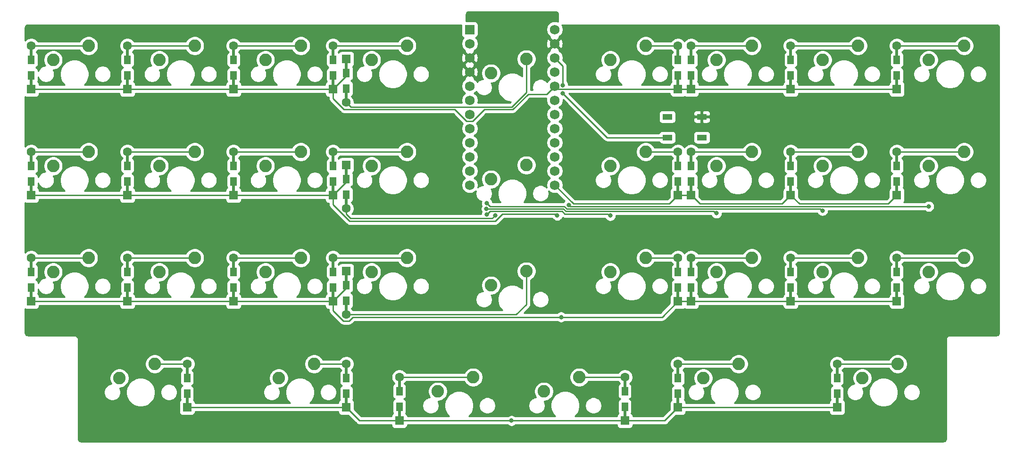
<source format=gbr>
%TF.GenerationSoftware,KiCad,Pcbnew,(5.1.9)-1*%
%TF.CreationDate,2021-08-24T15:28:57-07:00*%
%TF.ProjectId,DropDN - redesign2,44726f70-444e-4202-9d20-726564657369,rev?*%
%TF.SameCoordinates,Original*%
%TF.FileFunction,Copper,L2,Bot*%
%TF.FilePolarity,Positive*%
%FSLAX46Y46*%
G04 Gerber Fmt 4.6, Leading zero omitted, Abs format (unit mm)*
G04 Created by KiCad (PCBNEW (5.1.9)-1) date 2021-08-24 15:28:57*
%MOMM*%
%LPD*%
G01*
G04 APERTURE LIST*
%TA.AperFunction,ComponentPad*%
%ADD10C,1.752600*%
%TD*%
%TA.AperFunction,ComponentPad*%
%ADD11R,1.752600X1.752600*%
%TD*%
%TA.AperFunction,SMDPad,CuDef*%
%ADD12R,1.800000X1.100000*%
%TD*%
%TA.AperFunction,ComponentPad*%
%ADD13C,2.250000*%
%TD*%
%TA.AperFunction,ComponentPad*%
%ADD14R,1.600000X1.600000*%
%TD*%
%TA.AperFunction,ComponentPad*%
%ADD15C,1.600000*%
%TD*%
%TA.AperFunction,SMDPad,CuDef*%
%ADD16R,0.500000X2.900000*%
%TD*%
%TA.AperFunction,SMDPad,CuDef*%
%ADD17R,1.200000X1.600000*%
%TD*%
%TA.AperFunction,ViaPad*%
%ADD18C,0.800000*%
%TD*%
%TA.AperFunction,Conductor*%
%ADD19C,0.250000*%
%TD*%
%TA.AperFunction,Conductor*%
%ADD20C,0.254000*%
%TD*%
%TA.AperFunction,Conductor*%
%ADD21C,0.100000*%
%TD*%
G04 APERTURE END LIST*
D10*
%TO.P,PM1,24*%
%TO.N,Net-(PM1-Pad24)*%
X119538750Y-24130000D03*
%TO.P,PM1,12*%
%TO.N,Net-(PM1-Pad12)*%
X104298750Y-52070000D03*
%TO.P,PM1,23*%
%TO.N,GND*%
X119538750Y-26670000D03*
%TO.P,PM1,22*%
%TO.N,RST*%
X119538750Y-29210000D03*
%TO.P,PM1,21*%
%TO.N,Net-(PM1-Pad21)*%
X119538750Y-31750000D03*
%TO.P,PM1,20*%
%TO.N,r1*%
X119538750Y-34290000D03*
%TO.P,PM1,19*%
%TO.N,Net-(PM1-Pad19)*%
X119538750Y-36830000D03*
%TO.P,PM1,18*%
%TO.N,Net-(PM1-Pad18)*%
X119538750Y-39370000D03*
%TO.P,PM1,17*%
%TO.N,Net-(PM1-Pad17)*%
X119538750Y-41910000D03*
%TO.P,PM1,16*%
%TO.N,c9*%
X119538750Y-44450000D03*
%TO.P,PM1,15*%
%TO.N,r3*%
X119538750Y-46990000D03*
%TO.P,PM1,14*%
%TO.N,r4*%
X119538750Y-49530000D03*
%TO.P,PM1,13*%
%TO.N,r2*%
X119538750Y-52070000D03*
%TO.P,PM1,11*%
%TO.N,Net-(PM1-Pad11)*%
X104298750Y-49530000D03*
%TO.P,PM1,10*%
%TO.N,c8*%
X104298750Y-46990000D03*
%TO.P,PM1,9*%
%TO.N,c7*%
X104298750Y-44450000D03*
%TO.P,PM1,8*%
%TO.N,c6*%
X104298750Y-41910000D03*
%TO.P,PM1,7*%
%TO.N,c5*%
X104298750Y-39370000D03*
%TO.P,PM1,6*%
%TO.N,c4*%
X104298750Y-36830000D03*
%TO.P,PM1,5*%
%TO.N,c3*%
X104298750Y-34290000D03*
%TO.P,PM1,4*%
%TO.N,GND*%
X104298750Y-31750000D03*
%TO.P,PM1,3*%
X104298750Y-29210000D03*
%TO.P,PM1,2*%
%TO.N,c2*%
X104298750Y-26670000D03*
D11*
%TO.P,PM1,1*%
%TO.N,c1*%
X104298750Y-24130000D03*
%TD*%
D12*
%TO.P,RESET1,3*%
%TO.N,N/C*%
X145975000Y-43521875D03*
%TO.P,RESET1,4*%
X139775000Y-39821875D03*
%TO.P,RESET1,2*%
%TO.N,GND*%
X145975000Y-39821875D03*
%TO.P,RESET1,1*%
%TO.N,RST*%
X139775000Y-43521875D03*
%TD*%
D13*
%TO.P,MX33,2*%
%TO.N,Net-(D33-Pad2)*%
X181133900Y-84216950D03*
%TO.P,MX33,1*%
%TO.N,c9*%
X174783900Y-86756950D03*
%TD*%
%TO.P,MX32,2*%
%TO.N,Net-(D32-Pad2)*%
X152558876Y-84216950D03*
%TO.P,MX32,1*%
%TO.N,c7*%
X146208876Y-86756950D03*
%TD*%
%TO.P,MX31,2*%
%TO.N,Net-(D31-Pad2)*%
X123983854Y-86598200D03*
%TO.P,MX31,1*%
%TO.N,c6*%
X117633854Y-89138200D03*
%TD*%
%TO.P,MX30,2*%
%TO.N,Net-(D30-Pad2)*%
X104933838Y-86598200D03*
%TO.P,MX30,1*%
%TO.N,c4*%
X98583838Y-89138200D03*
%TD*%
%TO.P,MX29,2*%
%TO.N,Net-(D29-Pad2)*%
X76358816Y-84216950D03*
%TO.P,MX29,1*%
%TO.N,c3*%
X70008816Y-86756950D03*
%TD*%
%TO.P,MX28,2*%
%TO.N,Net-(D28-Pad2)*%
X47783792Y-84216950D03*
%TO.P,MX28,1*%
%TO.N,c2*%
X41433792Y-86756950D03*
%TD*%
%TO.P,MX27,2*%
%TO.N,Net-(D27-Pad2)*%
X193040160Y-65166934D03*
%TO.P,MX27,1*%
%TO.N,c9*%
X186690160Y-67706934D03*
%TD*%
%TO.P,MX26,2*%
%TO.N,Net-(D26-Pad2)*%
X173990144Y-65166934D03*
%TO.P,MX26,1*%
%TO.N,c8*%
X167640144Y-67706934D03*
%TD*%
%TO.P,MX25,2*%
%TO.N,Net-(D25-Pad2)*%
X154940128Y-65166934D03*
%TO.P,MX25,1*%
%TO.N,c7*%
X148590128Y-67706934D03*
%TD*%
%TO.P,MX24,2*%
%TO.N,Net-(D24-Pad2)*%
X135890112Y-65166934D03*
%TO.P,MX24,1*%
%TO.N,c6*%
X129540112Y-67706934D03*
%TD*%
%TO.P,MX23,2*%
%TO.N,Net-(D23-Pad2)*%
X114458846Y-67548184D03*
%TO.P,MX23,1*%
%TO.N,c5*%
X108108846Y-70088184D03*
%TD*%
%TO.P,MX22,2*%
%TO.N,Net-(D22-Pad2)*%
X93027580Y-65166934D03*
%TO.P,MX22,1*%
%TO.N,c4*%
X86677580Y-67706934D03*
%TD*%
%TO.P,MX21,2*%
%TO.N,Net-(D21-Pad2)*%
X73977564Y-65166934D03*
%TO.P,MX21,1*%
%TO.N,c3*%
X67627564Y-67706934D03*
%TD*%
%TO.P,MX20,2*%
%TO.N,Net-(D20-Pad2)*%
X54927548Y-65166934D03*
%TO.P,MX20,1*%
%TO.N,c2*%
X48577548Y-67706934D03*
%TD*%
%TO.P,MX19,2*%
%TO.N,Net-(D19-Pad2)*%
X35877532Y-65166934D03*
%TO.P,MX19,1*%
%TO.N,c1*%
X29527532Y-67706934D03*
%TD*%
%TO.P,MX18,2*%
%TO.N,Net-(D18-Pad2)*%
X193040160Y-46116918D03*
%TO.P,MX18,1*%
%TO.N,c9*%
X186690160Y-48656918D03*
%TD*%
%TO.P,MX17,2*%
%TO.N,Net-(D17-Pad2)*%
X173990144Y-46116918D03*
%TO.P,MX17,1*%
%TO.N,c8*%
X167640144Y-48656918D03*
%TD*%
%TO.P,MX16,2*%
%TO.N,Net-(D16-Pad2)*%
X154940128Y-46116918D03*
%TO.P,MX16,1*%
%TO.N,c7*%
X148590128Y-48656918D03*
%TD*%
%TO.P,MX15,2*%
%TO.N,Net-(D15-Pad2)*%
X135890112Y-46116918D03*
%TO.P,MX15,1*%
%TO.N,c6*%
X129540112Y-48656918D03*
%TD*%
%TO.P,MX14,2*%
%TO.N,Net-(D14-Pad2)*%
X114458846Y-48498168D03*
%TO.P,MX14,1*%
%TO.N,c5*%
X108108846Y-51038168D03*
%TD*%
%TO.P,MX13,2*%
%TO.N,Net-(D13-Pad2)*%
X93027580Y-46116918D03*
%TO.P,MX13,1*%
%TO.N,c4*%
X86677580Y-48656918D03*
%TD*%
%TO.P,MX12,2*%
%TO.N,Net-(D12-Pad2)*%
X73977564Y-46116918D03*
%TO.P,MX12,1*%
%TO.N,c3*%
X67627564Y-48656918D03*
%TD*%
%TO.P,MX11,2*%
%TO.N,Net-(D11-Pad2)*%
X54927548Y-46116918D03*
%TO.P,MX11,1*%
%TO.N,c2*%
X48577548Y-48656918D03*
%TD*%
%TO.P,MX10,2*%
%TO.N,Net-(D10-Pad2)*%
X35877532Y-46116918D03*
%TO.P,MX10,1*%
%TO.N,c1*%
X29527532Y-48656918D03*
%TD*%
%TO.P,MX9,2*%
%TO.N,Net-(D9-Pad2)*%
X193040160Y-27066902D03*
%TO.P,MX9,1*%
%TO.N,c9*%
X186690160Y-29606902D03*
%TD*%
%TO.P,MX8,2*%
%TO.N,Net-(D8-Pad2)*%
X173990144Y-27066902D03*
%TO.P,MX8,1*%
%TO.N,c8*%
X167640144Y-29606902D03*
%TD*%
%TO.P,MX7,2*%
%TO.N,Net-(D7-Pad2)*%
X154940128Y-27066902D03*
%TO.P,MX7,1*%
%TO.N,c7*%
X148590128Y-29606902D03*
%TD*%
%TO.P,MX6,2*%
%TO.N,Net-(D6-Pad2)*%
X135890112Y-27066902D03*
%TO.P,MX6,1*%
%TO.N,c6*%
X129540112Y-29606902D03*
%TD*%
%TO.P,MX5,2*%
%TO.N,Net-(D5-Pad2)*%
X114458846Y-29448152D03*
%TO.P,MX5,1*%
%TO.N,c5*%
X108108846Y-31988152D03*
%TD*%
%TO.P,MX4,2*%
%TO.N,Net-(D4-Pad2)*%
X93027580Y-27066902D03*
%TO.P,MX4,1*%
%TO.N,c4*%
X86677580Y-29606902D03*
%TD*%
%TO.P,MX3,2*%
%TO.N,Net-(D3-Pad2)*%
X73977564Y-27066902D03*
%TO.P,MX3,1*%
%TO.N,c3*%
X67627564Y-29606902D03*
%TD*%
%TO.P,MX2,2*%
%TO.N,Net-(D2-Pad2)*%
X54927548Y-27066902D03*
%TO.P,MX2,1*%
%TO.N,c2*%
X48577548Y-29606902D03*
%TD*%
%TO.P,MX1,2*%
%TO.N,Net-(D1-Pad2)*%
X35877532Y-27066902D03*
%TO.P,MX1,1*%
%TO.N,c1*%
X29527532Y-29606902D03*
%TD*%
D14*
%TO.P,D33,1*%
%TO.N,r4*%
X170259518Y-92006324D03*
D15*
%TO.P,D33,2*%
%TO.N,Net-(D33-Pad2)*%
X170259518Y-84206324D03*
D16*
%TO.P,D33,1*%
%TO.N,r4*%
X170259518Y-90606324D03*
D17*
X170259518Y-89506324D03*
%TO.P,D33,2*%
%TO.N,Net-(D33-Pad2)*%
X170259518Y-86706324D03*
D16*
X170259518Y-85606324D03*
%TD*%
D14*
%TO.P,D32,1*%
%TO.N,r4*%
X141684494Y-92006324D03*
D15*
%TO.P,D32,2*%
%TO.N,Net-(D32-Pad2)*%
X141684494Y-84206324D03*
D16*
%TO.P,D32,1*%
%TO.N,r4*%
X141684494Y-90606324D03*
D17*
X141684494Y-89506324D03*
%TO.P,D32,2*%
%TO.N,Net-(D32-Pad2)*%
X141684494Y-86706324D03*
D16*
X141684494Y-85606324D03*
%TD*%
D14*
%TO.P,D31,1*%
%TO.N,r4*%
X132159375Y-94387500D03*
D15*
%TO.P,D31,2*%
%TO.N,Net-(D31-Pad2)*%
X132159375Y-86587500D03*
D16*
%TO.P,D31,1*%
%TO.N,r4*%
X132159375Y-92987500D03*
D17*
X132159375Y-91887500D03*
%TO.P,D31,2*%
%TO.N,Net-(D31-Pad2)*%
X132159375Y-89087500D03*
D16*
X132159375Y-87987500D03*
%TD*%
D14*
%TO.P,D30,1*%
%TO.N,r4*%
X91678206Y-94387500D03*
D15*
%TO.P,D30,2*%
%TO.N,Net-(D30-Pad2)*%
X91678206Y-86587500D03*
D16*
%TO.P,D30,1*%
%TO.N,r4*%
X91678206Y-92987500D03*
D17*
X91678206Y-91887500D03*
%TO.P,D30,2*%
%TO.N,Net-(D30-Pad2)*%
X91678206Y-89087500D03*
D16*
X91678206Y-87987500D03*
%TD*%
D14*
%TO.P,D29,1*%
%TO.N,r4*%
X82153125Y-92006250D03*
D15*
%TO.P,D29,2*%
%TO.N,Net-(D29-Pad2)*%
X82153125Y-84206250D03*
D16*
%TO.P,D29,1*%
%TO.N,r4*%
X82153125Y-90606250D03*
D17*
X82153125Y-89506250D03*
%TO.P,D29,2*%
%TO.N,Net-(D29-Pad2)*%
X82153125Y-86706250D03*
D16*
X82153125Y-85606250D03*
%TD*%
D14*
%TO.P,D28,1*%
%TO.N,r4*%
X53578125Y-92006250D03*
D15*
%TO.P,D28,2*%
%TO.N,Net-(D28-Pad2)*%
X53578125Y-84206250D03*
D16*
%TO.P,D28,1*%
%TO.N,r4*%
X53578125Y-90606250D03*
D17*
X53578125Y-89506250D03*
%TO.P,D28,2*%
%TO.N,Net-(D28-Pad2)*%
X53578125Y-86706250D03*
D16*
X53578125Y-85606250D03*
%TD*%
D14*
%TO.P,D27,1*%
%TO.N,r3*%
X180975000Y-72956250D03*
D15*
%TO.P,D27,2*%
%TO.N,Net-(D27-Pad2)*%
X180975000Y-65156250D03*
D16*
%TO.P,D27,1*%
%TO.N,r3*%
X180975000Y-71556250D03*
D17*
X180975000Y-70456250D03*
%TO.P,D27,2*%
%TO.N,Net-(D27-Pad2)*%
X180975000Y-67656250D03*
D16*
X180975000Y-66556250D03*
%TD*%
D14*
%TO.P,D26,1*%
%TO.N,r3*%
X161925000Y-72956308D03*
D15*
%TO.P,D26,2*%
%TO.N,Net-(D26-Pad2)*%
X161925000Y-65156308D03*
D16*
%TO.P,D26,1*%
%TO.N,r3*%
X161925000Y-71556308D03*
D17*
X161925000Y-70456308D03*
%TO.P,D26,2*%
%TO.N,Net-(D26-Pad2)*%
X161925000Y-67656308D03*
D16*
X161925000Y-66556308D03*
%TD*%
D14*
%TO.P,D25,1*%
%TO.N,r3*%
X144065625Y-72956250D03*
D15*
%TO.P,D25,2*%
%TO.N,Net-(D25-Pad2)*%
X144065625Y-65156250D03*
D16*
%TO.P,D25,1*%
%TO.N,r3*%
X144065625Y-71556250D03*
D17*
X144065625Y-70456250D03*
%TO.P,D25,2*%
%TO.N,Net-(D25-Pad2)*%
X144065625Y-67656250D03*
D16*
X144065625Y-66556250D03*
%TD*%
D14*
%TO.P,D24,1*%
%TO.N,r3*%
X141684375Y-72956250D03*
D15*
%TO.P,D24,2*%
%TO.N,Net-(D24-Pad2)*%
X141684375Y-65156250D03*
D16*
%TO.P,D24,1*%
%TO.N,r3*%
X141684375Y-71556250D03*
D17*
X141684375Y-70456250D03*
%TO.P,D24,2*%
%TO.N,Net-(D24-Pad2)*%
X141684375Y-67656250D03*
D16*
X141684375Y-66556250D03*
%TD*%
D14*
%TO.P,D23,1*%
%TO.N,r3*%
X82153125Y-67537500D03*
D15*
%TO.P,D23,2*%
%TO.N,Net-(D23-Pad2)*%
X82153125Y-75337500D03*
D16*
%TO.P,D23,1*%
%TO.N,r3*%
X82153125Y-68937500D03*
D17*
X82153125Y-70037500D03*
%TO.P,D23,2*%
%TO.N,Net-(D23-Pad2)*%
X82153125Y-72837500D03*
D16*
X82153125Y-73937500D03*
%TD*%
D14*
%TO.P,D22,1*%
%TO.N,r3*%
X79771875Y-72956250D03*
D15*
%TO.P,D22,2*%
%TO.N,Net-(D22-Pad2)*%
X79771875Y-65156250D03*
D16*
%TO.P,D22,1*%
%TO.N,r3*%
X79771875Y-71556250D03*
D17*
X79771875Y-70456250D03*
%TO.P,D22,2*%
%TO.N,Net-(D22-Pad2)*%
X79771875Y-67656250D03*
D16*
X79771875Y-66556250D03*
%TD*%
D14*
%TO.P,D21,1*%
%TO.N,r3*%
X61912556Y-72956308D03*
D15*
%TO.P,D21,2*%
%TO.N,Net-(D21-Pad2)*%
X61912556Y-65156308D03*
D16*
%TO.P,D21,1*%
%TO.N,r3*%
X61912556Y-71556308D03*
D17*
X61912556Y-70456308D03*
%TO.P,D21,2*%
%TO.N,Net-(D21-Pad2)*%
X61912556Y-67656308D03*
D16*
X61912556Y-66556308D03*
%TD*%
D14*
%TO.P,D20,1*%
%TO.N,r3*%
X42862540Y-72956308D03*
D15*
%TO.P,D20,2*%
%TO.N,Net-(D20-Pad2)*%
X42862540Y-65156308D03*
D16*
%TO.P,D20,1*%
%TO.N,r3*%
X42862540Y-71556308D03*
D17*
X42862540Y-70456308D03*
%TO.P,D20,2*%
%TO.N,Net-(D20-Pad2)*%
X42862540Y-67656308D03*
D16*
X42862540Y-66556308D03*
%TD*%
D14*
%TO.P,D19,1*%
%TO.N,r3*%
X25598463Y-72956308D03*
D15*
%TO.P,D19,2*%
%TO.N,Net-(D19-Pad2)*%
X25598463Y-65156308D03*
D16*
%TO.P,D19,1*%
%TO.N,r3*%
X25598463Y-71556308D03*
D17*
X25598463Y-70456308D03*
%TO.P,D19,2*%
%TO.N,Net-(D19-Pad2)*%
X25598463Y-67656308D03*
D16*
X25598463Y-66556308D03*
%TD*%
D14*
%TO.P,D18,1*%
%TO.N,r2*%
X180975000Y-53906250D03*
D15*
%TO.P,D18,2*%
%TO.N,Net-(D18-Pad2)*%
X180975000Y-46106250D03*
D16*
%TO.P,D18,1*%
%TO.N,r2*%
X180975000Y-52506250D03*
D17*
X180975000Y-51406250D03*
%TO.P,D18,2*%
%TO.N,Net-(D18-Pad2)*%
X180975000Y-48606250D03*
D16*
X180975000Y-47506250D03*
%TD*%
D14*
%TO.P,D17,1*%
%TO.N,r2*%
X161925000Y-53906250D03*
D15*
%TO.P,D17,2*%
%TO.N,Net-(D17-Pad2)*%
X161925000Y-46106250D03*
D16*
%TO.P,D17,1*%
%TO.N,r2*%
X161925000Y-52506250D03*
D17*
X161925000Y-51406250D03*
%TO.P,D17,2*%
%TO.N,Net-(D17-Pad2)*%
X161925000Y-48606250D03*
D16*
X161925000Y-47506250D03*
%TD*%
D14*
%TO.P,D16,1*%
%TO.N,r2*%
X144065625Y-53906250D03*
D15*
%TO.P,D16,2*%
%TO.N,Net-(D16-Pad2)*%
X144065625Y-46106250D03*
D16*
%TO.P,D16,1*%
%TO.N,r2*%
X144065625Y-52506250D03*
D17*
X144065625Y-51406250D03*
%TO.P,D16,2*%
%TO.N,Net-(D16-Pad2)*%
X144065625Y-48606250D03*
D16*
X144065625Y-47506250D03*
%TD*%
D14*
%TO.P,D15,1*%
%TO.N,r2*%
X141684375Y-53906250D03*
D15*
%TO.P,D15,2*%
%TO.N,Net-(D15-Pad2)*%
X141684375Y-46106250D03*
D16*
%TO.P,D15,1*%
%TO.N,r2*%
X141684375Y-52506250D03*
D17*
X141684375Y-51406250D03*
%TO.P,D15,2*%
%TO.N,Net-(D15-Pad2)*%
X141684375Y-48606250D03*
D16*
X141684375Y-47506250D03*
%TD*%
D14*
%TO.P,D14,1*%
%TO.N,r2*%
X82153125Y-48487500D03*
D15*
%TO.P,D14,2*%
%TO.N,Net-(D14-Pad2)*%
X82153125Y-56287500D03*
D16*
%TO.P,D14,1*%
%TO.N,r2*%
X82153125Y-49887500D03*
D17*
X82153125Y-50987500D03*
%TO.P,D14,2*%
%TO.N,Net-(D14-Pad2)*%
X82153125Y-53787500D03*
D16*
X82153125Y-54887500D03*
%TD*%
D14*
%TO.P,D13,1*%
%TO.N,r2*%
X79771875Y-53906250D03*
D15*
%TO.P,D13,2*%
%TO.N,Net-(D13-Pad2)*%
X79771875Y-46106250D03*
D16*
%TO.P,D13,1*%
%TO.N,r2*%
X79771875Y-52506250D03*
D17*
X79771875Y-51406250D03*
%TO.P,D13,2*%
%TO.N,Net-(D13-Pad2)*%
X79771875Y-48606250D03*
D16*
X79771875Y-47506250D03*
%TD*%
D14*
%TO.P,D12,1*%
%TO.N,r2*%
X61912556Y-53906292D03*
D15*
%TO.P,D12,2*%
%TO.N,Net-(D12-Pad2)*%
X61912556Y-46106292D03*
D16*
%TO.P,D12,1*%
%TO.N,r2*%
X61912556Y-52506292D03*
D17*
X61912556Y-51406292D03*
%TO.P,D12,2*%
%TO.N,Net-(D12-Pad2)*%
X61912556Y-48606292D03*
D16*
X61912556Y-47506292D03*
%TD*%
D14*
%TO.P,D11,1*%
%TO.N,r2*%
X42862540Y-53906292D03*
D15*
%TO.P,D11,2*%
%TO.N,Net-(D11-Pad2)*%
X42862540Y-46106292D03*
D16*
%TO.P,D11,1*%
%TO.N,r2*%
X42862540Y-52506292D03*
D17*
X42862540Y-51406292D03*
%TO.P,D11,2*%
%TO.N,Net-(D11-Pad2)*%
X42862540Y-48606292D03*
D16*
X42862540Y-47506292D03*
%TD*%
D14*
%TO.P,D10,1*%
%TO.N,r2*%
X25598463Y-53906292D03*
D15*
%TO.P,D10,2*%
%TO.N,Net-(D10-Pad2)*%
X25598463Y-46106292D03*
D16*
%TO.P,D10,1*%
%TO.N,r2*%
X25598463Y-52506292D03*
D17*
X25598463Y-51406292D03*
%TO.P,D10,2*%
%TO.N,Net-(D10-Pad2)*%
X25598463Y-48606292D03*
D16*
X25598463Y-47506292D03*
%TD*%
D14*
%TO.P,D9,1*%
%TO.N,r1*%
X180975000Y-34856250D03*
D15*
%TO.P,D9,2*%
%TO.N,Net-(D9-Pad2)*%
X180975000Y-27056250D03*
D16*
%TO.P,D9,1*%
%TO.N,r1*%
X180975000Y-33456250D03*
D17*
X180975000Y-32356250D03*
%TO.P,D9,2*%
%TO.N,Net-(D9-Pad2)*%
X180975000Y-29556250D03*
D16*
X180975000Y-28456250D03*
%TD*%
D14*
%TO.P,D8,1*%
%TO.N,r1*%
X161925000Y-34856276D03*
D15*
%TO.P,D8,2*%
%TO.N,Net-(D8-Pad2)*%
X161925000Y-27056276D03*
D16*
%TO.P,D8,1*%
%TO.N,r1*%
X161925000Y-33456276D03*
D17*
X161925000Y-32356276D03*
%TO.P,D8,2*%
%TO.N,Net-(D8-Pad2)*%
X161925000Y-29556276D03*
D16*
X161925000Y-28456276D03*
%TD*%
D14*
%TO.P,D7,1*%
%TO.N,r1*%
X144065625Y-34856276D03*
D15*
%TO.P,D7,2*%
%TO.N,Net-(D7-Pad2)*%
X144065625Y-27056276D03*
D16*
%TO.P,D7,1*%
%TO.N,r1*%
X144065625Y-33456276D03*
D17*
X144065625Y-32356276D03*
%TO.P,D7,2*%
%TO.N,Net-(D7-Pad2)*%
X144065625Y-29556276D03*
D16*
X144065625Y-28456276D03*
%TD*%
D14*
%TO.P,D6,1*%
%TO.N,r1*%
X141684375Y-34856250D03*
D15*
%TO.P,D6,2*%
%TO.N,Net-(D6-Pad2)*%
X141684375Y-27056250D03*
D16*
%TO.P,D6,1*%
%TO.N,r1*%
X141684375Y-33456250D03*
D17*
X141684375Y-32356250D03*
%TO.P,D6,2*%
%TO.N,Net-(D6-Pad2)*%
X141684375Y-29556250D03*
D16*
X141684375Y-28456250D03*
%TD*%
D14*
%TO.P,D5,1*%
%TO.N,r1*%
X82153125Y-29437500D03*
D15*
%TO.P,D5,2*%
%TO.N,Net-(D5-Pad2)*%
X82153125Y-37237500D03*
D16*
%TO.P,D5,1*%
%TO.N,r1*%
X82153125Y-30837500D03*
D17*
X82153125Y-31937500D03*
%TO.P,D5,2*%
%TO.N,Net-(D5-Pad2)*%
X82153125Y-34737500D03*
D16*
X82153125Y-35837500D03*
%TD*%
D14*
%TO.P,D4,1*%
%TO.N,r1*%
X79771875Y-34856250D03*
D15*
%TO.P,D4,2*%
%TO.N,Net-(D4-Pad2)*%
X79771875Y-27056250D03*
D16*
%TO.P,D4,1*%
%TO.N,r1*%
X79771875Y-33456250D03*
D17*
X79771875Y-32356250D03*
%TO.P,D4,2*%
%TO.N,Net-(D4-Pad2)*%
X79771875Y-29556250D03*
D16*
X79771875Y-28456250D03*
%TD*%
D14*
%TO.P,D3,1*%
%TO.N,r1*%
X61912556Y-34856276D03*
D15*
%TO.P,D3,2*%
%TO.N,Net-(D3-Pad2)*%
X61912556Y-27056276D03*
D16*
%TO.P,D3,1*%
%TO.N,r1*%
X61912556Y-33456276D03*
D17*
X61912556Y-32356276D03*
%TO.P,D3,2*%
%TO.N,Net-(D3-Pad2)*%
X61912556Y-29556276D03*
D16*
X61912556Y-28456276D03*
%TD*%
D14*
%TO.P,D2,1*%
%TO.N,r1*%
X42862540Y-34856276D03*
D15*
%TO.P,D2,2*%
%TO.N,Net-(D2-Pad2)*%
X42862540Y-27056276D03*
D16*
%TO.P,D2,1*%
%TO.N,r1*%
X42862540Y-33456276D03*
D17*
X42862540Y-32356276D03*
%TO.P,D2,2*%
%TO.N,Net-(D2-Pad2)*%
X42862540Y-29556276D03*
D16*
X42862540Y-28456276D03*
%TD*%
D14*
%TO.P,D1,1*%
%TO.N,r1*%
X25598463Y-34856276D03*
D15*
%TO.P,D1,2*%
%TO.N,Net-(D1-Pad2)*%
X25598463Y-27056276D03*
D16*
%TO.P,D1,1*%
%TO.N,r1*%
X25598463Y-33456276D03*
D17*
X25598463Y-32356276D03*
%TO.P,D1,2*%
%TO.N,Net-(D1-Pad2)*%
X25598463Y-29556276D03*
D16*
X25598463Y-28456276D03*
%TD*%
D18*
%TO.N,r2*%
X120015051Y-57525020D03*
%TO.N,Net-(D14-Pad2)*%
X108855492Y-57525020D03*
%TO.N,r3*%
X120712490Y-75787510D03*
%TO.N,r4*%
X111812500Y-94387500D03*
%TO.N,c6*%
X107383846Y-57346417D03*
X129540112Y-57559888D03*
%TO.N,c7*%
X107319157Y-56348510D03*
X148590128Y-57109872D03*
%TO.N,c8*%
X107383846Y-55350603D03*
X167640144Y-56659856D03*
%TO.N,c9*%
X122071722Y-55628278D03*
X186690160Y-55909840D03*
%TO.N,GND*%
X112700000Y-44000000D03*
X42900000Y-41600000D03*
%TO.N,RST*%
X121012260Y-34131250D03*
X121000000Y-35581250D03*
%TD*%
D19*
%TO.N,Net-(D1-Pad2)*%
X35866906Y-27056276D02*
X35877532Y-27066902D01*
X25598463Y-27056276D02*
X35866906Y-27056276D01*
%TO.N,r1*%
X25598463Y-34856276D02*
X42862540Y-34856276D01*
X42862540Y-34856276D02*
X61912556Y-34856276D01*
X79771849Y-34856276D02*
X79771875Y-34856250D01*
X61912556Y-34856276D02*
X79771849Y-34856276D01*
X144065599Y-34856250D02*
X144065625Y-34856276D01*
X141684375Y-34856250D02*
X144065599Y-34856250D01*
X144065625Y-34856276D02*
X161925000Y-34856276D01*
X180974974Y-34856276D02*
X180975000Y-34856250D01*
X161925000Y-34856276D02*
X180974974Y-34856276D01*
X120105000Y-34856250D02*
X119538750Y-34290000D01*
X141684375Y-34856250D02*
X120105000Y-34856250D01*
X82153125Y-32475000D02*
X79771875Y-34856250D01*
X82153125Y-29437500D02*
X82153125Y-32475000D01*
X79771875Y-36521252D02*
X79771875Y-33456250D01*
X81738132Y-38487509D02*
X79771875Y-36521252D01*
X101638333Y-38487509D02*
X81738132Y-38487509D01*
X103722125Y-40571301D02*
X101638333Y-38487509D01*
X112027874Y-38487508D02*
X106912491Y-38487509D01*
X114787229Y-35728153D02*
X112027874Y-38487508D01*
X118100597Y-35728153D02*
X114787229Y-35728153D01*
X104828699Y-40571301D02*
X103722125Y-40571301D01*
X106912491Y-38487509D02*
X104828699Y-40571301D01*
X119538750Y-34290000D02*
X118100597Y-35728153D01*
%TO.N,Net-(D2-Pad2)*%
X54916922Y-27056276D02*
X54927548Y-27066902D01*
X42862540Y-27056276D02*
X54916922Y-27056276D01*
%TO.N,Net-(D3-Pad2)*%
X61923182Y-27066902D02*
X61912556Y-27056276D01*
X73977564Y-27066902D02*
X61923182Y-27066902D01*
%TO.N,Net-(D4-Pad2)*%
X79782527Y-27066902D02*
X79771875Y-27056250D01*
X93027580Y-27066902D02*
X79782527Y-27066902D01*
%TO.N,Net-(D5-Pad2)*%
X114458846Y-35420126D02*
X114458846Y-29448152D01*
X111841473Y-38037499D02*
X114458846Y-35420126D01*
X82953124Y-38037499D02*
X111841473Y-38037499D01*
X82153125Y-37237500D02*
X82953124Y-38037499D01*
%TO.N,Net-(D6-Pad2)*%
X141673723Y-27066902D02*
X141684375Y-27056250D01*
X135890112Y-27066902D02*
X141673723Y-27066902D01*
%TO.N,Net-(D7-Pad2)*%
X144076251Y-27066902D02*
X144065625Y-27056276D01*
X154940128Y-27066902D02*
X144076251Y-27066902D01*
%TO.N,Net-(D8-Pad2)*%
X161935626Y-27066902D02*
X161925000Y-27056276D01*
X173990144Y-27066902D02*
X161935626Y-27066902D01*
%TO.N,Net-(D9-Pad2)*%
X180985652Y-27066902D02*
X180975000Y-27056250D01*
X193040160Y-27066902D02*
X180985652Y-27066902D01*
%TO.N,Net-(D10-Pad2)*%
X25609089Y-46116918D02*
X25598463Y-46106292D01*
X35877532Y-46116918D02*
X25609089Y-46116918D01*
%TO.N,r2*%
X144065625Y-53906250D02*
X141684375Y-53906250D01*
X82153125Y-51525000D02*
X79771875Y-53906250D01*
X82153125Y-48487500D02*
X82153125Y-51525000D01*
X61912598Y-53906250D02*
X61912556Y-53906292D01*
X79771875Y-53906250D02*
X61912598Y-53906250D01*
X61912556Y-53906292D02*
X42862540Y-53906292D01*
X42862540Y-53906292D02*
X25598463Y-53906292D01*
X161925000Y-53906250D02*
X161893750Y-53906250D01*
X161893750Y-53906250D02*
X160350010Y-55449990D01*
X144106250Y-53906250D02*
X145649990Y-55449990D01*
X144065625Y-53906250D02*
X144106250Y-53906250D01*
X160350010Y-55449990D02*
X145649990Y-55449990D01*
X141684375Y-53915625D02*
X141684375Y-53906250D01*
X140150010Y-55449990D02*
X141684375Y-53915625D01*
X122918740Y-55449990D02*
X140150010Y-55449990D01*
X180975000Y-53906250D02*
X180975000Y-53925000D01*
X180975000Y-53925000D02*
X179450010Y-55449990D01*
X163468740Y-55449990D02*
X161925000Y-53906250D01*
X179450010Y-55449990D02*
X163468740Y-55449990D01*
X119538750Y-52070000D02*
X122918740Y-55449990D01*
X119740061Y-57250030D02*
X120015051Y-57525020D01*
X110203484Y-57250030D02*
X119740061Y-57250030D01*
X108932086Y-58521428D02*
X110203484Y-57250030D01*
X82722051Y-58521428D02*
X108932086Y-58521428D01*
X79771875Y-55571252D02*
X82722051Y-58521428D01*
X79771875Y-53906250D02*
X79771875Y-55571252D01*
%TO.N,Net-(D11-Pad2)*%
X42873166Y-46116918D02*
X42862540Y-46106292D01*
X54927548Y-46116918D02*
X42873166Y-46116918D01*
%TO.N,Net-(D12-Pad2)*%
X61923182Y-46116918D02*
X61912556Y-46106292D01*
X73977564Y-46116918D02*
X61923182Y-46116918D01*
%TO.N,Net-(D13-Pad2)*%
X79782543Y-46116918D02*
X79771875Y-46106250D01*
X93027580Y-46116918D02*
X79782543Y-46116918D01*
%TO.N,Net-(D14-Pad2)*%
X82153125Y-57316092D02*
X82908451Y-58071418D01*
X82153125Y-56287500D02*
X82153125Y-57316092D01*
X107628582Y-58071418D02*
X107828582Y-58071418D01*
X108309094Y-58071418D02*
X106671418Y-58071418D01*
X108855492Y-57525020D02*
X108309094Y-58071418D01*
X106671418Y-58071418D02*
X107628582Y-58071418D01*
X82908451Y-58071418D02*
X106671418Y-58071418D01*
%TO.N,Net-(D15-Pad2)*%
X141673707Y-46116918D02*
X141684375Y-46106250D01*
X135890112Y-46116918D02*
X141673707Y-46116918D01*
%TO.N,Net-(D16-Pad2)*%
X154929460Y-46106250D02*
X154940128Y-46116918D01*
X144065625Y-46106250D02*
X154929460Y-46106250D01*
%TO.N,Net-(D17-Pad2)*%
X161935668Y-46116918D02*
X161925000Y-46106250D01*
X173990144Y-46116918D02*
X161935668Y-46116918D01*
%TO.N,Net-(D18-Pad2)*%
X180985668Y-46116918D02*
X180975000Y-46106250D01*
X193040160Y-46116918D02*
X180985668Y-46116918D01*
%TO.N,Net-(D19-Pad2)*%
X25609089Y-65166934D02*
X25598463Y-65156308D01*
X35877532Y-65166934D02*
X25609089Y-65166934D01*
%TO.N,r3*%
X25598463Y-72956308D02*
X42862540Y-72956308D01*
X42862540Y-72956308D02*
X61912556Y-72956308D01*
X61912614Y-72956250D02*
X61912556Y-72956308D01*
X79771875Y-72956250D02*
X61912614Y-72956250D01*
X82153125Y-70575000D02*
X79771875Y-72956250D01*
X82153125Y-67537500D02*
X82153125Y-70575000D01*
X161925058Y-72956250D02*
X161925000Y-72956308D01*
X180975000Y-72956250D02*
X161925058Y-72956250D01*
X161924942Y-72956250D02*
X161925000Y-72956308D01*
X144065625Y-72956250D02*
X161924942Y-72956250D01*
X141684375Y-72956250D02*
X144065625Y-72956250D01*
X82637499Y-76462501D02*
X83312490Y-75787510D01*
X81613124Y-76462501D02*
X82637499Y-76462501D01*
X79771875Y-74621252D02*
X81613124Y-76462501D01*
X79771875Y-72956250D02*
X79771875Y-74621252D01*
X138853115Y-75787510D02*
X141684375Y-72956250D01*
X120712490Y-75787510D02*
X138853115Y-75787510D01*
X83312490Y-75787510D02*
X120712490Y-75787510D01*
%TO.N,Net-(D20-Pad2)*%
X42873166Y-65166934D02*
X42862540Y-65156308D01*
X54927548Y-65166934D02*
X42873166Y-65166934D01*
%TO.N,Net-(D21-Pad2)*%
X61923182Y-65166934D02*
X61912556Y-65156308D01*
X73977564Y-65166934D02*
X61923182Y-65166934D01*
%TO.N,Net-(D22-Pad2)*%
X79782559Y-65166934D02*
X79771875Y-65156250D01*
X93027580Y-65166934D02*
X79782559Y-65166934D01*
%TO.N,Net-(D23-Pad2)*%
X114458846Y-73520158D02*
X114458846Y-67548184D01*
X112641504Y-75337500D02*
X114458846Y-73520158D01*
X82153125Y-75337500D02*
X112641504Y-75337500D01*
%TO.N,Net-(D24-Pad2)*%
X135900796Y-65156250D02*
X135890112Y-65166934D01*
X141684375Y-65156250D02*
X135900796Y-65156250D01*
%TO.N,Net-(D25-Pad2)*%
X144076309Y-65166934D02*
X144065625Y-65156250D01*
X154940128Y-65166934D02*
X144076309Y-65166934D01*
%TO.N,Net-(D26-Pad2)*%
X161935626Y-65166934D02*
X161925000Y-65156308D01*
X173990144Y-65166934D02*
X161935626Y-65166934D01*
%TO.N,Net-(D27-Pad2)*%
X180985684Y-65166934D02*
X180975000Y-65156250D01*
X193040160Y-65166934D02*
X180985684Y-65166934D01*
%TO.N,Net-(D28-Pad2)*%
X47794492Y-84206250D02*
X47783792Y-84216950D01*
X53578125Y-84206250D02*
X47794492Y-84206250D01*
%TO.N,r4*%
X170259518Y-92006324D02*
X141684494Y-92006324D01*
X139303318Y-94387500D02*
X141684494Y-92006324D01*
X132159375Y-94387500D02*
X139303318Y-94387500D01*
X84534375Y-94387500D02*
X82153125Y-92006250D01*
X91678206Y-94387500D02*
X84534375Y-94387500D01*
X82153125Y-92006250D02*
X53578125Y-92006250D01*
X109712500Y-94387500D02*
X91678206Y-94387500D01*
X111812500Y-94387500D02*
X109712500Y-94387500D01*
X132159375Y-94387500D02*
X111812500Y-94387500D01*
%TO.N,Net-(D29-Pad2)*%
X76369516Y-84206250D02*
X76358816Y-84216950D01*
X82153125Y-84206250D02*
X76369516Y-84206250D01*
%TO.N,Net-(D30-Pad2)*%
X104923138Y-86587500D02*
X104933838Y-86598200D01*
X91678206Y-86587500D02*
X104923138Y-86587500D01*
%TO.N,Net-(D31-Pad2)*%
X123994554Y-86587500D02*
X123983854Y-86598200D01*
X132159375Y-86587500D02*
X123994554Y-86587500D01*
%TO.N,Net-(D32-Pad2)*%
X141695120Y-84216950D02*
X141684494Y-84206324D01*
X152558876Y-84216950D02*
X141695120Y-84216950D01*
%TO.N,Net-(D33-Pad2)*%
X170270144Y-84216950D02*
X170259518Y-84206324D01*
X181133900Y-84216950D02*
X170270144Y-84216950D01*
%TO.N,c6*%
X107930243Y-56800020D02*
X107383846Y-57346417D01*
X108600020Y-56800020D02*
X107930243Y-56800020D01*
X129359888Y-57559888D02*
X129050030Y-57250030D01*
X129540112Y-57559888D02*
X129359888Y-57559888D01*
X124322790Y-57250030D02*
X124319520Y-57253298D01*
X129050030Y-57250030D02*
X124322790Y-57250030D01*
X124319520Y-57253298D02*
X121373919Y-57253297D01*
X121373919Y-57253297D02*
X120920642Y-56800020D01*
X107940649Y-56800020D02*
X107930243Y-56800020D01*
X120920642Y-56800020D02*
X107940649Y-56800020D01*
%TO.N,c7*%
X107949990Y-56350010D02*
X107700000Y-56350010D01*
X107700000Y-56350010D02*
X107320657Y-56350010D01*
X148409872Y-57109872D02*
X148100020Y-56800020D01*
X148590128Y-57109872D02*
X148409872Y-57109872D01*
X124133121Y-56803289D02*
X121560320Y-56803288D01*
X124136390Y-56800020D02*
X124133121Y-56803289D01*
X148100020Y-56800020D02*
X124136390Y-56800020D01*
X107320657Y-56350010D02*
X107319157Y-56348510D01*
X121107042Y-56350010D02*
X107320657Y-56350010D01*
X121560320Y-56803288D02*
X121107042Y-56350010D01*
%TO.N,c8*%
X167559856Y-56659856D02*
X167640144Y-56659856D01*
X167250010Y-56350010D02*
X167559856Y-56659856D01*
X121293442Y-55900000D02*
X121746721Y-56353279D01*
X107933243Y-55900000D02*
X121293442Y-55900000D01*
X107383846Y-55350603D02*
X107933243Y-55900000D01*
X123946721Y-56353279D02*
X123949990Y-56350010D01*
X121746721Y-56353279D02*
X123946721Y-56353279D01*
X123949990Y-56350010D02*
X167250010Y-56350010D01*
%TO.N,c9*%
X186680320Y-55900000D02*
X186690160Y-55909840D01*
X122343444Y-55900000D02*
X186680320Y-55900000D01*
X122071722Y-55628278D02*
X122343444Y-55900000D01*
%TO.N,RST*%
X121012260Y-30683510D02*
X121012260Y-34131250D01*
X119538750Y-29210000D02*
X121012260Y-30683510D01*
X128940625Y-43521875D02*
X139775000Y-43521875D01*
X121000000Y-35581250D02*
X128940625Y-43521875D01*
%TD*%
D20*
%TO.N,GND*%
X119755487Y-20938494D02*
X119849339Y-20966830D01*
X119935905Y-21012858D01*
X120011881Y-21074822D01*
X120074373Y-21150361D01*
X120121003Y-21236603D01*
X120149993Y-21330256D01*
X120163539Y-21459135D01*
X120163540Y-22588237D01*
X120160225Y-22621894D01*
X120173451Y-22756177D01*
X120173765Y-22757212D01*
X119979580Y-22676778D01*
X119687600Y-22618700D01*
X119389900Y-22618700D01*
X119097920Y-22676778D01*
X118822881Y-22790703D01*
X118575352Y-22956096D01*
X118364846Y-23166602D01*
X118199453Y-23414131D01*
X118085528Y-23689170D01*
X118027450Y-23981150D01*
X118027450Y-24278850D01*
X118085528Y-24570830D01*
X118199453Y-24845869D01*
X118364846Y-25093398D01*
X118575352Y-25303904D01*
X118738559Y-25412955D01*
X118671187Y-25622831D01*
X119538750Y-26490395D01*
X120406313Y-25622831D01*
X120338941Y-25412955D01*
X120502148Y-25303904D01*
X120712654Y-25093398D01*
X120878047Y-24845869D01*
X120991972Y-24570830D01*
X121050050Y-24278850D01*
X121050050Y-23981150D01*
X120991972Y-23689170D01*
X120878047Y-23414131D01*
X120805795Y-23305998D01*
X120814892Y-23306894D01*
X120848539Y-23310208D01*
X120882186Y-23306894D01*
X198801038Y-23306894D01*
X198932116Y-23319746D01*
X199025968Y-23348082D01*
X199112534Y-23394110D01*
X199188510Y-23456074D01*
X199251002Y-23531613D01*
X199297632Y-23617855D01*
X199326622Y-23711508D01*
X199340168Y-23840387D01*
X199340169Y-78547802D01*
X199327316Y-78678888D01*
X199298980Y-78772744D01*
X199252953Y-78859306D01*
X199190989Y-78935282D01*
X199115446Y-78997777D01*
X199029208Y-79044405D01*
X198935554Y-79073396D01*
X198806675Y-79086942D01*
X190533807Y-79086942D01*
X190500160Y-79083628D01*
X190466513Y-79086942D01*
X190365877Y-79096854D01*
X190236754Y-79136023D01*
X190117753Y-79199630D01*
X190013449Y-79285231D01*
X189927848Y-79389535D01*
X189864241Y-79508536D01*
X189825072Y-79637659D01*
X189811846Y-79771942D01*
X189815160Y-79805589D01*
X189815161Y-97597818D01*
X189802308Y-97728904D01*
X189773972Y-97822760D01*
X189727945Y-97909322D01*
X189665981Y-97985298D01*
X189590438Y-98047793D01*
X189504200Y-98094421D01*
X189410546Y-98123412D01*
X189281667Y-98136958D01*
X34561658Y-98136958D01*
X34430582Y-98124106D01*
X34336726Y-98095770D01*
X34250164Y-98049743D01*
X34174188Y-97987779D01*
X34111693Y-97912236D01*
X34065065Y-97825998D01*
X34036074Y-97732344D01*
X34022528Y-97603465D01*
X34022528Y-89148228D01*
X38653792Y-89148228D01*
X38653792Y-89445672D01*
X38711821Y-89737401D01*
X38825648Y-90012203D01*
X38990899Y-90259519D01*
X39201223Y-90469843D01*
X39448539Y-90635094D01*
X39723341Y-90748921D01*
X40015070Y-90806950D01*
X40312514Y-90806950D01*
X40604243Y-90748921D01*
X40879045Y-90635094D01*
X41126361Y-90469843D01*
X41336685Y-90259519D01*
X41501936Y-90012203D01*
X41615763Y-89737401D01*
X41673792Y-89445672D01*
X41673792Y-89148228D01*
X41651872Y-89038026D01*
X42614892Y-89038026D01*
X42614892Y-89555874D01*
X42715919Y-90063772D01*
X42914091Y-90542201D01*
X43201792Y-90972776D01*
X43567966Y-91338950D01*
X43998541Y-91626651D01*
X44476970Y-91824823D01*
X44984868Y-91925850D01*
X45502716Y-91925850D01*
X46010614Y-91824823D01*
X46489043Y-91626651D01*
X46919618Y-91338950D01*
X47285792Y-90972776D01*
X47573493Y-90542201D01*
X47771665Y-90063772D01*
X47872692Y-89555874D01*
X47872692Y-89148228D01*
X48813792Y-89148228D01*
X48813792Y-89445672D01*
X48871821Y-89737401D01*
X48985648Y-90012203D01*
X49150899Y-90259519D01*
X49361223Y-90469843D01*
X49608539Y-90635094D01*
X49883341Y-90748921D01*
X50175070Y-90806950D01*
X50472514Y-90806950D01*
X50764243Y-90748921D01*
X51039045Y-90635094D01*
X51286361Y-90469843D01*
X51496685Y-90259519D01*
X51661936Y-90012203D01*
X51775763Y-89737401D01*
X51833792Y-89445672D01*
X51833792Y-89148228D01*
X51775763Y-88856499D01*
X51661936Y-88581697D01*
X51496685Y-88334381D01*
X51286361Y-88124057D01*
X51039045Y-87958806D01*
X50764243Y-87844979D01*
X50472514Y-87786950D01*
X50175070Y-87786950D01*
X49883341Y-87844979D01*
X49608539Y-87958806D01*
X49361223Y-88124057D01*
X49150899Y-88334381D01*
X48985648Y-88581697D01*
X48871821Y-88856499D01*
X48813792Y-89148228D01*
X47872692Y-89148228D01*
X47872692Y-89038026D01*
X47771665Y-88530128D01*
X47573493Y-88051699D01*
X47285792Y-87621124D01*
X46919618Y-87254950D01*
X46489043Y-86967249D01*
X46010614Y-86769077D01*
X45502716Y-86668050D01*
X44984868Y-86668050D01*
X44476970Y-86769077D01*
X43998541Y-86967249D01*
X43567966Y-87254950D01*
X43201792Y-87621124D01*
X42914091Y-88051699D01*
X42715919Y-88530128D01*
X42614892Y-89038026D01*
X41651872Y-89038026D01*
X41615763Y-88856499D01*
X41501936Y-88581697D01*
X41458674Y-88516950D01*
X41607137Y-88516950D01*
X41947165Y-88449314D01*
X42267465Y-88316642D01*
X42555727Y-88124031D01*
X42800873Y-87878885D01*
X42993484Y-87590623D01*
X43126156Y-87270323D01*
X43193792Y-86930295D01*
X43193792Y-86583605D01*
X43126156Y-86243577D01*
X42993484Y-85923277D01*
X42800873Y-85635015D01*
X42555727Y-85389869D01*
X42267465Y-85197258D01*
X41947165Y-85064586D01*
X41607137Y-84996950D01*
X41260447Y-84996950D01*
X40920419Y-85064586D01*
X40600119Y-85197258D01*
X40311857Y-85389869D01*
X40066711Y-85635015D01*
X39874100Y-85923277D01*
X39741428Y-86243577D01*
X39673792Y-86583605D01*
X39673792Y-86930295D01*
X39741428Y-87270323D01*
X39874100Y-87590623D01*
X40006430Y-87788669D01*
X39723341Y-87844979D01*
X39448539Y-87958806D01*
X39201223Y-88124057D01*
X38990899Y-88334381D01*
X38825648Y-88581697D01*
X38711821Y-88856499D01*
X38653792Y-89148228D01*
X34022528Y-89148228D01*
X34022528Y-84043605D01*
X46023792Y-84043605D01*
X46023792Y-84390295D01*
X46091428Y-84730323D01*
X46224100Y-85050623D01*
X46416711Y-85338885D01*
X46661857Y-85584031D01*
X46950119Y-85776642D01*
X47270419Y-85909314D01*
X47610447Y-85976950D01*
X47957137Y-85976950D01*
X48297165Y-85909314D01*
X48617465Y-85776642D01*
X48905727Y-85584031D01*
X49150873Y-85338885D01*
X49343484Y-85050623D01*
X49378432Y-84966250D01*
X52360082Y-84966250D01*
X52463488Y-85121009D01*
X52663366Y-85320887D01*
X52690053Y-85338719D01*
X52690053Y-85340209D01*
X52623631Y-85375713D01*
X52526940Y-85455065D01*
X52447588Y-85551756D01*
X52388623Y-85662070D01*
X52352313Y-85781768D01*
X52340053Y-85906250D01*
X52340053Y-87506250D01*
X52352313Y-87630732D01*
X52388623Y-87750430D01*
X52447588Y-87860744D01*
X52526940Y-87957435D01*
X52623631Y-88036787D01*
X52733945Y-88095752D01*
X52768552Y-88106250D01*
X52733945Y-88116748D01*
X52623631Y-88175713D01*
X52526940Y-88255065D01*
X52447588Y-88351756D01*
X52388623Y-88462070D01*
X52352313Y-88581768D01*
X52340053Y-88706250D01*
X52340053Y-90306250D01*
X52352313Y-90430732D01*
X52388623Y-90550430D01*
X52447588Y-90660744D01*
X52448822Y-90662248D01*
X52423631Y-90675713D01*
X52326940Y-90755065D01*
X52247588Y-90851756D01*
X52188623Y-90962070D01*
X52152313Y-91081768D01*
X52140053Y-91206250D01*
X52140053Y-92806250D01*
X52152313Y-92930732D01*
X52188623Y-93050430D01*
X52247588Y-93160744D01*
X52326940Y-93257435D01*
X52423631Y-93336787D01*
X52533945Y-93395752D01*
X52653643Y-93432062D01*
X52778125Y-93444322D01*
X54378125Y-93444322D01*
X54502607Y-93432062D01*
X54622305Y-93395752D01*
X54732619Y-93336787D01*
X54829310Y-93257435D01*
X54908662Y-93160744D01*
X54967627Y-93050430D01*
X55003937Y-92930732D01*
X55016197Y-92806250D01*
X55016197Y-92766250D01*
X80715053Y-92766250D01*
X80715053Y-92806250D01*
X80727313Y-92930732D01*
X80763623Y-93050430D01*
X80822588Y-93160744D01*
X80901940Y-93257435D01*
X80998631Y-93336787D01*
X81108945Y-93395752D01*
X81228643Y-93432062D01*
X81353125Y-93444322D01*
X82516396Y-93444322D01*
X83970576Y-94898503D01*
X83994374Y-94927501D01*
X84023372Y-94951299D01*
X84110098Y-95022474D01*
X84186500Y-95063312D01*
X84242128Y-95093046D01*
X84385389Y-95136503D01*
X84497042Y-95147500D01*
X84497051Y-95147500D01*
X84534374Y-95151176D01*
X84571697Y-95147500D01*
X90240134Y-95147500D01*
X90240134Y-95187500D01*
X90252394Y-95311982D01*
X90288704Y-95431680D01*
X90347669Y-95541994D01*
X90427021Y-95638685D01*
X90523712Y-95718037D01*
X90634026Y-95777002D01*
X90753724Y-95813312D01*
X90878206Y-95825572D01*
X92478206Y-95825572D01*
X92602688Y-95813312D01*
X92722386Y-95777002D01*
X92832700Y-95718037D01*
X92929391Y-95638685D01*
X93008743Y-95541994D01*
X93067708Y-95431680D01*
X93104018Y-95311982D01*
X93116278Y-95187500D01*
X93116278Y-95147500D01*
X111108789Y-95147500D01*
X111152726Y-95191437D01*
X111322244Y-95304705D01*
X111510602Y-95382726D01*
X111710561Y-95422500D01*
X111914439Y-95422500D01*
X112114398Y-95382726D01*
X112302756Y-95304705D01*
X112472274Y-95191437D01*
X112516211Y-95147500D01*
X130721303Y-95147500D01*
X130721303Y-95187500D01*
X130733563Y-95311982D01*
X130769873Y-95431680D01*
X130828838Y-95541994D01*
X130908190Y-95638685D01*
X131004881Y-95718037D01*
X131115195Y-95777002D01*
X131234893Y-95813312D01*
X131359375Y-95825572D01*
X132959375Y-95825572D01*
X133083857Y-95813312D01*
X133203555Y-95777002D01*
X133313869Y-95718037D01*
X133410560Y-95638685D01*
X133489912Y-95541994D01*
X133548877Y-95431680D01*
X133585187Y-95311982D01*
X133597447Y-95187500D01*
X133597447Y-95147500D01*
X139265996Y-95147500D01*
X139303318Y-95151176D01*
X139340640Y-95147500D01*
X139340651Y-95147500D01*
X139452304Y-95136503D01*
X139595565Y-95093046D01*
X139727594Y-95022474D01*
X139843319Y-94927501D01*
X139867122Y-94898497D01*
X141321224Y-93444396D01*
X142484494Y-93444396D01*
X142608976Y-93432136D01*
X142728674Y-93395826D01*
X142838988Y-93336861D01*
X142935679Y-93257509D01*
X143015031Y-93160818D01*
X143073996Y-93050504D01*
X143110306Y-92930806D01*
X143122566Y-92806324D01*
X143122566Y-92766324D01*
X168821446Y-92766324D01*
X168821446Y-92806324D01*
X168833706Y-92930806D01*
X168870016Y-93050504D01*
X168928981Y-93160818D01*
X169008333Y-93257509D01*
X169105024Y-93336861D01*
X169215338Y-93395826D01*
X169335036Y-93432136D01*
X169459518Y-93444396D01*
X171059518Y-93444396D01*
X171184000Y-93432136D01*
X171303698Y-93395826D01*
X171414012Y-93336861D01*
X171510703Y-93257509D01*
X171590055Y-93160818D01*
X171649020Y-93050504D01*
X171685330Y-92930806D01*
X171697590Y-92806324D01*
X171697590Y-91206324D01*
X171685330Y-91081842D01*
X171649020Y-90962144D01*
X171590055Y-90851830D01*
X171510703Y-90755139D01*
X171414012Y-90675787D01*
X171388821Y-90662322D01*
X171390055Y-90660818D01*
X171449020Y-90550504D01*
X171485330Y-90430806D01*
X171497590Y-90306324D01*
X171497590Y-89148228D01*
X172003900Y-89148228D01*
X172003900Y-89445672D01*
X172061929Y-89737401D01*
X172175756Y-90012203D01*
X172341007Y-90259519D01*
X172551331Y-90469843D01*
X172798647Y-90635094D01*
X173073449Y-90748921D01*
X173365178Y-90806950D01*
X173662622Y-90806950D01*
X173954351Y-90748921D01*
X174229153Y-90635094D01*
X174476469Y-90469843D01*
X174686793Y-90259519D01*
X174852044Y-90012203D01*
X174965871Y-89737401D01*
X175023900Y-89445672D01*
X175023900Y-89148228D01*
X175001980Y-89038026D01*
X175965000Y-89038026D01*
X175965000Y-89555874D01*
X176066027Y-90063772D01*
X176264199Y-90542201D01*
X176551900Y-90972776D01*
X176918074Y-91338950D01*
X177348649Y-91626651D01*
X177827078Y-91824823D01*
X178334976Y-91925850D01*
X178852824Y-91925850D01*
X179360722Y-91824823D01*
X179839151Y-91626651D01*
X180269726Y-91338950D01*
X180635900Y-90972776D01*
X180923601Y-90542201D01*
X181121773Y-90063772D01*
X181222800Y-89555874D01*
X181222800Y-89148228D01*
X182163900Y-89148228D01*
X182163900Y-89445672D01*
X182221929Y-89737401D01*
X182335756Y-90012203D01*
X182501007Y-90259519D01*
X182711331Y-90469843D01*
X182958647Y-90635094D01*
X183233449Y-90748921D01*
X183525178Y-90806950D01*
X183822622Y-90806950D01*
X184114351Y-90748921D01*
X184389153Y-90635094D01*
X184636469Y-90469843D01*
X184846793Y-90259519D01*
X185012044Y-90012203D01*
X185125871Y-89737401D01*
X185183900Y-89445672D01*
X185183900Y-89148228D01*
X185125871Y-88856499D01*
X185012044Y-88581697D01*
X184846793Y-88334381D01*
X184636469Y-88124057D01*
X184389153Y-87958806D01*
X184114351Y-87844979D01*
X183822622Y-87786950D01*
X183525178Y-87786950D01*
X183233449Y-87844979D01*
X182958647Y-87958806D01*
X182711331Y-88124057D01*
X182501007Y-88334381D01*
X182335756Y-88581697D01*
X182221929Y-88856499D01*
X182163900Y-89148228D01*
X181222800Y-89148228D01*
X181222800Y-89038026D01*
X181121773Y-88530128D01*
X180923601Y-88051699D01*
X180635900Y-87621124D01*
X180269726Y-87254950D01*
X179839151Y-86967249D01*
X179360722Y-86769077D01*
X178852824Y-86668050D01*
X178334976Y-86668050D01*
X177827078Y-86769077D01*
X177348649Y-86967249D01*
X176918074Y-87254950D01*
X176551900Y-87621124D01*
X176264199Y-88051699D01*
X176066027Y-88530128D01*
X175965000Y-89038026D01*
X175001980Y-89038026D01*
X174965871Y-88856499D01*
X174852044Y-88581697D01*
X174808782Y-88516950D01*
X174957245Y-88516950D01*
X175297273Y-88449314D01*
X175617573Y-88316642D01*
X175905835Y-88124031D01*
X176150981Y-87878885D01*
X176343592Y-87590623D01*
X176476264Y-87270323D01*
X176543900Y-86930295D01*
X176543900Y-86583605D01*
X176476264Y-86243577D01*
X176343592Y-85923277D01*
X176150981Y-85635015D01*
X175905835Y-85389869D01*
X175617573Y-85197258D01*
X175297273Y-85064586D01*
X174957245Y-84996950D01*
X174610555Y-84996950D01*
X174270527Y-85064586D01*
X173950227Y-85197258D01*
X173661965Y-85389869D01*
X173416819Y-85635015D01*
X173224208Y-85923277D01*
X173091536Y-86243577D01*
X173023900Y-86583605D01*
X173023900Y-86930295D01*
X173091536Y-87270323D01*
X173224208Y-87590623D01*
X173356538Y-87788669D01*
X173073449Y-87844979D01*
X172798647Y-87958806D01*
X172551331Y-88124057D01*
X172341007Y-88334381D01*
X172175756Y-88581697D01*
X172061929Y-88856499D01*
X172003900Y-89148228D01*
X171497590Y-89148228D01*
X171497590Y-88706324D01*
X171485330Y-88581842D01*
X171449020Y-88462144D01*
X171390055Y-88351830D01*
X171310703Y-88255139D01*
X171214012Y-88175787D01*
X171103698Y-88116822D01*
X171069091Y-88106324D01*
X171103698Y-88095826D01*
X171214012Y-88036861D01*
X171310703Y-87957509D01*
X171390055Y-87860818D01*
X171449020Y-87750504D01*
X171485330Y-87630806D01*
X171497590Y-87506324D01*
X171497590Y-85906324D01*
X171485330Y-85781842D01*
X171449020Y-85662144D01*
X171390055Y-85551830D01*
X171310703Y-85455139D01*
X171214012Y-85375787D01*
X171147590Y-85340283D01*
X171147590Y-85338793D01*
X171174277Y-85320961D01*
X171374155Y-85121083D01*
X171470461Y-84976950D01*
X179543692Y-84976950D01*
X179574208Y-85050623D01*
X179766819Y-85338885D01*
X180011965Y-85584031D01*
X180300227Y-85776642D01*
X180620527Y-85909314D01*
X180960555Y-85976950D01*
X181307245Y-85976950D01*
X181647273Y-85909314D01*
X181967573Y-85776642D01*
X182255835Y-85584031D01*
X182500981Y-85338885D01*
X182693592Y-85050623D01*
X182826264Y-84730323D01*
X182893900Y-84390295D01*
X182893900Y-84043605D01*
X182826264Y-83703577D01*
X182693592Y-83383277D01*
X182500981Y-83095015D01*
X182255835Y-82849869D01*
X181967573Y-82657258D01*
X181647273Y-82524586D01*
X181307245Y-82456950D01*
X180960555Y-82456950D01*
X180620527Y-82524586D01*
X180300227Y-82657258D01*
X180011965Y-82849869D01*
X179766819Y-83095015D01*
X179574208Y-83383277D01*
X179543692Y-83456950D01*
X171484661Y-83456950D01*
X171374155Y-83291565D01*
X171174277Y-83091687D01*
X170939245Y-82934644D01*
X170678092Y-82826471D01*
X170400853Y-82771324D01*
X170118183Y-82771324D01*
X169840944Y-82826471D01*
X169579791Y-82934644D01*
X169344759Y-83091687D01*
X169144881Y-83291565D01*
X168987838Y-83526597D01*
X168879665Y-83787750D01*
X168824518Y-84064989D01*
X168824518Y-84347659D01*
X168879665Y-84624898D01*
X168987838Y-84886051D01*
X169144881Y-85121083D01*
X169344759Y-85320961D01*
X169371446Y-85338793D01*
X169371446Y-85340283D01*
X169305024Y-85375787D01*
X169208333Y-85455139D01*
X169128981Y-85551830D01*
X169070016Y-85662144D01*
X169033706Y-85781842D01*
X169021446Y-85906324D01*
X169021446Y-87506324D01*
X169033706Y-87630806D01*
X169070016Y-87750504D01*
X169128981Y-87860818D01*
X169208333Y-87957509D01*
X169305024Y-88036861D01*
X169415338Y-88095826D01*
X169449945Y-88106324D01*
X169415338Y-88116822D01*
X169305024Y-88175787D01*
X169208333Y-88255139D01*
X169128981Y-88351830D01*
X169070016Y-88462144D01*
X169033706Y-88581842D01*
X169021446Y-88706324D01*
X169021446Y-90306324D01*
X169033706Y-90430806D01*
X169070016Y-90550504D01*
X169128981Y-90660818D01*
X169130215Y-90662322D01*
X169105024Y-90675787D01*
X169008333Y-90755139D01*
X168928981Y-90851830D01*
X168870016Y-90962144D01*
X168833706Y-91081842D01*
X168821446Y-91206324D01*
X168821446Y-91246324D01*
X151787328Y-91246324D01*
X152060876Y-90972776D01*
X152348577Y-90542201D01*
X152546749Y-90063772D01*
X152647776Y-89555874D01*
X152647776Y-89148228D01*
X153588876Y-89148228D01*
X153588876Y-89445672D01*
X153646905Y-89737401D01*
X153760732Y-90012203D01*
X153925983Y-90259519D01*
X154136307Y-90469843D01*
X154383623Y-90635094D01*
X154658425Y-90748921D01*
X154950154Y-90806950D01*
X155247598Y-90806950D01*
X155539327Y-90748921D01*
X155814129Y-90635094D01*
X156061445Y-90469843D01*
X156271769Y-90259519D01*
X156437020Y-90012203D01*
X156550847Y-89737401D01*
X156608876Y-89445672D01*
X156608876Y-89148228D01*
X156550847Y-88856499D01*
X156437020Y-88581697D01*
X156271769Y-88334381D01*
X156061445Y-88124057D01*
X155814129Y-87958806D01*
X155539327Y-87844979D01*
X155247598Y-87786950D01*
X154950154Y-87786950D01*
X154658425Y-87844979D01*
X154383623Y-87958806D01*
X154136307Y-88124057D01*
X153925983Y-88334381D01*
X153760732Y-88581697D01*
X153646905Y-88856499D01*
X153588876Y-89148228D01*
X152647776Y-89148228D01*
X152647776Y-89038026D01*
X152546749Y-88530128D01*
X152348577Y-88051699D01*
X152060876Y-87621124D01*
X151694702Y-87254950D01*
X151264127Y-86967249D01*
X150785698Y-86769077D01*
X150277800Y-86668050D01*
X149759952Y-86668050D01*
X149252054Y-86769077D01*
X148773625Y-86967249D01*
X148343050Y-87254950D01*
X147976876Y-87621124D01*
X147689175Y-88051699D01*
X147491003Y-88530128D01*
X147389976Y-89038026D01*
X147389976Y-89555874D01*
X147491003Y-90063772D01*
X147689175Y-90542201D01*
X147976876Y-90972776D01*
X148250424Y-91246324D01*
X143122566Y-91246324D01*
X143122566Y-91206324D01*
X143110306Y-91081842D01*
X143073996Y-90962144D01*
X143015031Y-90851830D01*
X142935679Y-90755139D01*
X142838988Y-90675787D01*
X142813797Y-90662322D01*
X142815031Y-90660818D01*
X142873996Y-90550504D01*
X142910306Y-90430806D01*
X142922566Y-90306324D01*
X142922566Y-89148228D01*
X143428876Y-89148228D01*
X143428876Y-89445672D01*
X143486905Y-89737401D01*
X143600732Y-90012203D01*
X143765983Y-90259519D01*
X143976307Y-90469843D01*
X144223623Y-90635094D01*
X144498425Y-90748921D01*
X144790154Y-90806950D01*
X145087598Y-90806950D01*
X145379327Y-90748921D01*
X145654129Y-90635094D01*
X145901445Y-90469843D01*
X146111769Y-90259519D01*
X146277020Y-90012203D01*
X146390847Y-89737401D01*
X146448876Y-89445672D01*
X146448876Y-89148228D01*
X146390847Y-88856499D01*
X146277020Y-88581697D01*
X146233758Y-88516950D01*
X146382221Y-88516950D01*
X146722249Y-88449314D01*
X147042549Y-88316642D01*
X147330811Y-88124031D01*
X147575957Y-87878885D01*
X147768568Y-87590623D01*
X147901240Y-87270323D01*
X147968876Y-86930295D01*
X147968876Y-86583605D01*
X147901240Y-86243577D01*
X147768568Y-85923277D01*
X147575957Y-85635015D01*
X147330811Y-85389869D01*
X147042549Y-85197258D01*
X146722249Y-85064586D01*
X146382221Y-84996950D01*
X146035531Y-84996950D01*
X145695503Y-85064586D01*
X145375203Y-85197258D01*
X145086941Y-85389869D01*
X144841795Y-85635015D01*
X144649184Y-85923277D01*
X144516512Y-86243577D01*
X144448876Y-86583605D01*
X144448876Y-86930295D01*
X144516512Y-87270323D01*
X144649184Y-87590623D01*
X144781514Y-87788669D01*
X144498425Y-87844979D01*
X144223623Y-87958806D01*
X143976307Y-88124057D01*
X143765983Y-88334381D01*
X143600732Y-88581697D01*
X143486905Y-88856499D01*
X143428876Y-89148228D01*
X142922566Y-89148228D01*
X142922566Y-88706324D01*
X142910306Y-88581842D01*
X142873996Y-88462144D01*
X142815031Y-88351830D01*
X142735679Y-88255139D01*
X142638988Y-88175787D01*
X142528674Y-88116822D01*
X142494067Y-88106324D01*
X142528674Y-88095826D01*
X142638988Y-88036861D01*
X142735679Y-87957509D01*
X142815031Y-87860818D01*
X142873996Y-87750504D01*
X142910306Y-87630806D01*
X142922566Y-87506324D01*
X142922566Y-85906324D01*
X142910306Y-85781842D01*
X142873996Y-85662144D01*
X142815031Y-85551830D01*
X142735679Y-85455139D01*
X142638988Y-85375787D01*
X142572566Y-85340283D01*
X142572566Y-85338793D01*
X142599253Y-85320961D01*
X142799131Y-85121083D01*
X142895437Y-84976950D01*
X150968668Y-84976950D01*
X150999184Y-85050623D01*
X151191795Y-85338885D01*
X151436941Y-85584031D01*
X151725203Y-85776642D01*
X152045503Y-85909314D01*
X152385531Y-85976950D01*
X152732221Y-85976950D01*
X153072249Y-85909314D01*
X153392549Y-85776642D01*
X153680811Y-85584031D01*
X153925957Y-85338885D01*
X154118568Y-85050623D01*
X154251240Y-84730323D01*
X154318876Y-84390295D01*
X154318876Y-84043605D01*
X154251240Y-83703577D01*
X154118568Y-83383277D01*
X153925957Y-83095015D01*
X153680811Y-82849869D01*
X153392549Y-82657258D01*
X153072249Y-82524586D01*
X152732221Y-82456950D01*
X152385531Y-82456950D01*
X152045503Y-82524586D01*
X151725203Y-82657258D01*
X151436941Y-82849869D01*
X151191795Y-83095015D01*
X150999184Y-83383277D01*
X150968668Y-83456950D01*
X142909637Y-83456950D01*
X142799131Y-83291565D01*
X142599253Y-83091687D01*
X142364221Y-82934644D01*
X142103068Y-82826471D01*
X141825829Y-82771324D01*
X141543159Y-82771324D01*
X141265920Y-82826471D01*
X141004767Y-82934644D01*
X140769735Y-83091687D01*
X140569857Y-83291565D01*
X140412814Y-83526597D01*
X140304641Y-83787750D01*
X140249494Y-84064989D01*
X140249494Y-84347659D01*
X140304641Y-84624898D01*
X140412814Y-84886051D01*
X140569857Y-85121083D01*
X140769735Y-85320961D01*
X140796422Y-85338793D01*
X140796422Y-85340283D01*
X140730000Y-85375787D01*
X140633309Y-85455139D01*
X140553957Y-85551830D01*
X140494992Y-85662144D01*
X140458682Y-85781842D01*
X140446422Y-85906324D01*
X140446422Y-87506324D01*
X140458682Y-87630806D01*
X140494992Y-87750504D01*
X140553957Y-87860818D01*
X140633309Y-87957509D01*
X140730000Y-88036861D01*
X140840314Y-88095826D01*
X140874921Y-88106324D01*
X140840314Y-88116822D01*
X140730000Y-88175787D01*
X140633309Y-88255139D01*
X140553957Y-88351830D01*
X140494992Y-88462144D01*
X140458682Y-88581842D01*
X140446422Y-88706324D01*
X140446422Y-90306324D01*
X140458682Y-90430806D01*
X140494992Y-90550504D01*
X140553957Y-90660818D01*
X140555191Y-90662322D01*
X140530000Y-90675787D01*
X140433309Y-90755139D01*
X140353957Y-90851830D01*
X140294992Y-90962144D01*
X140258682Y-91081842D01*
X140246422Y-91206324D01*
X140246422Y-92369594D01*
X138988517Y-93627500D01*
X133597447Y-93627500D01*
X133597447Y-93587500D01*
X133585187Y-93463018D01*
X133548877Y-93343320D01*
X133489912Y-93233006D01*
X133410560Y-93136315D01*
X133313869Y-93056963D01*
X133288678Y-93043498D01*
X133289912Y-93041994D01*
X133348877Y-92931680D01*
X133385187Y-92811982D01*
X133397447Y-92687500D01*
X133397447Y-91087500D01*
X133385187Y-90963018D01*
X133348877Y-90843320D01*
X133289912Y-90733006D01*
X133210560Y-90636315D01*
X133113869Y-90556963D01*
X133003555Y-90497998D01*
X132968948Y-90487500D01*
X133003555Y-90477002D01*
X133113869Y-90418037D01*
X133210560Y-90338685D01*
X133289912Y-90241994D01*
X133348877Y-90131680D01*
X133385187Y-90011982D01*
X133397447Y-89887500D01*
X133397447Y-88287500D01*
X133385187Y-88163018D01*
X133348877Y-88043320D01*
X133289912Y-87933006D01*
X133210560Y-87836315D01*
X133113869Y-87756963D01*
X133047447Y-87721459D01*
X133047447Y-87719969D01*
X133074134Y-87702137D01*
X133274012Y-87502259D01*
X133431055Y-87267227D01*
X133539228Y-87006074D01*
X133594375Y-86728835D01*
X133594375Y-86446165D01*
X133539228Y-86168926D01*
X133431055Y-85907773D01*
X133274012Y-85672741D01*
X133074134Y-85472863D01*
X132839102Y-85315820D01*
X132577949Y-85207647D01*
X132300710Y-85152500D01*
X132018040Y-85152500D01*
X131740801Y-85207647D01*
X131479648Y-85315820D01*
X131244616Y-85472863D01*
X131044738Y-85672741D01*
X130941332Y-85827500D01*
X125569630Y-85827500D01*
X125543546Y-85764527D01*
X125350935Y-85476265D01*
X125105789Y-85231119D01*
X124817527Y-85038508D01*
X124497227Y-84905836D01*
X124157199Y-84838200D01*
X123810509Y-84838200D01*
X123470481Y-84905836D01*
X123150181Y-85038508D01*
X122861919Y-85231119D01*
X122616773Y-85476265D01*
X122424162Y-85764527D01*
X122291490Y-86084827D01*
X122223854Y-86424855D01*
X122223854Y-86771545D01*
X122291490Y-87111573D01*
X122424162Y-87431873D01*
X122616773Y-87720135D01*
X122861919Y-87965281D01*
X123150181Y-88157892D01*
X123470481Y-88290564D01*
X123810509Y-88358200D01*
X124157199Y-88358200D01*
X124497227Y-88290564D01*
X124817527Y-88157892D01*
X125105789Y-87965281D01*
X125350935Y-87720135D01*
X125543546Y-87431873D01*
X125578494Y-87347500D01*
X130941332Y-87347500D01*
X131044738Y-87502259D01*
X131244616Y-87702137D01*
X131271303Y-87719969D01*
X131271303Y-87721459D01*
X131204881Y-87756963D01*
X131108190Y-87836315D01*
X131028838Y-87933006D01*
X130969873Y-88043320D01*
X130933563Y-88163018D01*
X130921303Y-88287500D01*
X130921303Y-89887500D01*
X130933563Y-90011982D01*
X130969873Y-90131680D01*
X131028838Y-90241994D01*
X131108190Y-90338685D01*
X131204881Y-90418037D01*
X131315195Y-90477002D01*
X131349802Y-90487500D01*
X131315195Y-90497998D01*
X131204881Y-90556963D01*
X131108190Y-90636315D01*
X131028838Y-90733006D01*
X130969873Y-90843320D01*
X130933563Y-90963018D01*
X130921303Y-91087500D01*
X130921303Y-92687500D01*
X130933563Y-92811982D01*
X130969873Y-92931680D01*
X131028838Y-93041994D01*
X131030072Y-93043498D01*
X131004881Y-93056963D01*
X130908190Y-93136315D01*
X130828838Y-93233006D01*
X130769873Y-93343320D01*
X130733563Y-93463018D01*
X130721303Y-93587500D01*
X130721303Y-93627500D01*
X123212380Y-93627500D01*
X123485854Y-93354026D01*
X123773555Y-92923451D01*
X123971727Y-92445022D01*
X124072754Y-91937124D01*
X124072754Y-91529478D01*
X125013854Y-91529478D01*
X125013854Y-91826922D01*
X125071883Y-92118651D01*
X125185710Y-92393453D01*
X125350961Y-92640769D01*
X125561285Y-92851093D01*
X125808601Y-93016344D01*
X126083403Y-93130171D01*
X126375132Y-93188200D01*
X126672576Y-93188200D01*
X126964305Y-93130171D01*
X127239107Y-93016344D01*
X127486423Y-92851093D01*
X127696747Y-92640769D01*
X127861998Y-92393453D01*
X127975825Y-92118651D01*
X128033854Y-91826922D01*
X128033854Y-91529478D01*
X127975825Y-91237749D01*
X127861998Y-90962947D01*
X127696747Y-90715631D01*
X127486423Y-90505307D01*
X127239107Y-90340056D01*
X126964305Y-90226229D01*
X126672576Y-90168200D01*
X126375132Y-90168200D01*
X126083403Y-90226229D01*
X125808601Y-90340056D01*
X125561285Y-90505307D01*
X125350961Y-90715631D01*
X125185710Y-90962947D01*
X125071883Y-91237749D01*
X125013854Y-91529478D01*
X124072754Y-91529478D01*
X124072754Y-91419276D01*
X123971727Y-90911378D01*
X123773555Y-90432949D01*
X123485854Y-90002374D01*
X123119680Y-89636200D01*
X122689105Y-89348499D01*
X122210676Y-89150327D01*
X121702778Y-89049300D01*
X121184930Y-89049300D01*
X120677032Y-89150327D01*
X120198603Y-89348499D01*
X119768028Y-89636200D01*
X119401854Y-90002374D01*
X119114153Y-90432949D01*
X118915981Y-90911378D01*
X118814954Y-91419276D01*
X118814954Y-91937124D01*
X118915981Y-92445022D01*
X119114153Y-92923451D01*
X119401854Y-93354026D01*
X119675328Y-93627500D01*
X112516211Y-93627500D01*
X112472274Y-93583563D01*
X112302756Y-93470295D01*
X112114398Y-93392274D01*
X111914439Y-93352500D01*
X111710561Y-93352500D01*
X111510602Y-93392274D01*
X111322244Y-93470295D01*
X111152726Y-93583563D01*
X111108789Y-93627500D01*
X104162364Y-93627500D01*
X104435838Y-93354026D01*
X104723539Y-92923451D01*
X104921711Y-92445022D01*
X105022738Y-91937124D01*
X105022738Y-91529478D01*
X105963838Y-91529478D01*
X105963838Y-91826922D01*
X106021867Y-92118651D01*
X106135694Y-92393453D01*
X106300945Y-92640769D01*
X106511269Y-92851093D01*
X106758585Y-93016344D01*
X107033387Y-93130171D01*
X107325116Y-93188200D01*
X107622560Y-93188200D01*
X107914289Y-93130171D01*
X108189091Y-93016344D01*
X108436407Y-92851093D01*
X108646731Y-92640769D01*
X108811982Y-92393453D01*
X108925809Y-92118651D01*
X108983838Y-91826922D01*
X108983838Y-91529478D01*
X114853854Y-91529478D01*
X114853854Y-91826922D01*
X114911883Y-92118651D01*
X115025710Y-92393453D01*
X115190961Y-92640769D01*
X115401285Y-92851093D01*
X115648601Y-93016344D01*
X115923403Y-93130171D01*
X116215132Y-93188200D01*
X116512576Y-93188200D01*
X116804305Y-93130171D01*
X117079107Y-93016344D01*
X117326423Y-92851093D01*
X117536747Y-92640769D01*
X117701998Y-92393453D01*
X117815825Y-92118651D01*
X117873854Y-91826922D01*
X117873854Y-91529478D01*
X117815825Y-91237749D01*
X117701998Y-90962947D01*
X117658736Y-90898200D01*
X117807199Y-90898200D01*
X118147227Y-90830564D01*
X118467527Y-90697892D01*
X118755789Y-90505281D01*
X119000935Y-90260135D01*
X119193546Y-89971873D01*
X119326218Y-89651573D01*
X119393854Y-89311545D01*
X119393854Y-88964855D01*
X119326218Y-88624827D01*
X119193546Y-88304527D01*
X119000935Y-88016265D01*
X118755789Y-87771119D01*
X118467527Y-87578508D01*
X118147227Y-87445836D01*
X117807199Y-87378200D01*
X117460509Y-87378200D01*
X117120481Y-87445836D01*
X116800181Y-87578508D01*
X116511919Y-87771119D01*
X116266773Y-88016265D01*
X116074162Y-88304527D01*
X115941490Y-88624827D01*
X115873854Y-88964855D01*
X115873854Y-89311545D01*
X115941490Y-89651573D01*
X116074162Y-89971873D01*
X116206492Y-90169919D01*
X115923403Y-90226229D01*
X115648601Y-90340056D01*
X115401285Y-90505307D01*
X115190961Y-90715631D01*
X115025710Y-90962947D01*
X114911883Y-91237749D01*
X114853854Y-91529478D01*
X108983838Y-91529478D01*
X108925809Y-91237749D01*
X108811982Y-90962947D01*
X108646731Y-90715631D01*
X108436407Y-90505307D01*
X108189091Y-90340056D01*
X107914289Y-90226229D01*
X107622560Y-90168200D01*
X107325116Y-90168200D01*
X107033387Y-90226229D01*
X106758585Y-90340056D01*
X106511269Y-90505307D01*
X106300945Y-90715631D01*
X106135694Y-90962947D01*
X106021867Y-91237749D01*
X105963838Y-91529478D01*
X105022738Y-91529478D01*
X105022738Y-91419276D01*
X104921711Y-90911378D01*
X104723539Y-90432949D01*
X104435838Y-90002374D01*
X104069664Y-89636200D01*
X103639089Y-89348499D01*
X103160660Y-89150327D01*
X102652762Y-89049300D01*
X102134914Y-89049300D01*
X101627016Y-89150327D01*
X101148587Y-89348499D01*
X100718012Y-89636200D01*
X100351838Y-90002374D01*
X100064137Y-90432949D01*
X99865965Y-90911378D01*
X99764938Y-91419276D01*
X99764938Y-91937124D01*
X99865965Y-92445022D01*
X100064137Y-92923451D01*
X100351838Y-93354026D01*
X100625312Y-93627500D01*
X93116278Y-93627500D01*
X93116278Y-93587500D01*
X93104018Y-93463018D01*
X93067708Y-93343320D01*
X93008743Y-93233006D01*
X92929391Y-93136315D01*
X92832700Y-93056963D01*
X92807509Y-93043498D01*
X92808743Y-93041994D01*
X92867708Y-92931680D01*
X92904018Y-92811982D01*
X92916278Y-92687500D01*
X92916278Y-91529478D01*
X95803838Y-91529478D01*
X95803838Y-91826922D01*
X95861867Y-92118651D01*
X95975694Y-92393453D01*
X96140945Y-92640769D01*
X96351269Y-92851093D01*
X96598585Y-93016344D01*
X96873387Y-93130171D01*
X97165116Y-93188200D01*
X97462560Y-93188200D01*
X97754289Y-93130171D01*
X98029091Y-93016344D01*
X98276407Y-92851093D01*
X98486731Y-92640769D01*
X98651982Y-92393453D01*
X98765809Y-92118651D01*
X98823838Y-91826922D01*
X98823838Y-91529478D01*
X98765809Y-91237749D01*
X98651982Y-90962947D01*
X98608720Y-90898200D01*
X98757183Y-90898200D01*
X99097211Y-90830564D01*
X99417511Y-90697892D01*
X99705773Y-90505281D01*
X99950919Y-90260135D01*
X100143530Y-89971873D01*
X100276202Y-89651573D01*
X100343838Y-89311545D01*
X100343838Y-88964855D01*
X100276202Y-88624827D01*
X100143530Y-88304527D01*
X99950919Y-88016265D01*
X99705773Y-87771119D01*
X99417511Y-87578508D01*
X99097211Y-87445836D01*
X98757183Y-87378200D01*
X98410493Y-87378200D01*
X98070465Y-87445836D01*
X97750165Y-87578508D01*
X97461903Y-87771119D01*
X97216757Y-88016265D01*
X97024146Y-88304527D01*
X96891474Y-88624827D01*
X96823838Y-88964855D01*
X96823838Y-89311545D01*
X96891474Y-89651573D01*
X97024146Y-89971873D01*
X97156476Y-90169919D01*
X96873387Y-90226229D01*
X96598585Y-90340056D01*
X96351269Y-90505307D01*
X96140945Y-90715631D01*
X95975694Y-90962947D01*
X95861867Y-91237749D01*
X95803838Y-91529478D01*
X92916278Y-91529478D01*
X92916278Y-91087500D01*
X92904018Y-90963018D01*
X92867708Y-90843320D01*
X92808743Y-90733006D01*
X92729391Y-90636315D01*
X92632700Y-90556963D01*
X92522386Y-90497998D01*
X92487779Y-90487500D01*
X92522386Y-90477002D01*
X92632700Y-90418037D01*
X92729391Y-90338685D01*
X92808743Y-90241994D01*
X92867708Y-90131680D01*
X92904018Y-90011982D01*
X92916278Y-89887500D01*
X92916278Y-88287500D01*
X92904018Y-88163018D01*
X92867708Y-88043320D01*
X92808743Y-87933006D01*
X92729391Y-87836315D01*
X92632700Y-87756963D01*
X92566278Y-87721459D01*
X92566278Y-87719969D01*
X92592965Y-87702137D01*
X92792843Y-87502259D01*
X92896249Y-87347500D01*
X103339198Y-87347500D01*
X103374146Y-87431873D01*
X103566757Y-87720135D01*
X103811903Y-87965281D01*
X104100165Y-88157892D01*
X104420465Y-88290564D01*
X104760493Y-88358200D01*
X105107183Y-88358200D01*
X105447211Y-88290564D01*
X105767511Y-88157892D01*
X106055773Y-87965281D01*
X106300919Y-87720135D01*
X106493530Y-87431873D01*
X106626202Y-87111573D01*
X106693838Y-86771545D01*
X106693838Y-86424855D01*
X106626202Y-86084827D01*
X106493530Y-85764527D01*
X106300919Y-85476265D01*
X106055773Y-85231119D01*
X105767511Y-85038508D01*
X105447211Y-84905836D01*
X105107183Y-84838200D01*
X104760493Y-84838200D01*
X104420465Y-84905836D01*
X104100165Y-85038508D01*
X103811903Y-85231119D01*
X103566757Y-85476265D01*
X103374146Y-85764527D01*
X103348062Y-85827500D01*
X92896249Y-85827500D01*
X92792843Y-85672741D01*
X92592965Y-85472863D01*
X92357933Y-85315820D01*
X92096780Y-85207647D01*
X91819541Y-85152500D01*
X91536871Y-85152500D01*
X91259632Y-85207647D01*
X90998479Y-85315820D01*
X90763447Y-85472863D01*
X90563569Y-85672741D01*
X90406526Y-85907773D01*
X90298353Y-86168926D01*
X90243206Y-86446165D01*
X90243206Y-86728835D01*
X90298353Y-87006074D01*
X90406526Y-87267227D01*
X90563569Y-87502259D01*
X90763447Y-87702137D01*
X90790134Y-87719969D01*
X90790134Y-87721459D01*
X90723712Y-87756963D01*
X90627021Y-87836315D01*
X90547669Y-87933006D01*
X90488704Y-88043320D01*
X90452394Y-88163018D01*
X90440134Y-88287500D01*
X90440134Y-89887500D01*
X90452394Y-90011982D01*
X90488704Y-90131680D01*
X90547669Y-90241994D01*
X90627021Y-90338685D01*
X90723712Y-90418037D01*
X90834026Y-90477002D01*
X90868633Y-90487500D01*
X90834026Y-90497998D01*
X90723712Y-90556963D01*
X90627021Y-90636315D01*
X90547669Y-90733006D01*
X90488704Y-90843320D01*
X90452394Y-90963018D01*
X90440134Y-91087500D01*
X90440134Y-92687500D01*
X90452394Y-92811982D01*
X90488704Y-92931680D01*
X90547669Y-93041994D01*
X90548903Y-93043498D01*
X90523712Y-93056963D01*
X90427021Y-93136315D01*
X90347669Y-93233006D01*
X90288704Y-93343320D01*
X90252394Y-93463018D01*
X90240134Y-93587500D01*
X90240134Y-93627500D01*
X84849177Y-93627500D01*
X83591197Y-92369521D01*
X83591197Y-91206250D01*
X83578937Y-91081768D01*
X83542627Y-90962070D01*
X83483662Y-90851756D01*
X83404310Y-90755065D01*
X83307619Y-90675713D01*
X83282428Y-90662248D01*
X83283662Y-90660744D01*
X83342627Y-90550430D01*
X83378937Y-90430732D01*
X83391197Y-90306250D01*
X83391197Y-88706250D01*
X83378937Y-88581768D01*
X83342627Y-88462070D01*
X83283662Y-88351756D01*
X83204310Y-88255065D01*
X83107619Y-88175713D01*
X82997305Y-88116748D01*
X82962698Y-88106250D01*
X82997305Y-88095752D01*
X83107619Y-88036787D01*
X83204310Y-87957435D01*
X83283662Y-87860744D01*
X83342627Y-87750430D01*
X83378937Y-87630732D01*
X83391197Y-87506250D01*
X83391197Y-85906250D01*
X83378937Y-85781768D01*
X83342627Y-85662070D01*
X83283662Y-85551756D01*
X83204310Y-85455065D01*
X83107619Y-85375713D01*
X83041197Y-85340209D01*
X83041197Y-85338719D01*
X83067884Y-85320887D01*
X83267762Y-85121009D01*
X83424805Y-84885977D01*
X83532978Y-84624824D01*
X83588125Y-84347585D01*
X83588125Y-84064915D01*
X83532978Y-83787676D01*
X83424805Y-83526523D01*
X83267762Y-83291491D01*
X83067884Y-83091613D01*
X82832852Y-82934570D01*
X82571699Y-82826397D01*
X82294460Y-82771250D01*
X82011790Y-82771250D01*
X81734551Y-82826397D01*
X81473398Y-82934570D01*
X81238366Y-83091613D01*
X81038488Y-83291491D01*
X80935082Y-83446250D01*
X77944592Y-83446250D01*
X77918508Y-83383277D01*
X77725897Y-83095015D01*
X77480751Y-82849869D01*
X77192489Y-82657258D01*
X76872189Y-82524586D01*
X76532161Y-82456950D01*
X76185471Y-82456950D01*
X75845443Y-82524586D01*
X75525143Y-82657258D01*
X75236881Y-82849869D01*
X74991735Y-83095015D01*
X74799124Y-83383277D01*
X74666452Y-83703577D01*
X74598816Y-84043605D01*
X74598816Y-84390295D01*
X74666452Y-84730323D01*
X74799124Y-85050623D01*
X74991735Y-85338885D01*
X75236881Y-85584031D01*
X75525143Y-85776642D01*
X75845443Y-85909314D01*
X76185471Y-85976950D01*
X76532161Y-85976950D01*
X76872189Y-85909314D01*
X77192489Y-85776642D01*
X77480751Y-85584031D01*
X77725897Y-85338885D01*
X77918508Y-85050623D01*
X77953456Y-84966250D01*
X80935082Y-84966250D01*
X81038488Y-85121009D01*
X81238366Y-85320887D01*
X81265053Y-85338719D01*
X81265053Y-85340209D01*
X81198631Y-85375713D01*
X81101940Y-85455065D01*
X81022588Y-85551756D01*
X80963623Y-85662070D01*
X80927313Y-85781768D01*
X80915053Y-85906250D01*
X80915053Y-87506250D01*
X80927313Y-87630732D01*
X80963623Y-87750430D01*
X81022588Y-87860744D01*
X81101940Y-87957435D01*
X81198631Y-88036787D01*
X81308945Y-88095752D01*
X81343552Y-88106250D01*
X81308945Y-88116748D01*
X81198631Y-88175713D01*
X81101940Y-88255065D01*
X81022588Y-88351756D01*
X80963623Y-88462070D01*
X80927313Y-88581768D01*
X80915053Y-88706250D01*
X80915053Y-90306250D01*
X80927313Y-90430732D01*
X80963623Y-90550430D01*
X81022588Y-90660744D01*
X81023822Y-90662248D01*
X80998631Y-90675713D01*
X80901940Y-90755065D01*
X80822588Y-90851756D01*
X80763623Y-90962070D01*
X80727313Y-91081768D01*
X80715053Y-91206250D01*
X80715053Y-91246250D01*
X75587342Y-91246250D01*
X75860816Y-90972776D01*
X76148517Y-90542201D01*
X76346689Y-90063772D01*
X76447716Y-89555874D01*
X76447716Y-89148228D01*
X77388816Y-89148228D01*
X77388816Y-89445672D01*
X77446845Y-89737401D01*
X77560672Y-90012203D01*
X77725923Y-90259519D01*
X77936247Y-90469843D01*
X78183563Y-90635094D01*
X78458365Y-90748921D01*
X78750094Y-90806950D01*
X79047538Y-90806950D01*
X79339267Y-90748921D01*
X79614069Y-90635094D01*
X79861385Y-90469843D01*
X80071709Y-90259519D01*
X80236960Y-90012203D01*
X80350787Y-89737401D01*
X80408816Y-89445672D01*
X80408816Y-89148228D01*
X80350787Y-88856499D01*
X80236960Y-88581697D01*
X80071709Y-88334381D01*
X79861385Y-88124057D01*
X79614069Y-87958806D01*
X79339267Y-87844979D01*
X79047538Y-87786950D01*
X78750094Y-87786950D01*
X78458365Y-87844979D01*
X78183563Y-87958806D01*
X77936247Y-88124057D01*
X77725923Y-88334381D01*
X77560672Y-88581697D01*
X77446845Y-88856499D01*
X77388816Y-89148228D01*
X76447716Y-89148228D01*
X76447716Y-89038026D01*
X76346689Y-88530128D01*
X76148517Y-88051699D01*
X75860816Y-87621124D01*
X75494642Y-87254950D01*
X75064067Y-86967249D01*
X74585638Y-86769077D01*
X74077740Y-86668050D01*
X73559892Y-86668050D01*
X73051994Y-86769077D01*
X72573565Y-86967249D01*
X72142990Y-87254950D01*
X71776816Y-87621124D01*
X71489115Y-88051699D01*
X71290943Y-88530128D01*
X71189916Y-89038026D01*
X71189916Y-89555874D01*
X71290943Y-90063772D01*
X71489115Y-90542201D01*
X71776816Y-90972776D01*
X72050290Y-91246250D01*
X55016197Y-91246250D01*
X55016197Y-91206250D01*
X55003937Y-91081768D01*
X54967627Y-90962070D01*
X54908662Y-90851756D01*
X54829310Y-90755065D01*
X54732619Y-90675713D01*
X54707428Y-90662248D01*
X54708662Y-90660744D01*
X54767627Y-90550430D01*
X54803937Y-90430732D01*
X54816197Y-90306250D01*
X54816197Y-89148228D01*
X67228816Y-89148228D01*
X67228816Y-89445672D01*
X67286845Y-89737401D01*
X67400672Y-90012203D01*
X67565923Y-90259519D01*
X67776247Y-90469843D01*
X68023563Y-90635094D01*
X68298365Y-90748921D01*
X68590094Y-90806950D01*
X68887538Y-90806950D01*
X69179267Y-90748921D01*
X69454069Y-90635094D01*
X69701385Y-90469843D01*
X69911709Y-90259519D01*
X70076960Y-90012203D01*
X70190787Y-89737401D01*
X70248816Y-89445672D01*
X70248816Y-89148228D01*
X70190787Y-88856499D01*
X70076960Y-88581697D01*
X70033698Y-88516950D01*
X70182161Y-88516950D01*
X70522189Y-88449314D01*
X70842489Y-88316642D01*
X71130751Y-88124031D01*
X71375897Y-87878885D01*
X71568508Y-87590623D01*
X71701180Y-87270323D01*
X71768816Y-86930295D01*
X71768816Y-86583605D01*
X71701180Y-86243577D01*
X71568508Y-85923277D01*
X71375897Y-85635015D01*
X71130751Y-85389869D01*
X70842489Y-85197258D01*
X70522189Y-85064586D01*
X70182161Y-84996950D01*
X69835471Y-84996950D01*
X69495443Y-85064586D01*
X69175143Y-85197258D01*
X68886881Y-85389869D01*
X68641735Y-85635015D01*
X68449124Y-85923277D01*
X68316452Y-86243577D01*
X68248816Y-86583605D01*
X68248816Y-86930295D01*
X68316452Y-87270323D01*
X68449124Y-87590623D01*
X68581454Y-87788669D01*
X68298365Y-87844979D01*
X68023563Y-87958806D01*
X67776247Y-88124057D01*
X67565923Y-88334381D01*
X67400672Y-88581697D01*
X67286845Y-88856499D01*
X67228816Y-89148228D01*
X54816197Y-89148228D01*
X54816197Y-88706250D01*
X54803937Y-88581768D01*
X54767627Y-88462070D01*
X54708662Y-88351756D01*
X54629310Y-88255065D01*
X54532619Y-88175713D01*
X54422305Y-88116748D01*
X54387698Y-88106250D01*
X54422305Y-88095752D01*
X54532619Y-88036787D01*
X54629310Y-87957435D01*
X54708662Y-87860744D01*
X54767627Y-87750430D01*
X54803937Y-87630732D01*
X54816197Y-87506250D01*
X54816197Y-85906250D01*
X54803937Y-85781768D01*
X54767627Y-85662070D01*
X54708662Y-85551756D01*
X54629310Y-85455065D01*
X54532619Y-85375713D01*
X54466197Y-85340209D01*
X54466197Y-85338719D01*
X54492884Y-85320887D01*
X54692762Y-85121009D01*
X54849805Y-84885977D01*
X54957978Y-84624824D01*
X55013125Y-84347585D01*
X55013125Y-84064915D01*
X54957978Y-83787676D01*
X54849805Y-83526523D01*
X54692762Y-83291491D01*
X54492884Y-83091613D01*
X54257852Y-82934570D01*
X53996699Y-82826397D01*
X53719460Y-82771250D01*
X53436790Y-82771250D01*
X53159551Y-82826397D01*
X52898398Y-82934570D01*
X52663366Y-83091613D01*
X52463488Y-83291491D01*
X52360082Y-83446250D01*
X49369568Y-83446250D01*
X49343484Y-83383277D01*
X49150873Y-83095015D01*
X48905727Y-82849869D01*
X48617465Y-82657258D01*
X48297165Y-82524586D01*
X47957137Y-82456950D01*
X47610447Y-82456950D01*
X47270419Y-82524586D01*
X46950119Y-82657258D01*
X46661857Y-82849869D01*
X46416711Y-83095015D01*
X46224100Y-83383277D01*
X46091428Y-83703577D01*
X46023792Y-84043605D01*
X34022528Y-84043605D01*
X34022528Y-79805589D01*
X34025842Y-79771942D01*
X34012616Y-79637659D01*
X33973447Y-79508536D01*
X33909840Y-79389535D01*
X33824239Y-79285231D01*
X33719935Y-79199630D01*
X33600934Y-79136023D01*
X33471811Y-79096854D01*
X33371175Y-79086942D01*
X33337528Y-79083628D01*
X33303881Y-79086942D01*
X25036650Y-79086942D01*
X24905574Y-79074090D01*
X24811718Y-79045754D01*
X24725156Y-78999727D01*
X24649180Y-78937763D01*
X24586685Y-78862220D01*
X24540057Y-78775982D01*
X24511066Y-78682328D01*
X24497520Y-78553449D01*
X24497520Y-74315469D01*
X24554283Y-74345810D01*
X24673981Y-74382120D01*
X24798463Y-74394380D01*
X26398463Y-74394380D01*
X26522945Y-74382120D01*
X26642643Y-74345810D01*
X26752957Y-74286845D01*
X26849648Y-74207493D01*
X26929000Y-74110802D01*
X26987965Y-74000488D01*
X27024275Y-73880790D01*
X27036535Y-73756308D01*
X27036535Y-73716308D01*
X41424468Y-73716308D01*
X41424468Y-73756308D01*
X41436728Y-73880790D01*
X41473038Y-74000488D01*
X41532003Y-74110802D01*
X41611355Y-74207493D01*
X41708046Y-74286845D01*
X41818360Y-74345810D01*
X41938058Y-74382120D01*
X42062540Y-74394380D01*
X43662540Y-74394380D01*
X43787022Y-74382120D01*
X43906720Y-74345810D01*
X44017034Y-74286845D01*
X44113725Y-74207493D01*
X44193077Y-74110802D01*
X44252042Y-74000488D01*
X44288352Y-73880790D01*
X44300612Y-73756308D01*
X44300612Y-73716308D01*
X60474484Y-73716308D01*
X60474484Y-73756308D01*
X60486744Y-73880790D01*
X60523054Y-74000488D01*
X60582019Y-74110802D01*
X60661371Y-74207493D01*
X60758062Y-74286845D01*
X60868376Y-74345810D01*
X60988074Y-74382120D01*
X61112556Y-74394380D01*
X62712556Y-74394380D01*
X62837038Y-74382120D01*
X62956736Y-74345810D01*
X63067050Y-74286845D01*
X63163741Y-74207493D01*
X63243093Y-74110802D01*
X63302058Y-74000488D01*
X63338368Y-73880790D01*
X63350628Y-73756308D01*
X63350628Y-73716250D01*
X78333803Y-73716250D01*
X78333803Y-73756250D01*
X78346063Y-73880732D01*
X78382373Y-74000430D01*
X78441338Y-74110744D01*
X78520690Y-74207435D01*
X78617381Y-74286787D01*
X78727695Y-74345752D01*
X78847393Y-74382062D01*
X78971875Y-74394322D01*
X79011876Y-74394322D01*
X79011876Y-74583920D01*
X79008199Y-74621252D01*
X79011876Y-74658585D01*
X79022873Y-74770238D01*
X79036055Y-74813694D01*
X79066329Y-74913498D01*
X79136901Y-75045528D01*
X79204368Y-75127736D01*
X79231875Y-75161253D01*
X79260873Y-75185051D01*
X81049325Y-76973504D01*
X81073123Y-77002502D01*
X81188848Y-77097475D01*
X81320877Y-77168047D01*
X81464138Y-77211504D01*
X81575791Y-77222501D01*
X81575800Y-77222501D01*
X81613123Y-77226177D01*
X81650446Y-77222501D01*
X82600177Y-77222501D01*
X82637499Y-77226177D01*
X82674821Y-77222501D01*
X82674832Y-77222501D01*
X82786485Y-77211504D01*
X82929746Y-77168047D01*
X83061775Y-77097475D01*
X83177500Y-77002502D01*
X83201302Y-76973499D01*
X83627292Y-76547510D01*
X120008779Y-76547510D01*
X120052716Y-76591447D01*
X120222234Y-76704715D01*
X120410592Y-76782736D01*
X120610551Y-76822510D01*
X120814429Y-76822510D01*
X121014388Y-76782736D01*
X121202746Y-76704715D01*
X121372264Y-76591447D01*
X121416201Y-76547510D01*
X138815793Y-76547510D01*
X138853115Y-76551186D01*
X138890437Y-76547510D01*
X138890448Y-76547510D01*
X139002101Y-76536513D01*
X139145362Y-76493056D01*
X139277391Y-76422484D01*
X139393116Y-76327511D01*
X139416919Y-76298507D01*
X141321105Y-74394322D01*
X142484375Y-74394322D01*
X142608857Y-74382062D01*
X142728555Y-74345752D01*
X142838869Y-74286787D01*
X142875000Y-74257135D01*
X142911131Y-74286787D01*
X143021445Y-74345752D01*
X143141143Y-74382062D01*
X143265625Y-74394322D01*
X144865625Y-74394322D01*
X144990107Y-74382062D01*
X145109805Y-74345752D01*
X145220119Y-74286787D01*
X145316810Y-74207435D01*
X145396162Y-74110744D01*
X145455127Y-74000430D01*
X145491437Y-73880732D01*
X145503697Y-73756250D01*
X145503697Y-73716250D01*
X160486928Y-73716250D01*
X160486928Y-73756308D01*
X160499188Y-73880790D01*
X160535498Y-74000488D01*
X160594463Y-74110802D01*
X160673815Y-74207493D01*
X160770506Y-74286845D01*
X160880820Y-74345810D01*
X161000518Y-74382120D01*
X161125000Y-74394380D01*
X162725000Y-74394380D01*
X162849482Y-74382120D01*
X162969180Y-74345810D01*
X163079494Y-74286845D01*
X163176185Y-74207493D01*
X163255537Y-74110802D01*
X163314502Y-74000488D01*
X163350812Y-73880790D01*
X163363072Y-73756308D01*
X163363072Y-73716250D01*
X179536928Y-73716250D01*
X179536928Y-73756250D01*
X179549188Y-73880732D01*
X179585498Y-74000430D01*
X179644463Y-74110744D01*
X179723815Y-74207435D01*
X179820506Y-74286787D01*
X179930820Y-74345752D01*
X180050518Y-74382062D01*
X180175000Y-74394322D01*
X181775000Y-74394322D01*
X181899482Y-74382062D01*
X182019180Y-74345752D01*
X182129494Y-74286787D01*
X182226185Y-74207435D01*
X182305537Y-74110744D01*
X182364502Y-74000430D01*
X182400812Y-73880732D01*
X182413072Y-73756250D01*
X182413072Y-72156250D01*
X182400812Y-72031768D01*
X182364502Y-71912070D01*
X182305537Y-71801756D01*
X182226185Y-71705065D01*
X182129494Y-71625713D01*
X182104303Y-71612248D01*
X182105537Y-71610744D01*
X182164502Y-71500430D01*
X182200812Y-71380732D01*
X182213072Y-71256250D01*
X182213072Y-70098212D01*
X183910160Y-70098212D01*
X183910160Y-70395656D01*
X183968189Y-70687385D01*
X184082016Y-70962187D01*
X184247267Y-71209503D01*
X184457591Y-71419827D01*
X184704907Y-71585078D01*
X184979709Y-71698905D01*
X185271438Y-71756934D01*
X185568882Y-71756934D01*
X185860611Y-71698905D01*
X186135413Y-71585078D01*
X186382729Y-71419827D01*
X186593053Y-71209503D01*
X186758304Y-70962187D01*
X186872131Y-70687385D01*
X186930160Y-70395656D01*
X186930160Y-70098212D01*
X186908240Y-69988010D01*
X187871260Y-69988010D01*
X187871260Y-70505858D01*
X187972287Y-71013756D01*
X188170459Y-71492185D01*
X188458160Y-71922760D01*
X188824334Y-72288934D01*
X189254909Y-72576635D01*
X189733338Y-72774807D01*
X190241236Y-72875834D01*
X190759084Y-72875834D01*
X191266982Y-72774807D01*
X191745411Y-72576635D01*
X192175986Y-72288934D01*
X192542160Y-71922760D01*
X192829861Y-71492185D01*
X193028033Y-71013756D01*
X193129060Y-70505858D01*
X193129060Y-70098212D01*
X194070160Y-70098212D01*
X194070160Y-70395656D01*
X194128189Y-70687385D01*
X194242016Y-70962187D01*
X194407267Y-71209503D01*
X194617591Y-71419827D01*
X194864907Y-71585078D01*
X195139709Y-71698905D01*
X195431438Y-71756934D01*
X195728882Y-71756934D01*
X196020611Y-71698905D01*
X196295413Y-71585078D01*
X196542729Y-71419827D01*
X196753053Y-71209503D01*
X196918304Y-70962187D01*
X197032131Y-70687385D01*
X197090160Y-70395656D01*
X197090160Y-70098212D01*
X197032131Y-69806483D01*
X196918304Y-69531681D01*
X196753053Y-69284365D01*
X196542729Y-69074041D01*
X196295413Y-68908790D01*
X196020611Y-68794963D01*
X195728882Y-68736934D01*
X195431438Y-68736934D01*
X195139709Y-68794963D01*
X194864907Y-68908790D01*
X194617591Y-69074041D01*
X194407267Y-69284365D01*
X194242016Y-69531681D01*
X194128189Y-69806483D01*
X194070160Y-70098212D01*
X193129060Y-70098212D01*
X193129060Y-69988010D01*
X193028033Y-69480112D01*
X192829861Y-69001683D01*
X192542160Y-68571108D01*
X192175986Y-68204934D01*
X191745411Y-67917233D01*
X191266982Y-67719061D01*
X190759084Y-67618034D01*
X190241236Y-67618034D01*
X189733338Y-67719061D01*
X189254909Y-67917233D01*
X188824334Y-68204934D01*
X188458160Y-68571108D01*
X188170459Y-69001683D01*
X187972287Y-69480112D01*
X187871260Y-69988010D01*
X186908240Y-69988010D01*
X186872131Y-69806483D01*
X186758304Y-69531681D01*
X186715042Y-69466934D01*
X186863505Y-69466934D01*
X187203533Y-69399298D01*
X187523833Y-69266626D01*
X187812095Y-69074015D01*
X188057241Y-68828869D01*
X188249852Y-68540607D01*
X188382524Y-68220307D01*
X188450160Y-67880279D01*
X188450160Y-67533589D01*
X188382524Y-67193561D01*
X188249852Y-66873261D01*
X188057241Y-66584999D01*
X187812095Y-66339853D01*
X187523833Y-66147242D01*
X187203533Y-66014570D01*
X186863505Y-65946934D01*
X186516815Y-65946934D01*
X186176787Y-66014570D01*
X185856487Y-66147242D01*
X185568225Y-66339853D01*
X185323079Y-66584999D01*
X185130468Y-66873261D01*
X184997796Y-67193561D01*
X184930160Y-67533589D01*
X184930160Y-67880279D01*
X184997796Y-68220307D01*
X185130468Y-68540607D01*
X185262798Y-68738653D01*
X184979709Y-68794963D01*
X184704907Y-68908790D01*
X184457591Y-69074041D01*
X184247267Y-69284365D01*
X184082016Y-69531681D01*
X183968189Y-69806483D01*
X183910160Y-70098212D01*
X182213072Y-70098212D01*
X182213072Y-69656250D01*
X182200812Y-69531768D01*
X182164502Y-69412070D01*
X182105537Y-69301756D01*
X182026185Y-69205065D01*
X181929494Y-69125713D01*
X181819180Y-69066748D01*
X181784573Y-69056250D01*
X181819180Y-69045752D01*
X181929494Y-68986787D01*
X182026185Y-68907435D01*
X182105537Y-68810744D01*
X182164502Y-68700430D01*
X182200812Y-68580732D01*
X182213072Y-68456250D01*
X182213072Y-66856250D01*
X182200812Y-66731768D01*
X182164502Y-66612070D01*
X182105537Y-66501756D01*
X182026185Y-66405065D01*
X181929494Y-66325713D01*
X181863072Y-66290209D01*
X181863072Y-66288719D01*
X181889759Y-66270887D01*
X182089637Y-66071009D01*
X182185905Y-65926934D01*
X191449952Y-65926934D01*
X191480468Y-66000607D01*
X191673079Y-66288869D01*
X191918225Y-66534015D01*
X192206487Y-66726626D01*
X192526787Y-66859298D01*
X192866815Y-66926934D01*
X193213505Y-66926934D01*
X193553533Y-66859298D01*
X193873833Y-66726626D01*
X194162095Y-66534015D01*
X194407241Y-66288869D01*
X194599852Y-66000607D01*
X194732524Y-65680307D01*
X194800160Y-65340279D01*
X194800160Y-64993589D01*
X194732524Y-64653561D01*
X194599852Y-64333261D01*
X194407241Y-64044999D01*
X194162095Y-63799853D01*
X193873833Y-63607242D01*
X193553533Y-63474570D01*
X193213505Y-63406934D01*
X192866815Y-63406934D01*
X192526787Y-63474570D01*
X192206487Y-63607242D01*
X191918225Y-63799853D01*
X191673079Y-64044999D01*
X191480468Y-64333261D01*
X191449952Y-64406934D01*
X182200182Y-64406934D01*
X182089637Y-64241491D01*
X181889759Y-64041613D01*
X181654727Y-63884570D01*
X181393574Y-63776397D01*
X181116335Y-63721250D01*
X180833665Y-63721250D01*
X180556426Y-63776397D01*
X180295273Y-63884570D01*
X180060241Y-64041613D01*
X179860363Y-64241491D01*
X179703320Y-64476523D01*
X179595147Y-64737676D01*
X179540000Y-65014915D01*
X179540000Y-65297585D01*
X179595147Y-65574824D01*
X179703320Y-65835977D01*
X179860363Y-66071009D01*
X180060241Y-66270887D01*
X180086928Y-66288719D01*
X180086928Y-66290209D01*
X180020506Y-66325713D01*
X179923815Y-66405065D01*
X179844463Y-66501756D01*
X179785498Y-66612070D01*
X179749188Y-66731768D01*
X179736928Y-66856250D01*
X179736928Y-68456250D01*
X179749188Y-68580732D01*
X179785498Y-68700430D01*
X179844463Y-68810744D01*
X179923815Y-68907435D01*
X180020506Y-68986787D01*
X180130820Y-69045752D01*
X180165427Y-69056250D01*
X180130820Y-69066748D01*
X180020506Y-69125713D01*
X179923815Y-69205065D01*
X179844463Y-69301756D01*
X179785498Y-69412070D01*
X179749188Y-69531768D01*
X179736928Y-69656250D01*
X179736928Y-71256250D01*
X179749188Y-71380732D01*
X179785498Y-71500430D01*
X179844463Y-71610744D01*
X179845697Y-71612248D01*
X179820506Y-71625713D01*
X179723815Y-71705065D01*
X179644463Y-71801756D01*
X179585498Y-71912070D01*
X179549188Y-72031768D01*
X179536928Y-72156250D01*
X179536928Y-72196250D01*
X173218654Y-72196250D01*
X173492144Y-71922760D01*
X173779845Y-71492185D01*
X173978017Y-71013756D01*
X174079044Y-70505858D01*
X174079044Y-70098212D01*
X175020144Y-70098212D01*
X175020144Y-70395656D01*
X175078173Y-70687385D01*
X175192000Y-70962187D01*
X175357251Y-71209503D01*
X175567575Y-71419827D01*
X175814891Y-71585078D01*
X176089693Y-71698905D01*
X176381422Y-71756934D01*
X176678866Y-71756934D01*
X176970595Y-71698905D01*
X177245397Y-71585078D01*
X177492713Y-71419827D01*
X177703037Y-71209503D01*
X177868288Y-70962187D01*
X177982115Y-70687385D01*
X178040144Y-70395656D01*
X178040144Y-70098212D01*
X177982115Y-69806483D01*
X177868288Y-69531681D01*
X177703037Y-69284365D01*
X177492713Y-69074041D01*
X177245397Y-68908790D01*
X176970595Y-68794963D01*
X176678866Y-68736934D01*
X176381422Y-68736934D01*
X176089693Y-68794963D01*
X175814891Y-68908790D01*
X175567575Y-69074041D01*
X175357251Y-69284365D01*
X175192000Y-69531681D01*
X175078173Y-69806483D01*
X175020144Y-70098212D01*
X174079044Y-70098212D01*
X174079044Y-69988010D01*
X173978017Y-69480112D01*
X173779845Y-69001683D01*
X173492144Y-68571108D01*
X173125970Y-68204934D01*
X172695395Y-67917233D01*
X172216966Y-67719061D01*
X171709068Y-67618034D01*
X171191220Y-67618034D01*
X170683322Y-67719061D01*
X170204893Y-67917233D01*
X169774318Y-68204934D01*
X169408144Y-68571108D01*
X169120443Y-69001683D01*
X168922271Y-69480112D01*
X168821244Y-69988010D01*
X168821244Y-70505858D01*
X168922271Y-71013756D01*
X169120443Y-71492185D01*
X169408144Y-71922760D01*
X169681634Y-72196250D01*
X163363072Y-72196250D01*
X163363072Y-72156308D01*
X163350812Y-72031826D01*
X163314502Y-71912128D01*
X163255537Y-71801814D01*
X163176185Y-71705123D01*
X163079494Y-71625771D01*
X163054303Y-71612306D01*
X163055537Y-71610802D01*
X163114502Y-71500488D01*
X163150812Y-71380790D01*
X163163072Y-71256308D01*
X163163072Y-70098212D01*
X164860144Y-70098212D01*
X164860144Y-70395656D01*
X164918173Y-70687385D01*
X165032000Y-70962187D01*
X165197251Y-71209503D01*
X165407575Y-71419827D01*
X165654891Y-71585078D01*
X165929693Y-71698905D01*
X166221422Y-71756934D01*
X166518866Y-71756934D01*
X166810595Y-71698905D01*
X167085397Y-71585078D01*
X167332713Y-71419827D01*
X167543037Y-71209503D01*
X167708288Y-70962187D01*
X167822115Y-70687385D01*
X167880144Y-70395656D01*
X167880144Y-70098212D01*
X167822115Y-69806483D01*
X167708288Y-69531681D01*
X167665026Y-69466934D01*
X167813489Y-69466934D01*
X168153517Y-69399298D01*
X168473817Y-69266626D01*
X168762079Y-69074015D01*
X169007225Y-68828869D01*
X169199836Y-68540607D01*
X169332508Y-68220307D01*
X169400144Y-67880279D01*
X169400144Y-67533589D01*
X169332508Y-67193561D01*
X169199836Y-66873261D01*
X169007225Y-66584999D01*
X168762079Y-66339853D01*
X168473817Y-66147242D01*
X168153517Y-66014570D01*
X167813489Y-65946934D01*
X167466799Y-65946934D01*
X167126771Y-66014570D01*
X166806471Y-66147242D01*
X166518209Y-66339853D01*
X166273063Y-66584999D01*
X166080452Y-66873261D01*
X165947780Y-67193561D01*
X165880144Y-67533589D01*
X165880144Y-67880279D01*
X165947780Y-68220307D01*
X166080452Y-68540607D01*
X166212782Y-68738653D01*
X165929693Y-68794963D01*
X165654891Y-68908790D01*
X165407575Y-69074041D01*
X165197251Y-69284365D01*
X165032000Y-69531681D01*
X164918173Y-69806483D01*
X164860144Y-70098212D01*
X163163072Y-70098212D01*
X163163072Y-69656308D01*
X163150812Y-69531826D01*
X163114502Y-69412128D01*
X163055537Y-69301814D01*
X162976185Y-69205123D01*
X162879494Y-69125771D01*
X162769180Y-69066806D01*
X162734573Y-69056308D01*
X162769180Y-69045810D01*
X162879494Y-68986845D01*
X162976185Y-68907493D01*
X163055537Y-68810802D01*
X163114502Y-68700488D01*
X163150812Y-68580790D01*
X163163072Y-68456308D01*
X163163072Y-66856308D01*
X163150812Y-66731826D01*
X163114502Y-66612128D01*
X163055537Y-66501814D01*
X162976185Y-66405123D01*
X162879494Y-66325771D01*
X162813072Y-66290267D01*
X162813072Y-66288777D01*
X162839759Y-66270945D01*
X163039637Y-66071067D01*
X163135943Y-65926934D01*
X172399936Y-65926934D01*
X172430452Y-66000607D01*
X172623063Y-66288869D01*
X172868209Y-66534015D01*
X173156471Y-66726626D01*
X173476771Y-66859298D01*
X173816799Y-66926934D01*
X174163489Y-66926934D01*
X174503517Y-66859298D01*
X174823817Y-66726626D01*
X175112079Y-66534015D01*
X175357225Y-66288869D01*
X175549836Y-66000607D01*
X175682508Y-65680307D01*
X175750144Y-65340279D01*
X175750144Y-64993589D01*
X175682508Y-64653561D01*
X175549836Y-64333261D01*
X175357225Y-64044999D01*
X175112079Y-63799853D01*
X174823817Y-63607242D01*
X174503517Y-63474570D01*
X174163489Y-63406934D01*
X173816799Y-63406934D01*
X173476771Y-63474570D01*
X173156471Y-63607242D01*
X172868209Y-63799853D01*
X172623063Y-64044999D01*
X172430452Y-64333261D01*
X172399936Y-64406934D01*
X163150143Y-64406934D01*
X163039637Y-64241549D01*
X162839759Y-64041671D01*
X162604727Y-63884628D01*
X162343574Y-63776455D01*
X162066335Y-63721308D01*
X161783665Y-63721308D01*
X161506426Y-63776455D01*
X161245273Y-63884628D01*
X161010241Y-64041671D01*
X160810363Y-64241549D01*
X160653320Y-64476581D01*
X160545147Y-64737734D01*
X160490000Y-65014973D01*
X160490000Y-65297643D01*
X160545147Y-65574882D01*
X160653320Y-65836035D01*
X160810363Y-66071067D01*
X161010241Y-66270945D01*
X161036928Y-66288777D01*
X161036928Y-66290267D01*
X160970506Y-66325771D01*
X160873815Y-66405123D01*
X160794463Y-66501814D01*
X160735498Y-66612128D01*
X160699188Y-66731826D01*
X160686928Y-66856308D01*
X160686928Y-68456308D01*
X160699188Y-68580790D01*
X160735498Y-68700488D01*
X160794463Y-68810802D01*
X160873815Y-68907493D01*
X160970506Y-68986845D01*
X161080820Y-69045810D01*
X161115427Y-69056308D01*
X161080820Y-69066806D01*
X160970506Y-69125771D01*
X160873815Y-69205123D01*
X160794463Y-69301814D01*
X160735498Y-69412128D01*
X160699188Y-69531826D01*
X160686928Y-69656308D01*
X160686928Y-71256308D01*
X160699188Y-71380790D01*
X160735498Y-71500488D01*
X160794463Y-71610802D01*
X160795697Y-71612306D01*
X160770506Y-71625771D01*
X160673815Y-71705123D01*
X160594463Y-71801814D01*
X160535498Y-71912128D01*
X160499188Y-72031826D01*
X160486928Y-72156308D01*
X160486928Y-72196250D01*
X154168638Y-72196250D01*
X154442128Y-71922760D01*
X154729829Y-71492185D01*
X154928001Y-71013756D01*
X155029028Y-70505858D01*
X155029028Y-70098212D01*
X155970128Y-70098212D01*
X155970128Y-70395656D01*
X156028157Y-70687385D01*
X156141984Y-70962187D01*
X156307235Y-71209503D01*
X156517559Y-71419827D01*
X156764875Y-71585078D01*
X157039677Y-71698905D01*
X157331406Y-71756934D01*
X157628850Y-71756934D01*
X157920579Y-71698905D01*
X158195381Y-71585078D01*
X158442697Y-71419827D01*
X158653021Y-71209503D01*
X158818272Y-70962187D01*
X158932099Y-70687385D01*
X158990128Y-70395656D01*
X158990128Y-70098212D01*
X158932099Y-69806483D01*
X158818272Y-69531681D01*
X158653021Y-69284365D01*
X158442697Y-69074041D01*
X158195381Y-68908790D01*
X157920579Y-68794963D01*
X157628850Y-68736934D01*
X157331406Y-68736934D01*
X157039677Y-68794963D01*
X156764875Y-68908790D01*
X156517559Y-69074041D01*
X156307235Y-69284365D01*
X156141984Y-69531681D01*
X156028157Y-69806483D01*
X155970128Y-70098212D01*
X155029028Y-70098212D01*
X155029028Y-69988010D01*
X154928001Y-69480112D01*
X154729829Y-69001683D01*
X154442128Y-68571108D01*
X154075954Y-68204934D01*
X153645379Y-67917233D01*
X153166950Y-67719061D01*
X152659052Y-67618034D01*
X152141204Y-67618034D01*
X151633306Y-67719061D01*
X151154877Y-67917233D01*
X150724302Y-68204934D01*
X150358128Y-68571108D01*
X150070427Y-69001683D01*
X149872255Y-69480112D01*
X149771228Y-69988010D01*
X149771228Y-70505858D01*
X149872255Y-71013756D01*
X150070427Y-71492185D01*
X150358128Y-71922760D01*
X150631618Y-72196250D01*
X145503697Y-72196250D01*
X145503697Y-72156250D01*
X145491437Y-72031768D01*
X145455127Y-71912070D01*
X145396162Y-71801756D01*
X145316810Y-71705065D01*
X145220119Y-71625713D01*
X145194928Y-71612248D01*
X145196162Y-71610744D01*
X145255127Y-71500430D01*
X145291437Y-71380732D01*
X145303697Y-71256250D01*
X145303697Y-70098212D01*
X145810128Y-70098212D01*
X145810128Y-70395656D01*
X145868157Y-70687385D01*
X145981984Y-70962187D01*
X146147235Y-71209503D01*
X146357559Y-71419827D01*
X146604875Y-71585078D01*
X146879677Y-71698905D01*
X147171406Y-71756934D01*
X147468850Y-71756934D01*
X147760579Y-71698905D01*
X148035381Y-71585078D01*
X148282697Y-71419827D01*
X148493021Y-71209503D01*
X148658272Y-70962187D01*
X148772099Y-70687385D01*
X148830128Y-70395656D01*
X148830128Y-70098212D01*
X148772099Y-69806483D01*
X148658272Y-69531681D01*
X148615010Y-69466934D01*
X148763473Y-69466934D01*
X149103501Y-69399298D01*
X149423801Y-69266626D01*
X149712063Y-69074015D01*
X149957209Y-68828869D01*
X150149820Y-68540607D01*
X150282492Y-68220307D01*
X150350128Y-67880279D01*
X150350128Y-67533589D01*
X150282492Y-67193561D01*
X150149820Y-66873261D01*
X149957209Y-66584999D01*
X149712063Y-66339853D01*
X149423801Y-66147242D01*
X149103501Y-66014570D01*
X148763473Y-65946934D01*
X148416783Y-65946934D01*
X148076755Y-66014570D01*
X147756455Y-66147242D01*
X147468193Y-66339853D01*
X147223047Y-66584999D01*
X147030436Y-66873261D01*
X146897764Y-67193561D01*
X146830128Y-67533589D01*
X146830128Y-67880279D01*
X146897764Y-68220307D01*
X147030436Y-68540607D01*
X147162766Y-68738653D01*
X146879677Y-68794963D01*
X146604875Y-68908790D01*
X146357559Y-69074041D01*
X146147235Y-69284365D01*
X145981984Y-69531681D01*
X145868157Y-69806483D01*
X145810128Y-70098212D01*
X145303697Y-70098212D01*
X145303697Y-69656250D01*
X145291437Y-69531768D01*
X145255127Y-69412070D01*
X145196162Y-69301756D01*
X145116810Y-69205065D01*
X145020119Y-69125713D01*
X144909805Y-69066748D01*
X144875198Y-69056250D01*
X144909805Y-69045752D01*
X145020119Y-68986787D01*
X145116810Y-68907435D01*
X145196162Y-68810744D01*
X145255127Y-68700430D01*
X145291437Y-68580732D01*
X145303697Y-68456250D01*
X145303697Y-66856250D01*
X145291437Y-66731768D01*
X145255127Y-66612070D01*
X145196162Y-66501756D01*
X145116810Y-66405065D01*
X145020119Y-66325713D01*
X144953697Y-66290209D01*
X144953697Y-66288719D01*
X144980384Y-66270887D01*
X145180262Y-66071009D01*
X145276530Y-65926934D01*
X153349920Y-65926934D01*
X153380436Y-66000607D01*
X153573047Y-66288869D01*
X153818193Y-66534015D01*
X154106455Y-66726626D01*
X154426755Y-66859298D01*
X154766783Y-66926934D01*
X155113473Y-66926934D01*
X155453501Y-66859298D01*
X155773801Y-66726626D01*
X156062063Y-66534015D01*
X156307209Y-66288869D01*
X156499820Y-66000607D01*
X156632492Y-65680307D01*
X156700128Y-65340279D01*
X156700128Y-64993589D01*
X156632492Y-64653561D01*
X156499820Y-64333261D01*
X156307209Y-64044999D01*
X156062063Y-63799853D01*
X155773801Y-63607242D01*
X155453501Y-63474570D01*
X155113473Y-63406934D01*
X154766783Y-63406934D01*
X154426755Y-63474570D01*
X154106455Y-63607242D01*
X153818193Y-63799853D01*
X153573047Y-64044999D01*
X153380436Y-64333261D01*
X153349920Y-64406934D01*
X145290807Y-64406934D01*
X145180262Y-64241491D01*
X144980384Y-64041613D01*
X144745352Y-63884570D01*
X144484199Y-63776397D01*
X144206960Y-63721250D01*
X143924290Y-63721250D01*
X143647051Y-63776397D01*
X143385898Y-63884570D01*
X143150866Y-64041613D01*
X142950988Y-64241491D01*
X142875000Y-64355215D01*
X142799012Y-64241491D01*
X142599134Y-64041613D01*
X142364102Y-63884570D01*
X142102949Y-63776397D01*
X141825710Y-63721250D01*
X141543040Y-63721250D01*
X141265801Y-63776397D01*
X141004648Y-63884570D01*
X140769616Y-64041613D01*
X140569738Y-64241491D01*
X140466332Y-64396250D01*
X137475895Y-64396250D01*
X137449804Y-64333261D01*
X137257193Y-64044999D01*
X137012047Y-63799853D01*
X136723785Y-63607242D01*
X136403485Y-63474570D01*
X136063457Y-63406934D01*
X135716767Y-63406934D01*
X135376739Y-63474570D01*
X135056439Y-63607242D01*
X134768177Y-63799853D01*
X134523031Y-64044999D01*
X134330420Y-64333261D01*
X134197748Y-64653561D01*
X134130112Y-64993589D01*
X134130112Y-65340279D01*
X134197748Y-65680307D01*
X134330420Y-66000607D01*
X134523031Y-66288869D01*
X134768177Y-66534015D01*
X135056439Y-66726626D01*
X135376739Y-66859298D01*
X135716767Y-66926934D01*
X136063457Y-66926934D01*
X136403485Y-66859298D01*
X136723785Y-66726626D01*
X137012047Y-66534015D01*
X137257193Y-66288869D01*
X137449804Y-66000607D01*
X137484746Y-65916250D01*
X140466332Y-65916250D01*
X140569738Y-66071009D01*
X140769616Y-66270887D01*
X140796303Y-66288719D01*
X140796303Y-66290209D01*
X140729881Y-66325713D01*
X140633190Y-66405065D01*
X140553838Y-66501756D01*
X140494873Y-66612070D01*
X140458563Y-66731768D01*
X140446303Y-66856250D01*
X140446303Y-68456250D01*
X140458563Y-68580732D01*
X140494873Y-68700430D01*
X140553838Y-68810744D01*
X140633190Y-68907435D01*
X140729881Y-68986787D01*
X140840195Y-69045752D01*
X140874802Y-69056250D01*
X140840195Y-69066748D01*
X140729881Y-69125713D01*
X140633190Y-69205065D01*
X140553838Y-69301756D01*
X140494873Y-69412070D01*
X140458563Y-69531768D01*
X140446303Y-69656250D01*
X140446303Y-71256250D01*
X140458563Y-71380732D01*
X140494873Y-71500430D01*
X140553838Y-71610744D01*
X140555072Y-71612248D01*
X140529881Y-71625713D01*
X140433190Y-71705065D01*
X140353838Y-71801756D01*
X140294873Y-71912070D01*
X140258563Y-72031768D01*
X140246303Y-72156250D01*
X140246303Y-73319520D01*
X138538314Y-75027510D01*
X121416201Y-75027510D01*
X121372264Y-74983573D01*
X121202746Y-74870305D01*
X121014388Y-74792284D01*
X120814429Y-74752510D01*
X120610551Y-74752510D01*
X120410592Y-74792284D01*
X120222234Y-74870305D01*
X120052716Y-74983573D01*
X120008779Y-75027510D01*
X114026295Y-75027510D01*
X114969850Y-74083956D01*
X114998847Y-74060159D01*
X115093820Y-73944434D01*
X115164392Y-73812405D01*
X115207849Y-73669144D01*
X115218846Y-73557491D01*
X115218846Y-73557483D01*
X115222522Y-73520158D01*
X115218846Y-73482833D01*
X115218846Y-72479462D01*
X115488846Y-72479462D01*
X115488846Y-72776906D01*
X115546875Y-73068635D01*
X115660702Y-73343437D01*
X115825953Y-73590753D01*
X116036277Y-73801077D01*
X116283593Y-73966328D01*
X116558395Y-74080155D01*
X116850124Y-74138184D01*
X117147568Y-74138184D01*
X117439297Y-74080155D01*
X117714099Y-73966328D01*
X117961415Y-73801077D01*
X118171739Y-73590753D01*
X118336990Y-73343437D01*
X118450817Y-73068635D01*
X118508846Y-72776906D01*
X118508846Y-72479462D01*
X118450817Y-72187733D01*
X118336990Y-71912931D01*
X118171739Y-71665615D01*
X117961415Y-71455291D01*
X117714099Y-71290040D01*
X117439297Y-71176213D01*
X117147568Y-71118184D01*
X116850124Y-71118184D01*
X116558395Y-71176213D01*
X116283593Y-71290040D01*
X116036277Y-71455291D01*
X115825953Y-71665615D01*
X115660702Y-71912931D01*
X115546875Y-72187733D01*
X115488846Y-72479462D01*
X115218846Y-72479462D01*
X115218846Y-70098212D01*
X126760112Y-70098212D01*
X126760112Y-70395656D01*
X126818141Y-70687385D01*
X126931968Y-70962187D01*
X127097219Y-71209503D01*
X127307543Y-71419827D01*
X127554859Y-71585078D01*
X127829661Y-71698905D01*
X128121390Y-71756934D01*
X128418834Y-71756934D01*
X128710563Y-71698905D01*
X128985365Y-71585078D01*
X129232681Y-71419827D01*
X129443005Y-71209503D01*
X129608256Y-70962187D01*
X129722083Y-70687385D01*
X129780112Y-70395656D01*
X129780112Y-70098212D01*
X129758192Y-69988010D01*
X130721212Y-69988010D01*
X130721212Y-70505858D01*
X130822239Y-71013756D01*
X131020411Y-71492185D01*
X131308112Y-71922760D01*
X131674286Y-72288934D01*
X132104861Y-72576635D01*
X132583290Y-72774807D01*
X133091188Y-72875834D01*
X133609036Y-72875834D01*
X134116934Y-72774807D01*
X134595363Y-72576635D01*
X135025938Y-72288934D01*
X135392112Y-71922760D01*
X135679813Y-71492185D01*
X135877985Y-71013756D01*
X135979012Y-70505858D01*
X135979012Y-70098212D01*
X136920112Y-70098212D01*
X136920112Y-70395656D01*
X136978141Y-70687385D01*
X137091968Y-70962187D01*
X137257219Y-71209503D01*
X137467543Y-71419827D01*
X137714859Y-71585078D01*
X137989661Y-71698905D01*
X138281390Y-71756934D01*
X138578834Y-71756934D01*
X138870563Y-71698905D01*
X139145365Y-71585078D01*
X139392681Y-71419827D01*
X139603005Y-71209503D01*
X139768256Y-70962187D01*
X139882083Y-70687385D01*
X139940112Y-70395656D01*
X139940112Y-70098212D01*
X139882083Y-69806483D01*
X139768256Y-69531681D01*
X139603005Y-69284365D01*
X139392681Y-69074041D01*
X139145365Y-68908790D01*
X138870563Y-68794963D01*
X138578834Y-68736934D01*
X138281390Y-68736934D01*
X137989661Y-68794963D01*
X137714859Y-68908790D01*
X137467543Y-69074041D01*
X137257219Y-69284365D01*
X137091968Y-69531681D01*
X136978141Y-69806483D01*
X136920112Y-70098212D01*
X135979012Y-70098212D01*
X135979012Y-69988010D01*
X135877985Y-69480112D01*
X135679813Y-69001683D01*
X135392112Y-68571108D01*
X135025938Y-68204934D01*
X134595363Y-67917233D01*
X134116934Y-67719061D01*
X133609036Y-67618034D01*
X133091188Y-67618034D01*
X132583290Y-67719061D01*
X132104861Y-67917233D01*
X131674286Y-68204934D01*
X131308112Y-68571108D01*
X131020411Y-69001683D01*
X130822239Y-69480112D01*
X130721212Y-69988010D01*
X129758192Y-69988010D01*
X129722083Y-69806483D01*
X129608256Y-69531681D01*
X129564994Y-69466934D01*
X129713457Y-69466934D01*
X130053485Y-69399298D01*
X130373785Y-69266626D01*
X130662047Y-69074015D01*
X130907193Y-68828869D01*
X131099804Y-68540607D01*
X131232476Y-68220307D01*
X131300112Y-67880279D01*
X131300112Y-67533589D01*
X131232476Y-67193561D01*
X131099804Y-66873261D01*
X130907193Y-66584999D01*
X130662047Y-66339853D01*
X130373785Y-66147242D01*
X130053485Y-66014570D01*
X129713457Y-65946934D01*
X129366767Y-65946934D01*
X129026739Y-66014570D01*
X128706439Y-66147242D01*
X128418177Y-66339853D01*
X128173031Y-66584999D01*
X127980420Y-66873261D01*
X127847748Y-67193561D01*
X127780112Y-67533589D01*
X127780112Y-67880279D01*
X127847748Y-68220307D01*
X127980420Y-68540607D01*
X128112750Y-68738653D01*
X127829661Y-68794963D01*
X127554859Y-68908790D01*
X127307543Y-69074041D01*
X127097219Y-69284365D01*
X126931968Y-69531681D01*
X126818141Y-69806483D01*
X126760112Y-70098212D01*
X115218846Y-70098212D01*
X115218846Y-69138392D01*
X115292519Y-69107876D01*
X115580781Y-68915265D01*
X115825927Y-68670119D01*
X116018538Y-68381857D01*
X116151210Y-68061557D01*
X116218846Y-67721529D01*
X116218846Y-67374839D01*
X116151210Y-67034811D01*
X116018538Y-66714511D01*
X115825927Y-66426249D01*
X115580781Y-66181103D01*
X115292519Y-65988492D01*
X114972219Y-65855820D01*
X114632191Y-65788184D01*
X114285501Y-65788184D01*
X113945473Y-65855820D01*
X113625173Y-65988492D01*
X113336911Y-66181103D01*
X113091765Y-66426249D01*
X112899154Y-66714511D01*
X112766482Y-67034811D01*
X112698846Y-67374839D01*
X112698846Y-67721529D01*
X112766482Y-68061557D01*
X112899154Y-68381857D01*
X113091765Y-68670119D01*
X113336911Y-68915265D01*
X113625173Y-69107876D01*
X113698847Y-69138393D01*
X113698846Y-70690358D01*
X113594672Y-70586184D01*
X113164097Y-70298483D01*
X112685668Y-70100311D01*
X112177770Y-69999284D01*
X111659922Y-69999284D01*
X111152024Y-70100311D01*
X110673595Y-70298483D01*
X110243020Y-70586184D01*
X109876846Y-70952358D01*
X109589145Y-71382933D01*
X109390973Y-71861362D01*
X109289946Y-72369260D01*
X109289946Y-72887108D01*
X109390973Y-73395006D01*
X109589145Y-73873435D01*
X109876846Y-74304010D01*
X110150336Y-74577500D01*
X83371168Y-74577500D01*
X83267762Y-74422741D01*
X83067884Y-74222863D01*
X83041197Y-74205031D01*
X83041197Y-74203541D01*
X83107619Y-74168037D01*
X83204310Y-74088685D01*
X83283662Y-73991994D01*
X83342627Y-73881680D01*
X83378937Y-73761982D01*
X83391197Y-73637500D01*
X83391197Y-72037500D01*
X83378937Y-71913018D01*
X83342627Y-71793320D01*
X83283662Y-71683006D01*
X83204310Y-71586315D01*
X83107619Y-71506963D01*
X82997305Y-71447998D01*
X82962698Y-71437500D01*
X82997305Y-71427002D01*
X83107619Y-71368037D01*
X83204310Y-71288685D01*
X83283662Y-71191994D01*
X83342627Y-71081680D01*
X83378937Y-70961982D01*
X83391197Y-70837500D01*
X83391197Y-70098212D01*
X83897580Y-70098212D01*
X83897580Y-70395656D01*
X83955609Y-70687385D01*
X84069436Y-70962187D01*
X84234687Y-71209503D01*
X84445011Y-71419827D01*
X84692327Y-71585078D01*
X84967129Y-71698905D01*
X85258858Y-71756934D01*
X85556302Y-71756934D01*
X85848031Y-71698905D01*
X86122833Y-71585078D01*
X86370149Y-71419827D01*
X86580473Y-71209503D01*
X86745724Y-70962187D01*
X86859551Y-70687385D01*
X86917580Y-70395656D01*
X86917580Y-70098212D01*
X86895660Y-69988010D01*
X87858680Y-69988010D01*
X87858680Y-70505858D01*
X87959707Y-71013756D01*
X88157879Y-71492185D01*
X88445580Y-71922760D01*
X88811754Y-72288934D01*
X89242329Y-72576635D01*
X89720758Y-72774807D01*
X90228656Y-72875834D01*
X90746504Y-72875834D01*
X91254402Y-72774807D01*
X91732831Y-72576635D01*
X91878260Y-72479462D01*
X105328846Y-72479462D01*
X105328846Y-72776906D01*
X105386875Y-73068635D01*
X105500702Y-73343437D01*
X105665953Y-73590753D01*
X105876277Y-73801077D01*
X106123593Y-73966328D01*
X106398395Y-74080155D01*
X106690124Y-74138184D01*
X106987568Y-74138184D01*
X107279297Y-74080155D01*
X107554099Y-73966328D01*
X107801415Y-73801077D01*
X108011739Y-73590753D01*
X108176990Y-73343437D01*
X108290817Y-73068635D01*
X108348846Y-72776906D01*
X108348846Y-72479462D01*
X108290817Y-72187733D01*
X108176990Y-71912931D01*
X108133728Y-71848184D01*
X108282191Y-71848184D01*
X108622219Y-71780548D01*
X108942519Y-71647876D01*
X109230781Y-71455265D01*
X109475927Y-71210119D01*
X109668538Y-70921857D01*
X109801210Y-70601557D01*
X109868846Y-70261529D01*
X109868846Y-69914839D01*
X109801210Y-69574811D01*
X109668538Y-69254511D01*
X109475927Y-68966249D01*
X109230781Y-68721103D01*
X108942519Y-68528492D01*
X108622219Y-68395820D01*
X108282191Y-68328184D01*
X107935501Y-68328184D01*
X107595473Y-68395820D01*
X107275173Y-68528492D01*
X106986911Y-68721103D01*
X106741765Y-68966249D01*
X106549154Y-69254511D01*
X106416482Y-69574811D01*
X106348846Y-69914839D01*
X106348846Y-70261529D01*
X106416482Y-70601557D01*
X106549154Y-70921857D01*
X106681484Y-71119903D01*
X106398395Y-71176213D01*
X106123593Y-71290040D01*
X105876277Y-71455291D01*
X105665953Y-71665615D01*
X105500702Y-71912931D01*
X105386875Y-72187733D01*
X105328846Y-72479462D01*
X91878260Y-72479462D01*
X92163406Y-72288934D01*
X92529580Y-71922760D01*
X92817281Y-71492185D01*
X93015453Y-71013756D01*
X93116480Y-70505858D01*
X93116480Y-70098212D01*
X94057580Y-70098212D01*
X94057580Y-70395656D01*
X94115609Y-70687385D01*
X94229436Y-70962187D01*
X94394687Y-71209503D01*
X94605011Y-71419827D01*
X94852327Y-71585078D01*
X95127129Y-71698905D01*
X95418858Y-71756934D01*
X95716302Y-71756934D01*
X96008031Y-71698905D01*
X96282833Y-71585078D01*
X96530149Y-71419827D01*
X96740473Y-71209503D01*
X96905724Y-70962187D01*
X97019551Y-70687385D01*
X97077580Y-70395656D01*
X97077580Y-70098212D01*
X97019551Y-69806483D01*
X96905724Y-69531681D01*
X96740473Y-69284365D01*
X96530149Y-69074041D01*
X96282833Y-68908790D01*
X96008031Y-68794963D01*
X95716302Y-68736934D01*
X95418858Y-68736934D01*
X95127129Y-68794963D01*
X94852327Y-68908790D01*
X94605011Y-69074041D01*
X94394687Y-69284365D01*
X94229436Y-69531681D01*
X94115609Y-69806483D01*
X94057580Y-70098212D01*
X93116480Y-70098212D01*
X93116480Y-69988010D01*
X93015453Y-69480112D01*
X92817281Y-69001683D01*
X92529580Y-68571108D01*
X92163406Y-68204934D01*
X91732831Y-67917233D01*
X91254402Y-67719061D01*
X90746504Y-67618034D01*
X90228656Y-67618034D01*
X89720758Y-67719061D01*
X89242329Y-67917233D01*
X88811754Y-68204934D01*
X88445580Y-68571108D01*
X88157879Y-69001683D01*
X87959707Y-69480112D01*
X87858680Y-69988010D01*
X86895660Y-69988010D01*
X86859551Y-69806483D01*
X86745724Y-69531681D01*
X86702462Y-69466934D01*
X86850925Y-69466934D01*
X87190953Y-69399298D01*
X87511253Y-69266626D01*
X87799515Y-69074015D01*
X88044661Y-68828869D01*
X88237272Y-68540607D01*
X88369944Y-68220307D01*
X88437580Y-67880279D01*
X88437580Y-67533589D01*
X88369944Y-67193561D01*
X88237272Y-66873261D01*
X88044661Y-66584999D01*
X87799515Y-66339853D01*
X87511253Y-66147242D01*
X87190953Y-66014570D01*
X86850925Y-65946934D01*
X86504235Y-65946934D01*
X86164207Y-66014570D01*
X85843907Y-66147242D01*
X85555645Y-66339853D01*
X85310499Y-66584999D01*
X85117888Y-66873261D01*
X84985216Y-67193561D01*
X84917580Y-67533589D01*
X84917580Y-67880279D01*
X84985216Y-68220307D01*
X85117888Y-68540607D01*
X85250218Y-68738653D01*
X84967129Y-68794963D01*
X84692327Y-68908790D01*
X84445011Y-69074041D01*
X84234687Y-69284365D01*
X84069436Y-69531681D01*
X83955609Y-69806483D01*
X83897580Y-70098212D01*
X83391197Y-70098212D01*
X83391197Y-69237500D01*
X83378937Y-69113018D01*
X83342627Y-68993320D01*
X83283662Y-68883006D01*
X83282428Y-68881502D01*
X83307619Y-68868037D01*
X83404310Y-68788685D01*
X83483662Y-68691994D01*
X83542627Y-68581680D01*
X83578937Y-68461982D01*
X83591197Y-68337500D01*
X83591197Y-66737500D01*
X83578937Y-66613018D01*
X83542627Y-66493320D01*
X83483662Y-66383006D01*
X83404310Y-66286315D01*
X83307619Y-66206963D01*
X83197305Y-66147998D01*
X83077607Y-66111688D01*
X82953125Y-66099428D01*
X81353125Y-66099428D01*
X81228643Y-66111688D01*
X81108945Y-66147998D01*
X80998631Y-66206963D01*
X80901940Y-66286315D01*
X80822588Y-66383006D01*
X80814536Y-66398070D01*
X80726369Y-66325713D01*
X80659947Y-66290209D01*
X80659947Y-66288719D01*
X80686634Y-66270887D01*
X80886512Y-66071009D01*
X80982780Y-65926934D01*
X91437372Y-65926934D01*
X91467888Y-66000607D01*
X91660499Y-66288869D01*
X91905645Y-66534015D01*
X92193907Y-66726626D01*
X92514207Y-66859298D01*
X92854235Y-66926934D01*
X93200925Y-66926934D01*
X93540953Y-66859298D01*
X93861253Y-66726626D01*
X94149515Y-66534015D01*
X94394661Y-66288869D01*
X94587272Y-66000607D01*
X94719944Y-65680307D01*
X94787580Y-65340279D01*
X94787580Y-64993589D01*
X94719944Y-64653561D01*
X94587272Y-64333261D01*
X94394661Y-64044999D01*
X94149515Y-63799853D01*
X93861253Y-63607242D01*
X93540953Y-63474570D01*
X93200925Y-63406934D01*
X92854235Y-63406934D01*
X92514207Y-63474570D01*
X92193907Y-63607242D01*
X91905645Y-63799853D01*
X91660499Y-64044999D01*
X91467888Y-64333261D01*
X91437372Y-64406934D01*
X80997057Y-64406934D01*
X80886512Y-64241491D01*
X80686634Y-64041613D01*
X80451602Y-63884570D01*
X80190449Y-63776397D01*
X79913210Y-63721250D01*
X79630540Y-63721250D01*
X79353301Y-63776397D01*
X79092148Y-63884570D01*
X78857116Y-64041613D01*
X78657238Y-64241491D01*
X78500195Y-64476523D01*
X78392022Y-64737676D01*
X78336875Y-65014915D01*
X78336875Y-65297585D01*
X78392022Y-65574824D01*
X78500195Y-65835977D01*
X78657238Y-66071009D01*
X78857116Y-66270887D01*
X78883803Y-66288719D01*
X78883803Y-66290209D01*
X78817381Y-66325713D01*
X78720690Y-66405065D01*
X78641338Y-66501756D01*
X78582373Y-66612070D01*
X78546063Y-66731768D01*
X78533803Y-66856250D01*
X78533803Y-68456250D01*
X78546063Y-68580732D01*
X78582373Y-68700430D01*
X78641338Y-68810744D01*
X78720690Y-68907435D01*
X78817381Y-68986787D01*
X78927695Y-69045752D01*
X78962302Y-69056250D01*
X78927695Y-69066748D01*
X78817381Y-69125713D01*
X78720690Y-69205065D01*
X78641338Y-69301756D01*
X78582373Y-69412070D01*
X78546063Y-69531768D01*
X78533803Y-69656250D01*
X78533803Y-71256250D01*
X78546063Y-71380732D01*
X78582373Y-71500430D01*
X78641338Y-71610744D01*
X78642572Y-71612248D01*
X78617381Y-71625713D01*
X78520690Y-71705065D01*
X78441338Y-71801756D01*
X78382373Y-71912070D01*
X78346063Y-72031768D01*
X78333803Y-72156250D01*
X78333803Y-72196250D01*
X73206074Y-72196250D01*
X73479564Y-71922760D01*
X73767265Y-71492185D01*
X73965437Y-71013756D01*
X74066464Y-70505858D01*
X74066464Y-70098212D01*
X75007564Y-70098212D01*
X75007564Y-70395656D01*
X75065593Y-70687385D01*
X75179420Y-70962187D01*
X75344671Y-71209503D01*
X75554995Y-71419827D01*
X75802311Y-71585078D01*
X76077113Y-71698905D01*
X76368842Y-71756934D01*
X76666286Y-71756934D01*
X76958015Y-71698905D01*
X77232817Y-71585078D01*
X77480133Y-71419827D01*
X77690457Y-71209503D01*
X77855708Y-70962187D01*
X77969535Y-70687385D01*
X78027564Y-70395656D01*
X78027564Y-70098212D01*
X77969535Y-69806483D01*
X77855708Y-69531681D01*
X77690457Y-69284365D01*
X77480133Y-69074041D01*
X77232817Y-68908790D01*
X76958015Y-68794963D01*
X76666286Y-68736934D01*
X76368842Y-68736934D01*
X76077113Y-68794963D01*
X75802311Y-68908790D01*
X75554995Y-69074041D01*
X75344671Y-69284365D01*
X75179420Y-69531681D01*
X75065593Y-69806483D01*
X75007564Y-70098212D01*
X74066464Y-70098212D01*
X74066464Y-69988010D01*
X73965437Y-69480112D01*
X73767265Y-69001683D01*
X73479564Y-68571108D01*
X73113390Y-68204934D01*
X72682815Y-67917233D01*
X72204386Y-67719061D01*
X71696488Y-67618034D01*
X71178640Y-67618034D01*
X70670742Y-67719061D01*
X70192313Y-67917233D01*
X69761738Y-68204934D01*
X69395564Y-68571108D01*
X69107863Y-69001683D01*
X68909691Y-69480112D01*
X68808664Y-69988010D01*
X68808664Y-70505858D01*
X68909691Y-71013756D01*
X69107863Y-71492185D01*
X69395564Y-71922760D01*
X69669054Y-72196250D01*
X63350628Y-72196250D01*
X63350628Y-72156308D01*
X63338368Y-72031826D01*
X63302058Y-71912128D01*
X63243093Y-71801814D01*
X63163741Y-71705123D01*
X63067050Y-71625771D01*
X63041859Y-71612306D01*
X63043093Y-71610802D01*
X63102058Y-71500488D01*
X63138368Y-71380790D01*
X63150628Y-71256308D01*
X63150628Y-70098212D01*
X64847564Y-70098212D01*
X64847564Y-70395656D01*
X64905593Y-70687385D01*
X65019420Y-70962187D01*
X65184671Y-71209503D01*
X65394995Y-71419827D01*
X65642311Y-71585078D01*
X65917113Y-71698905D01*
X66208842Y-71756934D01*
X66506286Y-71756934D01*
X66798015Y-71698905D01*
X67072817Y-71585078D01*
X67320133Y-71419827D01*
X67530457Y-71209503D01*
X67695708Y-70962187D01*
X67809535Y-70687385D01*
X67867564Y-70395656D01*
X67867564Y-70098212D01*
X67809535Y-69806483D01*
X67695708Y-69531681D01*
X67652446Y-69466934D01*
X67800909Y-69466934D01*
X68140937Y-69399298D01*
X68461237Y-69266626D01*
X68749499Y-69074015D01*
X68994645Y-68828869D01*
X69187256Y-68540607D01*
X69319928Y-68220307D01*
X69387564Y-67880279D01*
X69387564Y-67533589D01*
X69319928Y-67193561D01*
X69187256Y-66873261D01*
X68994645Y-66584999D01*
X68749499Y-66339853D01*
X68461237Y-66147242D01*
X68140937Y-66014570D01*
X67800909Y-65946934D01*
X67454219Y-65946934D01*
X67114191Y-66014570D01*
X66793891Y-66147242D01*
X66505629Y-66339853D01*
X66260483Y-66584999D01*
X66067872Y-66873261D01*
X65935200Y-67193561D01*
X65867564Y-67533589D01*
X65867564Y-67880279D01*
X65935200Y-68220307D01*
X66067872Y-68540607D01*
X66200202Y-68738653D01*
X65917113Y-68794963D01*
X65642311Y-68908790D01*
X65394995Y-69074041D01*
X65184671Y-69284365D01*
X65019420Y-69531681D01*
X64905593Y-69806483D01*
X64847564Y-70098212D01*
X63150628Y-70098212D01*
X63150628Y-69656308D01*
X63138368Y-69531826D01*
X63102058Y-69412128D01*
X63043093Y-69301814D01*
X62963741Y-69205123D01*
X62867050Y-69125771D01*
X62756736Y-69066806D01*
X62722129Y-69056308D01*
X62756736Y-69045810D01*
X62867050Y-68986845D01*
X62963741Y-68907493D01*
X63043093Y-68810802D01*
X63102058Y-68700488D01*
X63138368Y-68580790D01*
X63150628Y-68456308D01*
X63150628Y-66856308D01*
X63138368Y-66731826D01*
X63102058Y-66612128D01*
X63043093Y-66501814D01*
X62963741Y-66405123D01*
X62867050Y-66325771D01*
X62800628Y-66290267D01*
X62800628Y-66288777D01*
X62827315Y-66270945D01*
X63027193Y-66071067D01*
X63123499Y-65926934D01*
X72387356Y-65926934D01*
X72417872Y-66000607D01*
X72610483Y-66288869D01*
X72855629Y-66534015D01*
X73143891Y-66726626D01*
X73464191Y-66859298D01*
X73804219Y-66926934D01*
X74150909Y-66926934D01*
X74490937Y-66859298D01*
X74811237Y-66726626D01*
X75099499Y-66534015D01*
X75344645Y-66288869D01*
X75537256Y-66000607D01*
X75669928Y-65680307D01*
X75737564Y-65340279D01*
X75737564Y-64993589D01*
X75669928Y-64653561D01*
X75537256Y-64333261D01*
X75344645Y-64044999D01*
X75099499Y-63799853D01*
X74811237Y-63607242D01*
X74490937Y-63474570D01*
X74150909Y-63406934D01*
X73804219Y-63406934D01*
X73464191Y-63474570D01*
X73143891Y-63607242D01*
X72855629Y-63799853D01*
X72610483Y-64044999D01*
X72417872Y-64333261D01*
X72387356Y-64406934D01*
X63137699Y-64406934D01*
X63027193Y-64241549D01*
X62827315Y-64041671D01*
X62592283Y-63884628D01*
X62331130Y-63776455D01*
X62053891Y-63721308D01*
X61771221Y-63721308D01*
X61493982Y-63776455D01*
X61232829Y-63884628D01*
X60997797Y-64041671D01*
X60797919Y-64241549D01*
X60640876Y-64476581D01*
X60532703Y-64737734D01*
X60477556Y-65014973D01*
X60477556Y-65297643D01*
X60532703Y-65574882D01*
X60640876Y-65836035D01*
X60797919Y-66071067D01*
X60997797Y-66270945D01*
X61024484Y-66288777D01*
X61024484Y-66290267D01*
X60958062Y-66325771D01*
X60861371Y-66405123D01*
X60782019Y-66501814D01*
X60723054Y-66612128D01*
X60686744Y-66731826D01*
X60674484Y-66856308D01*
X60674484Y-68456308D01*
X60686744Y-68580790D01*
X60723054Y-68700488D01*
X60782019Y-68810802D01*
X60861371Y-68907493D01*
X60958062Y-68986845D01*
X61068376Y-69045810D01*
X61102983Y-69056308D01*
X61068376Y-69066806D01*
X60958062Y-69125771D01*
X60861371Y-69205123D01*
X60782019Y-69301814D01*
X60723054Y-69412128D01*
X60686744Y-69531826D01*
X60674484Y-69656308D01*
X60674484Y-71256308D01*
X60686744Y-71380790D01*
X60723054Y-71500488D01*
X60782019Y-71610802D01*
X60783253Y-71612306D01*
X60758062Y-71625771D01*
X60661371Y-71705123D01*
X60582019Y-71801814D01*
X60523054Y-71912128D01*
X60486744Y-72031826D01*
X60474484Y-72156308D01*
X60474484Y-72196308D01*
X54156000Y-72196308D01*
X54429548Y-71922760D01*
X54717249Y-71492185D01*
X54915421Y-71013756D01*
X55016448Y-70505858D01*
X55016448Y-70098212D01*
X55957548Y-70098212D01*
X55957548Y-70395656D01*
X56015577Y-70687385D01*
X56129404Y-70962187D01*
X56294655Y-71209503D01*
X56504979Y-71419827D01*
X56752295Y-71585078D01*
X57027097Y-71698905D01*
X57318826Y-71756934D01*
X57616270Y-71756934D01*
X57907999Y-71698905D01*
X58182801Y-71585078D01*
X58430117Y-71419827D01*
X58640441Y-71209503D01*
X58805692Y-70962187D01*
X58919519Y-70687385D01*
X58977548Y-70395656D01*
X58977548Y-70098212D01*
X58919519Y-69806483D01*
X58805692Y-69531681D01*
X58640441Y-69284365D01*
X58430117Y-69074041D01*
X58182801Y-68908790D01*
X57907999Y-68794963D01*
X57616270Y-68736934D01*
X57318826Y-68736934D01*
X57027097Y-68794963D01*
X56752295Y-68908790D01*
X56504979Y-69074041D01*
X56294655Y-69284365D01*
X56129404Y-69531681D01*
X56015577Y-69806483D01*
X55957548Y-70098212D01*
X55016448Y-70098212D01*
X55016448Y-69988010D01*
X54915421Y-69480112D01*
X54717249Y-69001683D01*
X54429548Y-68571108D01*
X54063374Y-68204934D01*
X53632799Y-67917233D01*
X53154370Y-67719061D01*
X52646472Y-67618034D01*
X52128624Y-67618034D01*
X51620726Y-67719061D01*
X51142297Y-67917233D01*
X50711722Y-68204934D01*
X50345548Y-68571108D01*
X50057847Y-69001683D01*
X49859675Y-69480112D01*
X49758648Y-69988010D01*
X49758648Y-70505858D01*
X49859675Y-71013756D01*
X50057847Y-71492185D01*
X50345548Y-71922760D01*
X50619096Y-72196308D01*
X44300612Y-72196308D01*
X44300612Y-72156308D01*
X44288352Y-72031826D01*
X44252042Y-71912128D01*
X44193077Y-71801814D01*
X44113725Y-71705123D01*
X44017034Y-71625771D01*
X43991843Y-71612306D01*
X43993077Y-71610802D01*
X44052042Y-71500488D01*
X44088352Y-71380790D01*
X44100612Y-71256308D01*
X44100612Y-70098212D01*
X45797548Y-70098212D01*
X45797548Y-70395656D01*
X45855577Y-70687385D01*
X45969404Y-70962187D01*
X46134655Y-71209503D01*
X46344979Y-71419827D01*
X46592295Y-71585078D01*
X46867097Y-71698905D01*
X47158826Y-71756934D01*
X47456270Y-71756934D01*
X47747999Y-71698905D01*
X48022801Y-71585078D01*
X48270117Y-71419827D01*
X48480441Y-71209503D01*
X48645692Y-70962187D01*
X48759519Y-70687385D01*
X48817548Y-70395656D01*
X48817548Y-70098212D01*
X48759519Y-69806483D01*
X48645692Y-69531681D01*
X48602430Y-69466934D01*
X48750893Y-69466934D01*
X49090921Y-69399298D01*
X49411221Y-69266626D01*
X49699483Y-69074015D01*
X49944629Y-68828869D01*
X50137240Y-68540607D01*
X50269912Y-68220307D01*
X50337548Y-67880279D01*
X50337548Y-67533589D01*
X50269912Y-67193561D01*
X50137240Y-66873261D01*
X49944629Y-66584999D01*
X49699483Y-66339853D01*
X49411221Y-66147242D01*
X49090921Y-66014570D01*
X48750893Y-65946934D01*
X48404203Y-65946934D01*
X48064175Y-66014570D01*
X47743875Y-66147242D01*
X47455613Y-66339853D01*
X47210467Y-66584999D01*
X47017856Y-66873261D01*
X46885184Y-67193561D01*
X46817548Y-67533589D01*
X46817548Y-67880279D01*
X46885184Y-68220307D01*
X47017856Y-68540607D01*
X47150186Y-68738653D01*
X46867097Y-68794963D01*
X46592295Y-68908790D01*
X46344979Y-69074041D01*
X46134655Y-69284365D01*
X45969404Y-69531681D01*
X45855577Y-69806483D01*
X45797548Y-70098212D01*
X44100612Y-70098212D01*
X44100612Y-69656308D01*
X44088352Y-69531826D01*
X44052042Y-69412128D01*
X43993077Y-69301814D01*
X43913725Y-69205123D01*
X43817034Y-69125771D01*
X43706720Y-69066806D01*
X43672113Y-69056308D01*
X43706720Y-69045810D01*
X43817034Y-68986845D01*
X43913725Y-68907493D01*
X43993077Y-68810802D01*
X44052042Y-68700488D01*
X44088352Y-68580790D01*
X44100612Y-68456308D01*
X44100612Y-66856308D01*
X44088352Y-66731826D01*
X44052042Y-66612128D01*
X43993077Y-66501814D01*
X43913725Y-66405123D01*
X43817034Y-66325771D01*
X43750612Y-66290267D01*
X43750612Y-66288777D01*
X43777299Y-66270945D01*
X43977177Y-66071067D01*
X44073483Y-65926934D01*
X53337340Y-65926934D01*
X53367856Y-66000607D01*
X53560467Y-66288869D01*
X53805613Y-66534015D01*
X54093875Y-66726626D01*
X54414175Y-66859298D01*
X54754203Y-66926934D01*
X55100893Y-66926934D01*
X55440921Y-66859298D01*
X55761221Y-66726626D01*
X56049483Y-66534015D01*
X56294629Y-66288869D01*
X56487240Y-66000607D01*
X56619912Y-65680307D01*
X56687548Y-65340279D01*
X56687548Y-64993589D01*
X56619912Y-64653561D01*
X56487240Y-64333261D01*
X56294629Y-64044999D01*
X56049483Y-63799853D01*
X55761221Y-63607242D01*
X55440921Y-63474570D01*
X55100893Y-63406934D01*
X54754203Y-63406934D01*
X54414175Y-63474570D01*
X54093875Y-63607242D01*
X53805613Y-63799853D01*
X53560467Y-64044999D01*
X53367856Y-64333261D01*
X53337340Y-64406934D01*
X44087683Y-64406934D01*
X43977177Y-64241549D01*
X43777299Y-64041671D01*
X43542267Y-63884628D01*
X43281114Y-63776455D01*
X43003875Y-63721308D01*
X42721205Y-63721308D01*
X42443966Y-63776455D01*
X42182813Y-63884628D01*
X41947781Y-64041671D01*
X41747903Y-64241549D01*
X41590860Y-64476581D01*
X41482687Y-64737734D01*
X41427540Y-65014973D01*
X41427540Y-65297643D01*
X41482687Y-65574882D01*
X41590860Y-65836035D01*
X41747903Y-66071067D01*
X41947781Y-66270945D01*
X41974468Y-66288777D01*
X41974468Y-66290267D01*
X41908046Y-66325771D01*
X41811355Y-66405123D01*
X41732003Y-66501814D01*
X41673038Y-66612128D01*
X41636728Y-66731826D01*
X41624468Y-66856308D01*
X41624468Y-68456308D01*
X41636728Y-68580790D01*
X41673038Y-68700488D01*
X41732003Y-68810802D01*
X41811355Y-68907493D01*
X41908046Y-68986845D01*
X42018360Y-69045810D01*
X42052967Y-69056308D01*
X42018360Y-69066806D01*
X41908046Y-69125771D01*
X41811355Y-69205123D01*
X41732003Y-69301814D01*
X41673038Y-69412128D01*
X41636728Y-69531826D01*
X41624468Y-69656308D01*
X41624468Y-71256308D01*
X41636728Y-71380790D01*
X41673038Y-71500488D01*
X41732003Y-71610802D01*
X41733237Y-71612306D01*
X41708046Y-71625771D01*
X41611355Y-71705123D01*
X41532003Y-71801814D01*
X41473038Y-71912128D01*
X41436728Y-72031826D01*
X41424468Y-72156308D01*
X41424468Y-72196308D01*
X35105984Y-72196308D01*
X35379532Y-71922760D01*
X35667233Y-71492185D01*
X35865405Y-71013756D01*
X35966432Y-70505858D01*
X35966432Y-70098212D01*
X36907532Y-70098212D01*
X36907532Y-70395656D01*
X36965561Y-70687385D01*
X37079388Y-70962187D01*
X37244639Y-71209503D01*
X37454963Y-71419827D01*
X37702279Y-71585078D01*
X37977081Y-71698905D01*
X38268810Y-71756934D01*
X38566254Y-71756934D01*
X38857983Y-71698905D01*
X39132785Y-71585078D01*
X39380101Y-71419827D01*
X39590425Y-71209503D01*
X39755676Y-70962187D01*
X39869503Y-70687385D01*
X39927532Y-70395656D01*
X39927532Y-70098212D01*
X39869503Y-69806483D01*
X39755676Y-69531681D01*
X39590425Y-69284365D01*
X39380101Y-69074041D01*
X39132785Y-68908790D01*
X38857983Y-68794963D01*
X38566254Y-68736934D01*
X38268810Y-68736934D01*
X37977081Y-68794963D01*
X37702279Y-68908790D01*
X37454963Y-69074041D01*
X37244639Y-69284365D01*
X37079388Y-69531681D01*
X36965561Y-69806483D01*
X36907532Y-70098212D01*
X35966432Y-70098212D01*
X35966432Y-69988010D01*
X35865405Y-69480112D01*
X35667233Y-69001683D01*
X35379532Y-68571108D01*
X35013358Y-68204934D01*
X34582783Y-67917233D01*
X34104354Y-67719061D01*
X33596456Y-67618034D01*
X33078608Y-67618034D01*
X32570710Y-67719061D01*
X32092281Y-67917233D01*
X31661706Y-68204934D01*
X31295532Y-68571108D01*
X31007831Y-69001683D01*
X30809659Y-69480112D01*
X30708632Y-69988010D01*
X30708632Y-70505858D01*
X30809659Y-71013756D01*
X31007831Y-71492185D01*
X31295532Y-71922760D01*
X31569080Y-72196308D01*
X27036535Y-72196308D01*
X27036535Y-72156308D01*
X27024275Y-72031826D01*
X26987965Y-71912128D01*
X26929000Y-71801814D01*
X26849648Y-71705123D01*
X26752957Y-71625771D01*
X26727766Y-71612306D01*
X26729000Y-71610802D01*
X26787965Y-71500488D01*
X26824275Y-71380790D01*
X26836535Y-71256308D01*
X26836535Y-70762163D01*
X26919388Y-70962187D01*
X27084639Y-71209503D01*
X27294963Y-71419827D01*
X27542279Y-71585078D01*
X27817081Y-71698905D01*
X28108810Y-71756934D01*
X28406254Y-71756934D01*
X28697983Y-71698905D01*
X28972785Y-71585078D01*
X29220101Y-71419827D01*
X29430425Y-71209503D01*
X29595676Y-70962187D01*
X29709503Y-70687385D01*
X29767532Y-70395656D01*
X29767532Y-70098212D01*
X29709503Y-69806483D01*
X29595676Y-69531681D01*
X29552414Y-69466934D01*
X29700877Y-69466934D01*
X30040905Y-69399298D01*
X30361205Y-69266626D01*
X30649467Y-69074015D01*
X30894613Y-68828869D01*
X31087224Y-68540607D01*
X31219896Y-68220307D01*
X31287532Y-67880279D01*
X31287532Y-67533589D01*
X31219896Y-67193561D01*
X31087224Y-66873261D01*
X30894613Y-66584999D01*
X30649467Y-66339853D01*
X30361205Y-66147242D01*
X30040905Y-66014570D01*
X29700877Y-65946934D01*
X29354187Y-65946934D01*
X29014159Y-66014570D01*
X28693859Y-66147242D01*
X28405597Y-66339853D01*
X28160451Y-66584999D01*
X27967840Y-66873261D01*
X27835168Y-67193561D01*
X27767532Y-67533589D01*
X27767532Y-67880279D01*
X27835168Y-68220307D01*
X27967840Y-68540607D01*
X28100170Y-68738653D01*
X27817081Y-68794963D01*
X27542279Y-68908790D01*
X27294963Y-69074041D01*
X27084639Y-69284365D01*
X26919388Y-69531681D01*
X26836535Y-69731705D01*
X26836535Y-69656308D01*
X26824275Y-69531826D01*
X26787965Y-69412128D01*
X26729000Y-69301814D01*
X26649648Y-69205123D01*
X26552957Y-69125771D01*
X26442643Y-69066806D01*
X26408036Y-69056308D01*
X26442643Y-69045810D01*
X26552957Y-68986845D01*
X26649648Y-68907493D01*
X26729000Y-68810802D01*
X26787965Y-68700488D01*
X26824275Y-68580790D01*
X26836535Y-68456308D01*
X26836535Y-66856308D01*
X26824275Y-66731826D01*
X26787965Y-66612128D01*
X26729000Y-66501814D01*
X26649648Y-66405123D01*
X26552957Y-66325771D01*
X26486535Y-66290267D01*
X26486535Y-66288777D01*
X26513222Y-66270945D01*
X26713100Y-66071067D01*
X26809406Y-65926934D01*
X34287324Y-65926934D01*
X34317840Y-66000607D01*
X34510451Y-66288869D01*
X34755597Y-66534015D01*
X35043859Y-66726626D01*
X35364159Y-66859298D01*
X35704187Y-66926934D01*
X36050877Y-66926934D01*
X36390905Y-66859298D01*
X36711205Y-66726626D01*
X36999467Y-66534015D01*
X37244613Y-66288869D01*
X37437224Y-66000607D01*
X37569896Y-65680307D01*
X37637532Y-65340279D01*
X37637532Y-64993589D01*
X37569896Y-64653561D01*
X37437224Y-64333261D01*
X37244613Y-64044999D01*
X36999467Y-63799853D01*
X36711205Y-63607242D01*
X36390905Y-63474570D01*
X36050877Y-63406934D01*
X35704187Y-63406934D01*
X35364159Y-63474570D01*
X35043859Y-63607242D01*
X34755597Y-63799853D01*
X34510451Y-64044999D01*
X34317840Y-64333261D01*
X34287324Y-64406934D01*
X26823606Y-64406934D01*
X26713100Y-64241549D01*
X26513222Y-64041671D01*
X26278190Y-63884628D01*
X26017037Y-63776455D01*
X25739798Y-63721308D01*
X25457128Y-63721308D01*
X25179889Y-63776455D01*
X24918736Y-63884628D01*
X24683704Y-64041671D01*
X24497520Y-64227855D01*
X24497520Y-55265453D01*
X24554283Y-55295794D01*
X24673981Y-55332104D01*
X24798463Y-55344364D01*
X26398463Y-55344364D01*
X26522945Y-55332104D01*
X26642643Y-55295794D01*
X26752957Y-55236829D01*
X26849648Y-55157477D01*
X26929000Y-55060786D01*
X26987965Y-54950472D01*
X27024275Y-54830774D01*
X27036535Y-54706292D01*
X27036535Y-54666292D01*
X41424468Y-54666292D01*
X41424468Y-54706292D01*
X41436728Y-54830774D01*
X41473038Y-54950472D01*
X41532003Y-55060786D01*
X41611355Y-55157477D01*
X41708046Y-55236829D01*
X41818360Y-55295794D01*
X41938058Y-55332104D01*
X42062540Y-55344364D01*
X43662540Y-55344364D01*
X43787022Y-55332104D01*
X43906720Y-55295794D01*
X44017034Y-55236829D01*
X44113725Y-55157477D01*
X44193077Y-55060786D01*
X44252042Y-54950472D01*
X44288352Y-54830774D01*
X44300612Y-54706292D01*
X44300612Y-54666292D01*
X60474484Y-54666292D01*
X60474484Y-54706292D01*
X60486744Y-54830774D01*
X60523054Y-54950472D01*
X60582019Y-55060786D01*
X60661371Y-55157477D01*
X60758062Y-55236829D01*
X60868376Y-55295794D01*
X60988074Y-55332104D01*
X61112556Y-55344364D01*
X62712556Y-55344364D01*
X62837038Y-55332104D01*
X62956736Y-55295794D01*
X63067050Y-55236829D01*
X63163741Y-55157477D01*
X63243093Y-55060786D01*
X63302058Y-54950472D01*
X63338368Y-54830774D01*
X63350628Y-54706292D01*
X63350628Y-54666250D01*
X78333803Y-54666250D01*
X78333803Y-54706250D01*
X78346063Y-54830732D01*
X78382373Y-54950430D01*
X78441338Y-55060744D01*
X78520690Y-55157435D01*
X78617381Y-55236787D01*
X78727695Y-55295752D01*
X78847393Y-55332062D01*
X78971875Y-55344322D01*
X79011876Y-55344322D01*
X79011876Y-55533920D01*
X79008199Y-55571252D01*
X79011876Y-55608585D01*
X79022873Y-55720238D01*
X79032209Y-55751014D01*
X79066329Y-55863498D01*
X79136901Y-55995528D01*
X79202018Y-56074872D01*
X79231875Y-56111253D01*
X79260873Y-56135051D01*
X82158252Y-59032431D01*
X82182050Y-59061429D01*
X82211048Y-59085227D01*
X82297774Y-59156402D01*
X82429804Y-59226974D01*
X82573065Y-59270431D01*
X82684718Y-59281428D01*
X82684728Y-59281428D01*
X82722051Y-59285104D01*
X82759374Y-59281428D01*
X108894764Y-59281428D01*
X108932086Y-59285104D01*
X108969408Y-59281428D01*
X108969419Y-59281428D01*
X109081072Y-59270431D01*
X109224333Y-59226974D01*
X109356362Y-59156402D01*
X109472087Y-59061429D01*
X109495890Y-59032425D01*
X110518286Y-58010030D01*
X119095673Y-58010030D01*
X119097846Y-58015276D01*
X119211114Y-58184794D01*
X119355277Y-58328957D01*
X119524795Y-58442225D01*
X119713153Y-58520246D01*
X119913112Y-58560020D01*
X120116990Y-58560020D01*
X120316949Y-58520246D01*
X120505307Y-58442225D01*
X120674825Y-58328957D01*
X120818988Y-58184794D01*
X120932256Y-58015276D01*
X120978479Y-57903684D01*
X121081672Y-57958842D01*
X121224932Y-58002299D01*
X121373918Y-58016973D01*
X121411250Y-58013296D01*
X124282079Y-58013298D01*
X124319287Y-58016974D01*
X124356728Y-58013298D01*
X124356852Y-58013298D01*
X124390032Y-58010030D01*
X128606291Y-58010030D01*
X128622907Y-58050144D01*
X128736175Y-58219662D01*
X128880338Y-58363825D01*
X129049856Y-58477093D01*
X129238214Y-58555114D01*
X129438173Y-58594888D01*
X129642051Y-58594888D01*
X129842010Y-58555114D01*
X130030368Y-58477093D01*
X130199886Y-58363825D01*
X130344049Y-58219662D01*
X130457317Y-58050144D01*
X130535338Y-57861786D01*
X130575112Y-57661827D01*
X130575112Y-57560020D01*
X147656310Y-57560020D01*
X147672923Y-57600128D01*
X147786191Y-57769646D01*
X147930354Y-57913809D01*
X148099872Y-58027077D01*
X148288230Y-58105098D01*
X148488189Y-58144872D01*
X148692067Y-58144872D01*
X148892026Y-58105098D01*
X149080384Y-58027077D01*
X149249902Y-57913809D01*
X149394065Y-57769646D01*
X149507333Y-57600128D01*
X149585354Y-57411770D01*
X149625128Y-57211811D01*
X149625128Y-57110010D01*
X166706328Y-57110010D01*
X166722939Y-57150112D01*
X166836207Y-57319630D01*
X166980370Y-57463793D01*
X167149888Y-57577061D01*
X167338246Y-57655082D01*
X167538205Y-57694856D01*
X167742083Y-57694856D01*
X167942042Y-57655082D01*
X168130400Y-57577061D01*
X168299918Y-57463793D01*
X168444081Y-57319630D01*
X168557349Y-57150112D01*
X168635370Y-56961754D01*
X168675144Y-56761795D01*
X168675144Y-56660000D01*
X185976609Y-56660000D01*
X186030386Y-56713777D01*
X186199904Y-56827045D01*
X186388262Y-56905066D01*
X186588221Y-56944840D01*
X186792099Y-56944840D01*
X186992058Y-56905066D01*
X187180416Y-56827045D01*
X187349934Y-56713777D01*
X187494097Y-56569614D01*
X187607365Y-56400096D01*
X187685386Y-56211738D01*
X187725160Y-56011779D01*
X187725160Y-55807901D01*
X187685386Y-55607942D01*
X187607365Y-55419584D01*
X187494097Y-55250066D01*
X187349934Y-55105903D01*
X187180416Y-54992635D01*
X186992058Y-54914614D01*
X186792099Y-54874840D01*
X186588221Y-54874840D01*
X186388262Y-54914614D01*
X186199904Y-54992635D01*
X186030386Y-55105903D01*
X185996289Y-55140000D01*
X182240493Y-55140000D01*
X182305537Y-55060744D01*
X182364502Y-54950430D01*
X182400812Y-54830732D01*
X182413072Y-54706250D01*
X182413072Y-53106250D01*
X182400812Y-52981768D01*
X182364502Y-52862070D01*
X182305537Y-52751756D01*
X182226185Y-52655065D01*
X182129494Y-52575713D01*
X182104303Y-52562248D01*
X182105537Y-52560744D01*
X182164502Y-52450430D01*
X182200812Y-52330732D01*
X182213072Y-52206250D01*
X182213072Y-51048196D01*
X183910160Y-51048196D01*
X183910160Y-51345640D01*
X183968189Y-51637369D01*
X184082016Y-51912171D01*
X184247267Y-52159487D01*
X184457591Y-52369811D01*
X184704907Y-52535062D01*
X184979709Y-52648889D01*
X185271438Y-52706918D01*
X185568882Y-52706918D01*
X185860611Y-52648889D01*
X186135413Y-52535062D01*
X186382729Y-52369811D01*
X186593053Y-52159487D01*
X186758304Y-51912171D01*
X186872131Y-51637369D01*
X186930160Y-51345640D01*
X186930160Y-51048196D01*
X186908240Y-50937994D01*
X187871260Y-50937994D01*
X187871260Y-51455842D01*
X187972287Y-51963740D01*
X188170459Y-52442169D01*
X188458160Y-52872744D01*
X188824334Y-53238918D01*
X189254909Y-53526619D01*
X189733338Y-53724791D01*
X190241236Y-53825818D01*
X190759084Y-53825818D01*
X191266982Y-53724791D01*
X191745411Y-53526619D01*
X192175986Y-53238918D01*
X192542160Y-52872744D01*
X192829861Y-52442169D01*
X193028033Y-51963740D01*
X193129060Y-51455842D01*
X193129060Y-51048196D01*
X194070160Y-51048196D01*
X194070160Y-51345640D01*
X194128189Y-51637369D01*
X194242016Y-51912171D01*
X194407267Y-52159487D01*
X194617591Y-52369811D01*
X194864907Y-52535062D01*
X195139709Y-52648889D01*
X195431438Y-52706918D01*
X195728882Y-52706918D01*
X196020611Y-52648889D01*
X196295413Y-52535062D01*
X196542729Y-52369811D01*
X196753053Y-52159487D01*
X196918304Y-51912171D01*
X197032131Y-51637369D01*
X197090160Y-51345640D01*
X197090160Y-51048196D01*
X197032131Y-50756467D01*
X196918304Y-50481665D01*
X196753053Y-50234349D01*
X196542729Y-50024025D01*
X196295413Y-49858774D01*
X196020611Y-49744947D01*
X195728882Y-49686918D01*
X195431438Y-49686918D01*
X195139709Y-49744947D01*
X194864907Y-49858774D01*
X194617591Y-50024025D01*
X194407267Y-50234349D01*
X194242016Y-50481665D01*
X194128189Y-50756467D01*
X194070160Y-51048196D01*
X193129060Y-51048196D01*
X193129060Y-50937994D01*
X193028033Y-50430096D01*
X192829861Y-49951667D01*
X192542160Y-49521092D01*
X192175986Y-49154918D01*
X191745411Y-48867217D01*
X191266982Y-48669045D01*
X190759084Y-48568018D01*
X190241236Y-48568018D01*
X189733338Y-48669045D01*
X189254909Y-48867217D01*
X188824334Y-49154918D01*
X188458160Y-49521092D01*
X188170459Y-49951667D01*
X187972287Y-50430096D01*
X187871260Y-50937994D01*
X186908240Y-50937994D01*
X186872131Y-50756467D01*
X186758304Y-50481665D01*
X186715042Y-50416918D01*
X186863505Y-50416918D01*
X187203533Y-50349282D01*
X187523833Y-50216610D01*
X187812095Y-50023999D01*
X188057241Y-49778853D01*
X188249852Y-49490591D01*
X188382524Y-49170291D01*
X188450160Y-48830263D01*
X188450160Y-48483573D01*
X188382524Y-48143545D01*
X188249852Y-47823245D01*
X188057241Y-47534983D01*
X187812095Y-47289837D01*
X187523833Y-47097226D01*
X187203533Y-46964554D01*
X186863505Y-46896918D01*
X186516815Y-46896918D01*
X186176787Y-46964554D01*
X185856487Y-47097226D01*
X185568225Y-47289837D01*
X185323079Y-47534983D01*
X185130468Y-47823245D01*
X184997796Y-48143545D01*
X184930160Y-48483573D01*
X184930160Y-48830263D01*
X184997796Y-49170291D01*
X185130468Y-49490591D01*
X185262798Y-49688637D01*
X184979709Y-49744947D01*
X184704907Y-49858774D01*
X184457591Y-50024025D01*
X184247267Y-50234349D01*
X184082016Y-50481665D01*
X183968189Y-50756467D01*
X183910160Y-51048196D01*
X182213072Y-51048196D01*
X182213072Y-50606250D01*
X182200812Y-50481768D01*
X182164502Y-50362070D01*
X182105537Y-50251756D01*
X182026185Y-50155065D01*
X181929494Y-50075713D01*
X181819180Y-50016748D01*
X181784573Y-50006250D01*
X181819180Y-49995752D01*
X181929494Y-49936787D01*
X182026185Y-49857435D01*
X182105537Y-49760744D01*
X182164502Y-49650430D01*
X182200812Y-49530732D01*
X182213072Y-49406250D01*
X182213072Y-47806250D01*
X182200812Y-47681768D01*
X182164502Y-47562070D01*
X182105537Y-47451756D01*
X182026185Y-47355065D01*
X181929494Y-47275713D01*
X181863072Y-47240209D01*
X181863072Y-47238719D01*
X181889759Y-47220887D01*
X182089637Y-47021009D01*
X182185915Y-46876918D01*
X191449952Y-46876918D01*
X191480468Y-46950591D01*
X191673079Y-47238853D01*
X191918225Y-47483999D01*
X192206487Y-47676610D01*
X192526787Y-47809282D01*
X192866815Y-47876918D01*
X193213505Y-47876918D01*
X193553533Y-47809282D01*
X193873833Y-47676610D01*
X194162095Y-47483999D01*
X194407241Y-47238853D01*
X194599852Y-46950591D01*
X194732524Y-46630291D01*
X194800160Y-46290263D01*
X194800160Y-45943573D01*
X194732524Y-45603545D01*
X194599852Y-45283245D01*
X194407241Y-44994983D01*
X194162095Y-44749837D01*
X193873833Y-44557226D01*
X193553533Y-44424554D01*
X193213505Y-44356918D01*
X192866815Y-44356918D01*
X192526787Y-44424554D01*
X192206487Y-44557226D01*
X191918225Y-44749837D01*
X191673079Y-44994983D01*
X191480468Y-45283245D01*
X191449952Y-45356918D01*
X182200172Y-45356918D01*
X182089637Y-45191491D01*
X181889759Y-44991613D01*
X181654727Y-44834570D01*
X181393574Y-44726397D01*
X181116335Y-44671250D01*
X180833665Y-44671250D01*
X180556426Y-44726397D01*
X180295273Y-44834570D01*
X180060241Y-44991613D01*
X179860363Y-45191491D01*
X179703320Y-45426523D01*
X179595147Y-45687676D01*
X179540000Y-45964915D01*
X179540000Y-46247585D01*
X179595147Y-46524824D01*
X179703320Y-46785977D01*
X179860363Y-47021009D01*
X180060241Y-47220887D01*
X180086928Y-47238719D01*
X180086928Y-47240209D01*
X180020506Y-47275713D01*
X179923815Y-47355065D01*
X179844463Y-47451756D01*
X179785498Y-47562070D01*
X179749188Y-47681768D01*
X179736928Y-47806250D01*
X179736928Y-49406250D01*
X179749188Y-49530732D01*
X179785498Y-49650430D01*
X179844463Y-49760744D01*
X179923815Y-49857435D01*
X180020506Y-49936787D01*
X180130820Y-49995752D01*
X180165427Y-50006250D01*
X180130820Y-50016748D01*
X180020506Y-50075713D01*
X179923815Y-50155065D01*
X179844463Y-50251756D01*
X179785498Y-50362070D01*
X179749188Y-50481768D01*
X179736928Y-50606250D01*
X179736928Y-52206250D01*
X179749188Y-52330732D01*
X179785498Y-52450430D01*
X179844463Y-52560744D01*
X179845697Y-52562248D01*
X179820506Y-52575713D01*
X179723815Y-52655065D01*
X179644463Y-52751756D01*
X179585498Y-52862070D01*
X179549188Y-52981768D01*
X179536928Y-53106250D01*
X179536928Y-54288271D01*
X179135209Y-54689990D01*
X163783542Y-54689990D01*
X163363072Y-54269520D01*
X163363072Y-53106250D01*
X163350812Y-52981768D01*
X163314502Y-52862070D01*
X163255537Y-52751756D01*
X163176185Y-52655065D01*
X163079494Y-52575713D01*
X163054303Y-52562248D01*
X163055537Y-52560744D01*
X163114502Y-52450430D01*
X163150812Y-52330732D01*
X163163072Y-52206250D01*
X163163072Y-51048196D01*
X164860144Y-51048196D01*
X164860144Y-51345640D01*
X164918173Y-51637369D01*
X165032000Y-51912171D01*
X165197251Y-52159487D01*
X165407575Y-52369811D01*
X165654891Y-52535062D01*
X165929693Y-52648889D01*
X166221422Y-52706918D01*
X166518866Y-52706918D01*
X166810595Y-52648889D01*
X167085397Y-52535062D01*
X167332713Y-52369811D01*
X167543037Y-52159487D01*
X167708288Y-51912171D01*
X167822115Y-51637369D01*
X167880144Y-51345640D01*
X167880144Y-51048196D01*
X167858224Y-50937994D01*
X168821244Y-50937994D01*
X168821244Y-51455842D01*
X168922271Y-51963740D01*
X169120443Y-52442169D01*
X169408144Y-52872744D01*
X169774318Y-53238918D01*
X170204893Y-53526619D01*
X170683322Y-53724791D01*
X171191220Y-53825818D01*
X171709068Y-53825818D01*
X172216966Y-53724791D01*
X172695395Y-53526619D01*
X173125970Y-53238918D01*
X173492144Y-52872744D01*
X173779845Y-52442169D01*
X173978017Y-51963740D01*
X174079044Y-51455842D01*
X174079044Y-51048196D01*
X175020144Y-51048196D01*
X175020144Y-51345640D01*
X175078173Y-51637369D01*
X175192000Y-51912171D01*
X175357251Y-52159487D01*
X175567575Y-52369811D01*
X175814891Y-52535062D01*
X176089693Y-52648889D01*
X176381422Y-52706918D01*
X176678866Y-52706918D01*
X176970595Y-52648889D01*
X177245397Y-52535062D01*
X177492713Y-52369811D01*
X177703037Y-52159487D01*
X177868288Y-51912171D01*
X177982115Y-51637369D01*
X178040144Y-51345640D01*
X178040144Y-51048196D01*
X177982115Y-50756467D01*
X177868288Y-50481665D01*
X177703037Y-50234349D01*
X177492713Y-50024025D01*
X177245397Y-49858774D01*
X176970595Y-49744947D01*
X176678866Y-49686918D01*
X176381422Y-49686918D01*
X176089693Y-49744947D01*
X175814891Y-49858774D01*
X175567575Y-50024025D01*
X175357251Y-50234349D01*
X175192000Y-50481665D01*
X175078173Y-50756467D01*
X175020144Y-51048196D01*
X174079044Y-51048196D01*
X174079044Y-50937994D01*
X173978017Y-50430096D01*
X173779845Y-49951667D01*
X173492144Y-49521092D01*
X173125970Y-49154918D01*
X172695395Y-48867217D01*
X172216966Y-48669045D01*
X171709068Y-48568018D01*
X171191220Y-48568018D01*
X170683322Y-48669045D01*
X170204893Y-48867217D01*
X169774318Y-49154918D01*
X169408144Y-49521092D01*
X169120443Y-49951667D01*
X168922271Y-50430096D01*
X168821244Y-50937994D01*
X167858224Y-50937994D01*
X167822115Y-50756467D01*
X167708288Y-50481665D01*
X167665026Y-50416918D01*
X167813489Y-50416918D01*
X168153517Y-50349282D01*
X168473817Y-50216610D01*
X168762079Y-50023999D01*
X169007225Y-49778853D01*
X169199836Y-49490591D01*
X169332508Y-49170291D01*
X169400144Y-48830263D01*
X169400144Y-48483573D01*
X169332508Y-48143545D01*
X169199836Y-47823245D01*
X169007225Y-47534983D01*
X168762079Y-47289837D01*
X168473817Y-47097226D01*
X168153517Y-46964554D01*
X167813489Y-46896918D01*
X167466799Y-46896918D01*
X167126771Y-46964554D01*
X166806471Y-47097226D01*
X166518209Y-47289837D01*
X166273063Y-47534983D01*
X166080452Y-47823245D01*
X165947780Y-48143545D01*
X165880144Y-48483573D01*
X165880144Y-48830263D01*
X165947780Y-49170291D01*
X166080452Y-49490591D01*
X166212782Y-49688637D01*
X165929693Y-49744947D01*
X165654891Y-49858774D01*
X165407575Y-50024025D01*
X165197251Y-50234349D01*
X165032000Y-50481665D01*
X164918173Y-50756467D01*
X164860144Y-51048196D01*
X163163072Y-51048196D01*
X163163072Y-50606250D01*
X163150812Y-50481768D01*
X163114502Y-50362070D01*
X163055537Y-50251756D01*
X162976185Y-50155065D01*
X162879494Y-50075713D01*
X162769180Y-50016748D01*
X162734573Y-50006250D01*
X162769180Y-49995752D01*
X162879494Y-49936787D01*
X162976185Y-49857435D01*
X163055537Y-49760744D01*
X163114502Y-49650430D01*
X163150812Y-49530732D01*
X163163072Y-49406250D01*
X163163072Y-47806250D01*
X163150812Y-47681768D01*
X163114502Y-47562070D01*
X163055537Y-47451756D01*
X162976185Y-47355065D01*
X162879494Y-47275713D01*
X162813072Y-47240209D01*
X162813072Y-47238719D01*
X162839759Y-47220887D01*
X163039637Y-47021009D01*
X163135915Y-46876918D01*
X172399936Y-46876918D01*
X172430452Y-46950591D01*
X172623063Y-47238853D01*
X172868209Y-47483999D01*
X173156471Y-47676610D01*
X173476771Y-47809282D01*
X173816799Y-47876918D01*
X174163489Y-47876918D01*
X174503517Y-47809282D01*
X174823817Y-47676610D01*
X175112079Y-47483999D01*
X175357225Y-47238853D01*
X175549836Y-46950591D01*
X175682508Y-46630291D01*
X175750144Y-46290263D01*
X175750144Y-45943573D01*
X175682508Y-45603545D01*
X175549836Y-45283245D01*
X175357225Y-44994983D01*
X175112079Y-44749837D01*
X174823817Y-44557226D01*
X174503517Y-44424554D01*
X174163489Y-44356918D01*
X173816799Y-44356918D01*
X173476771Y-44424554D01*
X173156471Y-44557226D01*
X172868209Y-44749837D01*
X172623063Y-44994983D01*
X172430452Y-45283245D01*
X172399936Y-45356918D01*
X163150172Y-45356918D01*
X163039637Y-45191491D01*
X162839759Y-44991613D01*
X162604727Y-44834570D01*
X162343574Y-44726397D01*
X162066335Y-44671250D01*
X161783665Y-44671250D01*
X161506426Y-44726397D01*
X161245273Y-44834570D01*
X161010241Y-44991613D01*
X160810363Y-45191491D01*
X160653320Y-45426523D01*
X160545147Y-45687676D01*
X160490000Y-45964915D01*
X160490000Y-46247585D01*
X160545147Y-46524824D01*
X160653320Y-46785977D01*
X160810363Y-47021009D01*
X161010241Y-47220887D01*
X161036928Y-47238719D01*
X161036928Y-47240209D01*
X160970506Y-47275713D01*
X160873815Y-47355065D01*
X160794463Y-47451756D01*
X160735498Y-47562070D01*
X160699188Y-47681768D01*
X160686928Y-47806250D01*
X160686928Y-49406250D01*
X160699188Y-49530732D01*
X160735498Y-49650430D01*
X160794463Y-49760744D01*
X160873815Y-49857435D01*
X160970506Y-49936787D01*
X161080820Y-49995752D01*
X161115427Y-50006250D01*
X161080820Y-50016748D01*
X160970506Y-50075713D01*
X160873815Y-50155065D01*
X160794463Y-50251756D01*
X160735498Y-50362070D01*
X160699188Y-50481768D01*
X160686928Y-50606250D01*
X160686928Y-52206250D01*
X160699188Y-52330732D01*
X160735498Y-52450430D01*
X160794463Y-52560744D01*
X160795697Y-52562248D01*
X160770506Y-52575713D01*
X160673815Y-52655065D01*
X160594463Y-52751756D01*
X160535498Y-52862070D01*
X160499188Y-52981768D01*
X160486928Y-53106250D01*
X160486928Y-54238271D01*
X160035209Y-54689990D01*
X145964792Y-54689990D01*
X145503697Y-54228895D01*
X145503697Y-53106250D01*
X145491437Y-52981768D01*
X145455127Y-52862070D01*
X145396162Y-52751756D01*
X145316810Y-52655065D01*
X145220119Y-52575713D01*
X145194928Y-52562248D01*
X145196162Y-52560744D01*
X145255127Y-52450430D01*
X145291437Y-52330732D01*
X145303697Y-52206250D01*
X145303697Y-51048196D01*
X145810128Y-51048196D01*
X145810128Y-51345640D01*
X145868157Y-51637369D01*
X145981984Y-51912171D01*
X146147235Y-52159487D01*
X146357559Y-52369811D01*
X146604875Y-52535062D01*
X146879677Y-52648889D01*
X147171406Y-52706918D01*
X147468850Y-52706918D01*
X147760579Y-52648889D01*
X148035381Y-52535062D01*
X148282697Y-52369811D01*
X148493021Y-52159487D01*
X148658272Y-51912171D01*
X148772099Y-51637369D01*
X148830128Y-51345640D01*
X148830128Y-51048196D01*
X148808208Y-50937994D01*
X149771228Y-50937994D01*
X149771228Y-51455842D01*
X149872255Y-51963740D01*
X150070427Y-52442169D01*
X150358128Y-52872744D01*
X150724302Y-53238918D01*
X151154877Y-53526619D01*
X151633306Y-53724791D01*
X152141204Y-53825818D01*
X152659052Y-53825818D01*
X153166950Y-53724791D01*
X153645379Y-53526619D01*
X154075954Y-53238918D01*
X154442128Y-52872744D01*
X154729829Y-52442169D01*
X154928001Y-51963740D01*
X155029028Y-51455842D01*
X155029028Y-51048196D01*
X155970128Y-51048196D01*
X155970128Y-51345640D01*
X156028157Y-51637369D01*
X156141984Y-51912171D01*
X156307235Y-52159487D01*
X156517559Y-52369811D01*
X156764875Y-52535062D01*
X157039677Y-52648889D01*
X157331406Y-52706918D01*
X157628850Y-52706918D01*
X157920579Y-52648889D01*
X158195381Y-52535062D01*
X158442697Y-52369811D01*
X158653021Y-52159487D01*
X158818272Y-51912171D01*
X158932099Y-51637369D01*
X158990128Y-51345640D01*
X158990128Y-51048196D01*
X158932099Y-50756467D01*
X158818272Y-50481665D01*
X158653021Y-50234349D01*
X158442697Y-50024025D01*
X158195381Y-49858774D01*
X157920579Y-49744947D01*
X157628850Y-49686918D01*
X157331406Y-49686918D01*
X157039677Y-49744947D01*
X156764875Y-49858774D01*
X156517559Y-50024025D01*
X156307235Y-50234349D01*
X156141984Y-50481665D01*
X156028157Y-50756467D01*
X155970128Y-51048196D01*
X155029028Y-51048196D01*
X155029028Y-50937994D01*
X154928001Y-50430096D01*
X154729829Y-49951667D01*
X154442128Y-49521092D01*
X154075954Y-49154918D01*
X153645379Y-48867217D01*
X153166950Y-48669045D01*
X152659052Y-48568018D01*
X152141204Y-48568018D01*
X151633306Y-48669045D01*
X151154877Y-48867217D01*
X150724302Y-49154918D01*
X150358128Y-49521092D01*
X150070427Y-49951667D01*
X149872255Y-50430096D01*
X149771228Y-50937994D01*
X148808208Y-50937994D01*
X148772099Y-50756467D01*
X148658272Y-50481665D01*
X148615010Y-50416918D01*
X148763473Y-50416918D01*
X149103501Y-50349282D01*
X149423801Y-50216610D01*
X149712063Y-50023999D01*
X149957209Y-49778853D01*
X150149820Y-49490591D01*
X150282492Y-49170291D01*
X150350128Y-48830263D01*
X150350128Y-48483573D01*
X150282492Y-48143545D01*
X150149820Y-47823245D01*
X149957209Y-47534983D01*
X149712063Y-47289837D01*
X149423801Y-47097226D01*
X149103501Y-46964554D01*
X148763473Y-46896918D01*
X148416783Y-46896918D01*
X148076755Y-46964554D01*
X147756455Y-47097226D01*
X147468193Y-47289837D01*
X147223047Y-47534983D01*
X147030436Y-47823245D01*
X146897764Y-48143545D01*
X146830128Y-48483573D01*
X146830128Y-48830263D01*
X146897764Y-49170291D01*
X147030436Y-49490591D01*
X147162766Y-49688637D01*
X146879677Y-49744947D01*
X146604875Y-49858774D01*
X146357559Y-50024025D01*
X146147235Y-50234349D01*
X145981984Y-50481665D01*
X145868157Y-50756467D01*
X145810128Y-51048196D01*
X145303697Y-51048196D01*
X145303697Y-50606250D01*
X145291437Y-50481768D01*
X145255127Y-50362070D01*
X145196162Y-50251756D01*
X145116810Y-50155065D01*
X145020119Y-50075713D01*
X144909805Y-50016748D01*
X144875198Y-50006250D01*
X144909805Y-49995752D01*
X145020119Y-49936787D01*
X145116810Y-49857435D01*
X145196162Y-49760744D01*
X145255127Y-49650430D01*
X145291437Y-49530732D01*
X145303697Y-49406250D01*
X145303697Y-47806250D01*
X145291437Y-47681768D01*
X145255127Y-47562070D01*
X145196162Y-47451756D01*
X145116810Y-47355065D01*
X145020119Y-47275713D01*
X144953697Y-47240209D01*
X144953697Y-47238719D01*
X144980384Y-47220887D01*
X145180262Y-47021009D01*
X145283668Y-46866250D01*
X153345501Y-46866250D01*
X153380436Y-46950591D01*
X153573047Y-47238853D01*
X153818193Y-47483999D01*
X154106455Y-47676610D01*
X154426755Y-47809282D01*
X154766783Y-47876918D01*
X155113473Y-47876918D01*
X155453501Y-47809282D01*
X155773801Y-47676610D01*
X156062063Y-47483999D01*
X156307209Y-47238853D01*
X156499820Y-46950591D01*
X156632492Y-46630291D01*
X156700128Y-46290263D01*
X156700128Y-45943573D01*
X156632492Y-45603545D01*
X156499820Y-45283245D01*
X156307209Y-44994983D01*
X156062063Y-44749837D01*
X155773801Y-44557226D01*
X155453501Y-44424554D01*
X155113473Y-44356918D01*
X154766783Y-44356918D01*
X154426755Y-44424554D01*
X154106455Y-44557226D01*
X153818193Y-44749837D01*
X153573047Y-44994983D01*
X153380436Y-45283245D01*
X153354339Y-45346250D01*
X145283668Y-45346250D01*
X145180262Y-45191491D01*
X144980384Y-44991613D01*
X144745352Y-44834570D01*
X144484199Y-44726397D01*
X144206960Y-44671250D01*
X143924290Y-44671250D01*
X143647051Y-44726397D01*
X143385898Y-44834570D01*
X143150866Y-44991613D01*
X142950988Y-45191491D01*
X142875000Y-45305215D01*
X142799012Y-45191491D01*
X142599134Y-44991613D01*
X142364102Y-44834570D01*
X142102949Y-44726397D01*
X141825710Y-44671250D01*
X141543040Y-44671250D01*
X141265801Y-44726397D01*
X141004648Y-44834570D01*
X140769616Y-44991613D01*
X140569738Y-45191491D01*
X140459203Y-45356918D01*
X137480320Y-45356918D01*
X137449804Y-45283245D01*
X137257193Y-44994983D01*
X137012047Y-44749837D01*
X136723785Y-44557226D01*
X136403485Y-44424554D01*
X136063457Y-44356918D01*
X135716767Y-44356918D01*
X135376739Y-44424554D01*
X135056439Y-44557226D01*
X134768177Y-44749837D01*
X134523031Y-44994983D01*
X134330420Y-45283245D01*
X134197748Y-45603545D01*
X134130112Y-45943573D01*
X134130112Y-46290263D01*
X134197748Y-46630291D01*
X134330420Y-46950591D01*
X134523031Y-47238853D01*
X134768177Y-47483999D01*
X135056439Y-47676610D01*
X135376739Y-47809282D01*
X135716767Y-47876918D01*
X136063457Y-47876918D01*
X136403485Y-47809282D01*
X136723785Y-47676610D01*
X137012047Y-47483999D01*
X137257193Y-47238853D01*
X137449804Y-46950591D01*
X137480320Y-46876918D01*
X140473460Y-46876918D01*
X140569738Y-47021009D01*
X140769616Y-47220887D01*
X140796303Y-47238719D01*
X140796303Y-47240209D01*
X140729881Y-47275713D01*
X140633190Y-47355065D01*
X140553838Y-47451756D01*
X140494873Y-47562070D01*
X140458563Y-47681768D01*
X140446303Y-47806250D01*
X140446303Y-49406250D01*
X140458563Y-49530732D01*
X140494873Y-49650430D01*
X140553838Y-49760744D01*
X140633190Y-49857435D01*
X140729881Y-49936787D01*
X140840195Y-49995752D01*
X140874802Y-50006250D01*
X140840195Y-50016748D01*
X140729881Y-50075713D01*
X140633190Y-50155065D01*
X140553838Y-50251756D01*
X140494873Y-50362070D01*
X140458563Y-50481768D01*
X140446303Y-50606250D01*
X140446303Y-52206250D01*
X140458563Y-52330732D01*
X140494873Y-52450430D01*
X140553838Y-52560744D01*
X140555072Y-52562248D01*
X140529881Y-52575713D01*
X140433190Y-52655065D01*
X140353838Y-52751756D01*
X140294873Y-52862070D01*
X140258563Y-52981768D01*
X140246303Y-53106250D01*
X140246303Y-54278896D01*
X139835209Y-54689990D01*
X123233542Y-54689990D01*
X121002326Y-52458775D01*
X121050050Y-52218850D01*
X121050050Y-51921150D01*
X120991972Y-51629170D01*
X120878047Y-51354131D01*
X120712654Y-51106602D01*
X120654248Y-51048196D01*
X126760112Y-51048196D01*
X126760112Y-51345640D01*
X126818141Y-51637369D01*
X126931968Y-51912171D01*
X127097219Y-52159487D01*
X127307543Y-52369811D01*
X127554859Y-52535062D01*
X127829661Y-52648889D01*
X128121390Y-52706918D01*
X128418834Y-52706918D01*
X128710563Y-52648889D01*
X128985365Y-52535062D01*
X129232681Y-52369811D01*
X129443005Y-52159487D01*
X129608256Y-51912171D01*
X129722083Y-51637369D01*
X129780112Y-51345640D01*
X129780112Y-51048196D01*
X129758192Y-50937994D01*
X130721212Y-50937994D01*
X130721212Y-51455842D01*
X130822239Y-51963740D01*
X131020411Y-52442169D01*
X131308112Y-52872744D01*
X131674286Y-53238918D01*
X132104861Y-53526619D01*
X132583290Y-53724791D01*
X133091188Y-53825818D01*
X133609036Y-53825818D01*
X134116934Y-53724791D01*
X134595363Y-53526619D01*
X135025938Y-53238918D01*
X135392112Y-52872744D01*
X135679813Y-52442169D01*
X135877985Y-51963740D01*
X135979012Y-51455842D01*
X135979012Y-51048196D01*
X136920112Y-51048196D01*
X136920112Y-51345640D01*
X136978141Y-51637369D01*
X137091968Y-51912171D01*
X137257219Y-52159487D01*
X137467543Y-52369811D01*
X137714859Y-52535062D01*
X137989661Y-52648889D01*
X138281390Y-52706918D01*
X138578834Y-52706918D01*
X138870563Y-52648889D01*
X139145365Y-52535062D01*
X139392681Y-52369811D01*
X139603005Y-52159487D01*
X139768256Y-51912171D01*
X139882083Y-51637369D01*
X139940112Y-51345640D01*
X139940112Y-51048196D01*
X139882083Y-50756467D01*
X139768256Y-50481665D01*
X139603005Y-50234349D01*
X139392681Y-50024025D01*
X139145365Y-49858774D01*
X138870563Y-49744947D01*
X138578834Y-49686918D01*
X138281390Y-49686918D01*
X137989661Y-49744947D01*
X137714859Y-49858774D01*
X137467543Y-50024025D01*
X137257219Y-50234349D01*
X137091968Y-50481665D01*
X136978141Y-50756467D01*
X136920112Y-51048196D01*
X135979012Y-51048196D01*
X135979012Y-50937994D01*
X135877985Y-50430096D01*
X135679813Y-49951667D01*
X135392112Y-49521092D01*
X135025938Y-49154918D01*
X134595363Y-48867217D01*
X134116934Y-48669045D01*
X133609036Y-48568018D01*
X133091188Y-48568018D01*
X132583290Y-48669045D01*
X132104861Y-48867217D01*
X131674286Y-49154918D01*
X131308112Y-49521092D01*
X131020411Y-49951667D01*
X130822239Y-50430096D01*
X130721212Y-50937994D01*
X129758192Y-50937994D01*
X129722083Y-50756467D01*
X129608256Y-50481665D01*
X129564994Y-50416918D01*
X129713457Y-50416918D01*
X130053485Y-50349282D01*
X130373785Y-50216610D01*
X130662047Y-50023999D01*
X130907193Y-49778853D01*
X131099804Y-49490591D01*
X131232476Y-49170291D01*
X131300112Y-48830263D01*
X131300112Y-48483573D01*
X131232476Y-48143545D01*
X131099804Y-47823245D01*
X130907193Y-47534983D01*
X130662047Y-47289837D01*
X130373785Y-47097226D01*
X130053485Y-46964554D01*
X129713457Y-46896918D01*
X129366767Y-46896918D01*
X129026739Y-46964554D01*
X128706439Y-47097226D01*
X128418177Y-47289837D01*
X128173031Y-47534983D01*
X127980420Y-47823245D01*
X127847748Y-48143545D01*
X127780112Y-48483573D01*
X127780112Y-48830263D01*
X127847748Y-49170291D01*
X127980420Y-49490591D01*
X128112750Y-49688637D01*
X127829661Y-49744947D01*
X127554859Y-49858774D01*
X127307543Y-50024025D01*
X127097219Y-50234349D01*
X126931968Y-50481665D01*
X126818141Y-50756467D01*
X126760112Y-51048196D01*
X120654248Y-51048196D01*
X120502148Y-50896096D01*
X120358330Y-50800000D01*
X120502148Y-50703904D01*
X120712654Y-50493398D01*
X120878047Y-50245869D01*
X120991972Y-49970830D01*
X121050050Y-49678850D01*
X121050050Y-49381150D01*
X120991972Y-49089170D01*
X120878047Y-48814131D01*
X120712654Y-48566602D01*
X120502148Y-48356096D01*
X120358330Y-48260000D01*
X120502148Y-48163904D01*
X120712654Y-47953398D01*
X120878047Y-47705869D01*
X120991972Y-47430830D01*
X121050050Y-47138850D01*
X121050050Y-46841150D01*
X120991972Y-46549170D01*
X120878047Y-46274131D01*
X120712654Y-46026602D01*
X120502148Y-45816096D01*
X120358330Y-45720000D01*
X120502148Y-45623904D01*
X120712654Y-45413398D01*
X120878047Y-45165869D01*
X120991972Y-44890830D01*
X121050050Y-44598850D01*
X121050050Y-44301150D01*
X120991972Y-44009170D01*
X120878047Y-43734131D01*
X120712654Y-43486602D01*
X120502148Y-43276096D01*
X120358330Y-43180000D01*
X120502148Y-43083904D01*
X120712654Y-42873398D01*
X120878047Y-42625869D01*
X120991972Y-42350830D01*
X121050050Y-42058850D01*
X121050050Y-41761150D01*
X120991972Y-41469170D01*
X120878047Y-41194131D01*
X120712654Y-40946602D01*
X120502148Y-40736096D01*
X120358330Y-40640000D01*
X120502148Y-40543904D01*
X120712654Y-40333398D01*
X120878047Y-40085869D01*
X120991972Y-39810830D01*
X121050050Y-39518850D01*
X121050050Y-39221150D01*
X120991972Y-38929170D01*
X120878047Y-38654131D01*
X120712654Y-38406602D01*
X120502148Y-38196096D01*
X120358330Y-38100000D01*
X120502148Y-38003904D01*
X120712654Y-37793398D01*
X120878047Y-37545869D01*
X120991972Y-37270830D01*
X121050050Y-36978850D01*
X121050050Y-36706101D01*
X128376826Y-44032878D01*
X128400624Y-44061876D01*
X128429622Y-44085674D01*
X128516349Y-44156849D01*
X128648378Y-44227421D01*
X128791639Y-44270878D01*
X128940625Y-44285552D01*
X128977958Y-44281875D01*
X138275130Y-44281875D01*
X138285498Y-44316055D01*
X138344463Y-44426369D01*
X138423815Y-44523060D01*
X138520506Y-44602412D01*
X138630820Y-44661377D01*
X138750518Y-44697687D01*
X138875000Y-44709947D01*
X140675000Y-44709947D01*
X140799482Y-44697687D01*
X140919180Y-44661377D01*
X141029494Y-44602412D01*
X141126185Y-44523060D01*
X141205537Y-44426369D01*
X141264502Y-44316055D01*
X141300812Y-44196357D01*
X141313072Y-44071875D01*
X141313072Y-42971875D01*
X144436928Y-42971875D01*
X144436928Y-44071875D01*
X144449188Y-44196357D01*
X144485498Y-44316055D01*
X144544463Y-44426369D01*
X144623815Y-44523060D01*
X144720506Y-44602412D01*
X144830820Y-44661377D01*
X144950518Y-44697687D01*
X145075000Y-44709947D01*
X146875000Y-44709947D01*
X146999482Y-44697687D01*
X147119180Y-44661377D01*
X147229494Y-44602412D01*
X147326185Y-44523060D01*
X147405537Y-44426369D01*
X147464502Y-44316055D01*
X147500812Y-44196357D01*
X147513072Y-44071875D01*
X147513072Y-42971875D01*
X147500812Y-42847393D01*
X147464502Y-42727695D01*
X147405537Y-42617381D01*
X147326185Y-42520690D01*
X147229494Y-42441338D01*
X147119180Y-42382373D01*
X146999482Y-42346063D01*
X146875000Y-42333803D01*
X145075000Y-42333803D01*
X144950518Y-42346063D01*
X144830820Y-42382373D01*
X144720506Y-42441338D01*
X144623815Y-42520690D01*
X144544463Y-42617381D01*
X144485498Y-42727695D01*
X144449188Y-42847393D01*
X144436928Y-42971875D01*
X141313072Y-42971875D01*
X141300812Y-42847393D01*
X141264502Y-42727695D01*
X141205537Y-42617381D01*
X141126185Y-42520690D01*
X141029494Y-42441338D01*
X140919180Y-42382373D01*
X140799482Y-42346063D01*
X140675000Y-42333803D01*
X138875000Y-42333803D01*
X138750518Y-42346063D01*
X138630820Y-42382373D01*
X138520506Y-42441338D01*
X138423815Y-42520690D01*
X138344463Y-42617381D01*
X138285498Y-42727695D01*
X138275130Y-42761875D01*
X129255427Y-42761875D01*
X125765427Y-39271875D01*
X138236928Y-39271875D01*
X138236928Y-40371875D01*
X138249188Y-40496357D01*
X138285498Y-40616055D01*
X138344463Y-40726369D01*
X138423815Y-40823060D01*
X138520506Y-40902412D01*
X138630820Y-40961377D01*
X138750518Y-40997687D01*
X138875000Y-41009947D01*
X140675000Y-41009947D01*
X140799482Y-40997687D01*
X140919180Y-40961377D01*
X141029494Y-40902412D01*
X141126185Y-40823060D01*
X141205537Y-40726369D01*
X141264502Y-40616055D01*
X141300812Y-40496357D01*
X141313072Y-40371875D01*
X144436928Y-40371875D01*
X144449188Y-40496357D01*
X144485498Y-40616055D01*
X144544463Y-40726369D01*
X144623815Y-40823060D01*
X144720506Y-40902412D01*
X144830820Y-40961377D01*
X144950518Y-40997687D01*
X145075000Y-41009947D01*
X145689250Y-41006875D01*
X145848000Y-40848125D01*
X145848000Y-39948875D01*
X146102000Y-39948875D01*
X146102000Y-40848125D01*
X146260750Y-41006875D01*
X146875000Y-41009947D01*
X146999482Y-40997687D01*
X147119180Y-40961377D01*
X147229494Y-40902412D01*
X147326185Y-40823060D01*
X147405537Y-40726369D01*
X147464502Y-40616055D01*
X147500812Y-40496357D01*
X147513072Y-40371875D01*
X147510000Y-40107625D01*
X147351250Y-39948875D01*
X146102000Y-39948875D01*
X145848000Y-39948875D01*
X144598750Y-39948875D01*
X144440000Y-40107625D01*
X144436928Y-40371875D01*
X141313072Y-40371875D01*
X141313072Y-39271875D01*
X144436928Y-39271875D01*
X144440000Y-39536125D01*
X144598750Y-39694875D01*
X145848000Y-39694875D01*
X145848000Y-38795625D01*
X146102000Y-38795625D01*
X146102000Y-39694875D01*
X147351250Y-39694875D01*
X147510000Y-39536125D01*
X147513072Y-39271875D01*
X147500812Y-39147393D01*
X147464502Y-39027695D01*
X147405537Y-38917381D01*
X147326185Y-38820690D01*
X147229494Y-38741338D01*
X147119180Y-38682373D01*
X146999482Y-38646063D01*
X146875000Y-38633803D01*
X146260750Y-38636875D01*
X146102000Y-38795625D01*
X145848000Y-38795625D01*
X145689250Y-38636875D01*
X145075000Y-38633803D01*
X144950518Y-38646063D01*
X144830820Y-38682373D01*
X144720506Y-38741338D01*
X144623815Y-38820690D01*
X144544463Y-38917381D01*
X144485498Y-39027695D01*
X144449188Y-39147393D01*
X144436928Y-39271875D01*
X141313072Y-39271875D01*
X141300812Y-39147393D01*
X141264502Y-39027695D01*
X141205537Y-38917381D01*
X141126185Y-38820690D01*
X141029494Y-38741338D01*
X140919180Y-38682373D01*
X140799482Y-38646063D01*
X140675000Y-38633803D01*
X138875000Y-38633803D01*
X138750518Y-38646063D01*
X138630820Y-38682373D01*
X138520506Y-38741338D01*
X138423815Y-38820690D01*
X138344463Y-38917381D01*
X138285498Y-39027695D01*
X138249188Y-39147393D01*
X138236928Y-39271875D01*
X125765427Y-39271875D01*
X122109801Y-35616250D01*
X140246303Y-35616250D01*
X140246303Y-35656250D01*
X140258563Y-35780732D01*
X140294873Y-35900430D01*
X140353838Y-36010744D01*
X140433190Y-36107435D01*
X140529881Y-36186787D01*
X140640195Y-36245752D01*
X140759893Y-36282062D01*
X140884375Y-36294322D01*
X142484375Y-36294322D01*
X142608857Y-36282062D01*
X142728555Y-36245752D01*
X142838869Y-36186787D01*
X142874984Y-36157148D01*
X142911131Y-36186813D01*
X143021445Y-36245778D01*
X143141143Y-36282088D01*
X143265625Y-36294348D01*
X144865625Y-36294348D01*
X144990107Y-36282088D01*
X145109805Y-36245778D01*
X145220119Y-36186813D01*
X145316810Y-36107461D01*
X145396162Y-36010770D01*
X145455127Y-35900456D01*
X145491437Y-35780758D01*
X145503697Y-35656276D01*
X145503697Y-35616276D01*
X160486928Y-35616276D01*
X160486928Y-35656276D01*
X160499188Y-35780758D01*
X160535498Y-35900456D01*
X160594463Y-36010770D01*
X160673815Y-36107461D01*
X160770506Y-36186813D01*
X160880820Y-36245778D01*
X161000518Y-36282088D01*
X161125000Y-36294348D01*
X162725000Y-36294348D01*
X162849482Y-36282088D01*
X162969180Y-36245778D01*
X163079494Y-36186813D01*
X163176185Y-36107461D01*
X163255537Y-36010770D01*
X163314502Y-35900456D01*
X163350812Y-35780758D01*
X163363072Y-35656276D01*
X163363072Y-35616276D01*
X179536928Y-35616276D01*
X179536928Y-35656250D01*
X179549188Y-35780732D01*
X179585498Y-35900430D01*
X179644463Y-36010744D01*
X179723815Y-36107435D01*
X179820506Y-36186787D01*
X179930820Y-36245752D01*
X180050518Y-36282062D01*
X180175000Y-36294322D01*
X181775000Y-36294322D01*
X181899482Y-36282062D01*
X182019180Y-36245752D01*
X182129494Y-36186787D01*
X182226185Y-36107435D01*
X182305537Y-36010744D01*
X182364502Y-35900430D01*
X182400812Y-35780732D01*
X182413072Y-35656250D01*
X182413072Y-34056250D01*
X182400812Y-33931768D01*
X182364502Y-33812070D01*
X182305537Y-33701756D01*
X182226185Y-33605065D01*
X182129494Y-33525713D01*
X182104303Y-33512248D01*
X182105537Y-33510744D01*
X182164502Y-33400430D01*
X182200812Y-33280732D01*
X182213072Y-33156250D01*
X182213072Y-31998180D01*
X183910160Y-31998180D01*
X183910160Y-32295624D01*
X183968189Y-32587353D01*
X184082016Y-32862155D01*
X184247267Y-33109471D01*
X184457591Y-33319795D01*
X184704907Y-33485046D01*
X184979709Y-33598873D01*
X185271438Y-33656902D01*
X185568882Y-33656902D01*
X185860611Y-33598873D01*
X186135413Y-33485046D01*
X186382729Y-33319795D01*
X186593053Y-33109471D01*
X186758304Y-32862155D01*
X186872131Y-32587353D01*
X186930160Y-32295624D01*
X186930160Y-31998180D01*
X186908240Y-31887978D01*
X187871260Y-31887978D01*
X187871260Y-32405826D01*
X187972287Y-32913724D01*
X188170459Y-33392153D01*
X188458160Y-33822728D01*
X188824334Y-34188902D01*
X189254909Y-34476603D01*
X189733338Y-34674775D01*
X190241236Y-34775802D01*
X190759084Y-34775802D01*
X191266982Y-34674775D01*
X191745411Y-34476603D01*
X192175986Y-34188902D01*
X192542160Y-33822728D01*
X192829861Y-33392153D01*
X193028033Y-32913724D01*
X193129060Y-32405826D01*
X193129060Y-31998180D01*
X194070160Y-31998180D01*
X194070160Y-32295624D01*
X194128189Y-32587353D01*
X194242016Y-32862155D01*
X194407267Y-33109471D01*
X194617591Y-33319795D01*
X194864907Y-33485046D01*
X195139709Y-33598873D01*
X195431438Y-33656902D01*
X195728882Y-33656902D01*
X196020611Y-33598873D01*
X196295413Y-33485046D01*
X196542729Y-33319795D01*
X196753053Y-33109471D01*
X196918304Y-32862155D01*
X197032131Y-32587353D01*
X197090160Y-32295624D01*
X197090160Y-31998180D01*
X197032131Y-31706451D01*
X196918304Y-31431649D01*
X196753053Y-31184333D01*
X196542729Y-30974009D01*
X196295413Y-30808758D01*
X196020611Y-30694931D01*
X195728882Y-30636902D01*
X195431438Y-30636902D01*
X195139709Y-30694931D01*
X194864907Y-30808758D01*
X194617591Y-30974009D01*
X194407267Y-31184333D01*
X194242016Y-31431649D01*
X194128189Y-31706451D01*
X194070160Y-31998180D01*
X193129060Y-31998180D01*
X193129060Y-31887978D01*
X193028033Y-31380080D01*
X192829861Y-30901651D01*
X192542160Y-30471076D01*
X192175986Y-30104902D01*
X191745411Y-29817201D01*
X191266982Y-29619029D01*
X190759084Y-29518002D01*
X190241236Y-29518002D01*
X189733338Y-29619029D01*
X189254909Y-29817201D01*
X188824334Y-30104902D01*
X188458160Y-30471076D01*
X188170459Y-30901651D01*
X187972287Y-31380080D01*
X187871260Y-31887978D01*
X186908240Y-31887978D01*
X186872131Y-31706451D01*
X186758304Y-31431649D01*
X186715042Y-31366902D01*
X186863505Y-31366902D01*
X187203533Y-31299266D01*
X187523833Y-31166594D01*
X187812095Y-30973983D01*
X188057241Y-30728837D01*
X188249852Y-30440575D01*
X188382524Y-30120275D01*
X188450160Y-29780247D01*
X188450160Y-29433557D01*
X188382524Y-29093529D01*
X188249852Y-28773229D01*
X188057241Y-28484967D01*
X187812095Y-28239821D01*
X187523833Y-28047210D01*
X187203533Y-27914538D01*
X186863505Y-27846902D01*
X186516815Y-27846902D01*
X186176787Y-27914538D01*
X185856487Y-28047210D01*
X185568225Y-28239821D01*
X185323079Y-28484967D01*
X185130468Y-28773229D01*
X184997796Y-29093529D01*
X184930160Y-29433557D01*
X184930160Y-29780247D01*
X184997796Y-30120275D01*
X185130468Y-30440575D01*
X185262798Y-30638621D01*
X184979709Y-30694931D01*
X184704907Y-30808758D01*
X184457591Y-30974009D01*
X184247267Y-31184333D01*
X184082016Y-31431649D01*
X183968189Y-31706451D01*
X183910160Y-31998180D01*
X182213072Y-31998180D01*
X182213072Y-31556250D01*
X182200812Y-31431768D01*
X182164502Y-31312070D01*
X182105537Y-31201756D01*
X182026185Y-31105065D01*
X181929494Y-31025713D01*
X181819180Y-30966748D01*
X181784573Y-30956250D01*
X181819180Y-30945752D01*
X181929494Y-30886787D01*
X182026185Y-30807435D01*
X182105537Y-30710744D01*
X182164502Y-30600430D01*
X182200812Y-30480732D01*
X182213072Y-30356250D01*
X182213072Y-28756250D01*
X182200812Y-28631768D01*
X182164502Y-28512070D01*
X182105537Y-28401756D01*
X182026185Y-28305065D01*
X181929494Y-28225713D01*
X181863072Y-28190209D01*
X181863072Y-28188719D01*
X181889759Y-28170887D01*
X182089637Y-27971009D01*
X182185926Y-27826902D01*
X191449952Y-27826902D01*
X191480468Y-27900575D01*
X191673079Y-28188837D01*
X191918225Y-28433983D01*
X192206487Y-28626594D01*
X192526787Y-28759266D01*
X192866815Y-28826902D01*
X193213505Y-28826902D01*
X193553533Y-28759266D01*
X193873833Y-28626594D01*
X194162095Y-28433983D01*
X194407241Y-28188837D01*
X194599852Y-27900575D01*
X194732524Y-27580275D01*
X194800160Y-27240247D01*
X194800160Y-26893557D01*
X194732524Y-26553529D01*
X194599852Y-26233229D01*
X194407241Y-25944967D01*
X194162095Y-25699821D01*
X193873833Y-25507210D01*
X193553533Y-25374538D01*
X193213505Y-25306902D01*
X192866815Y-25306902D01*
X192526787Y-25374538D01*
X192206487Y-25507210D01*
X191918225Y-25699821D01*
X191673079Y-25944967D01*
X191480468Y-26233229D01*
X191449952Y-26306902D01*
X182200161Y-26306902D01*
X182089637Y-26141491D01*
X181889759Y-25941613D01*
X181654727Y-25784570D01*
X181393574Y-25676397D01*
X181116335Y-25621250D01*
X180833665Y-25621250D01*
X180556426Y-25676397D01*
X180295273Y-25784570D01*
X180060241Y-25941613D01*
X179860363Y-26141491D01*
X179703320Y-26376523D01*
X179595147Y-26637676D01*
X179540000Y-26914915D01*
X179540000Y-27197585D01*
X179595147Y-27474824D01*
X179703320Y-27735977D01*
X179860363Y-27971009D01*
X180060241Y-28170887D01*
X180086928Y-28188719D01*
X180086928Y-28190209D01*
X180020506Y-28225713D01*
X179923815Y-28305065D01*
X179844463Y-28401756D01*
X179785498Y-28512070D01*
X179749188Y-28631768D01*
X179736928Y-28756250D01*
X179736928Y-30356250D01*
X179749188Y-30480732D01*
X179785498Y-30600430D01*
X179844463Y-30710744D01*
X179923815Y-30807435D01*
X180020506Y-30886787D01*
X180130820Y-30945752D01*
X180165427Y-30956250D01*
X180130820Y-30966748D01*
X180020506Y-31025713D01*
X179923815Y-31105065D01*
X179844463Y-31201756D01*
X179785498Y-31312070D01*
X179749188Y-31431768D01*
X179736928Y-31556250D01*
X179736928Y-33156250D01*
X179749188Y-33280732D01*
X179785498Y-33400430D01*
X179844463Y-33510744D01*
X179845697Y-33512248D01*
X179820506Y-33525713D01*
X179723815Y-33605065D01*
X179644463Y-33701756D01*
X179585498Y-33812070D01*
X179549188Y-33931768D01*
X179536928Y-34056250D01*
X179536928Y-34096276D01*
X173218596Y-34096276D01*
X173492144Y-33822728D01*
X173779845Y-33392153D01*
X173978017Y-32913724D01*
X174079044Y-32405826D01*
X174079044Y-31998180D01*
X175020144Y-31998180D01*
X175020144Y-32295624D01*
X175078173Y-32587353D01*
X175192000Y-32862155D01*
X175357251Y-33109471D01*
X175567575Y-33319795D01*
X175814891Y-33485046D01*
X176089693Y-33598873D01*
X176381422Y-33656902D01*
X176678866Y-33656902D01*
X176970595Y-33598873D01*
X177245397Y-33485046D01*
X177492713Y-33319795D01*
X177703037Y-33109471D01*
X177868288Y-32862155D01*
X177982115Y-32587353D01*
X178040144Y-32295624D01*
X178040144Y-31998180D01*
X177982115Y-31706451D01*
X177868288Y-31431649D01*
X177703037Y-31184333D01*
X177492713Y-30974009D01*
X177245397Y-30808758D01*
X176970595Y-30694931D01*
X176678866Y-30636902D01*
X176381422Y-30636902D01*
X176089693Y-30694931D01*
X175814891Y-30808758D01*
X175567575Y-30974009D01*
X175357251Y-31184333D01*
X175192000Y-31431649D01*
X175078173Y-31706451D01*
X175020144Y-31998180D01*
X174079044Y-31998180D01*
X174079044Y-31887978D01*
X173978017Y-31380080D01*
X173779845Y-30901651D01*
X173492144Y-30471076D01*
X173125970Y-30104902D01*
X172695395Y-29817201D01*
X172216966Y-29619029D01*
X171709068Y-29518002D01*
X171191220Y-29518002D01*
X170683322Y-29619029D01*
X170204893Y-29817201D01*
X169774318Y-30104902D01*
X169408144Y-30471076D01*
X169120443Y-30901651D01*
X168922271Y-31380080D01*
X168821244Y-31887978D01*
X168821244Y-32405826D01*
X168922271Y-32913724D01*
X169120443Y-33392153D01*
X169408144Y-33822728D01*
X169681692Y-34096276D01*
X163363072Y-34096276D01*
X163363072Y-34056276D01*
X163350812Y-33931794D01*
X163314502Y-33812096D01*
X163255537Y-33701782D01*
X163176185Y-33605091D01*
X163079494Y-33525739D01*
X163054303Y-33512274D01*
X163055537Y-33510770D01*
X163114502Y-33400456D01*
X163150812Y-33280758D01*
X163163072Y-33156276D01*
X163163072Y-31998180D01*
X164860144Y-31998180D01*
X164860144Y-32295624D01*
X164918173Y-32587353D01*
X165032000Y-32862155D01*
X165197251Y-33109471D01*
X165407575Y-33319795D01*
X165654891Y-33485046D01*
X165929693Y-33598873D01*
X166221422Y-33656902D01*
X166518866Y-33656902D01*
X166810595Y-33598873D01*
X167085397Y-33485046D01*
X167332713Y-33319795D01*
X167543037Y-33109471D01*
X167708288Y-32862155D01*
X167822115Y-32587353D01*
X167880144Y-32295624D01*
X167880144Y-31998180D01*
X167822115Y-31706451D01*
X167708288Y-31431649D01*
X167665026Y-31366902D01*
X167813489Y-31366902D01*
X168153517Y-31299266D01*
X168473817Y-31166594D01*
X168762079Y-30973983D01*
X169007225Y-30728837D01*
X169199836Y-30440575D01*
X169332508Y-30120275D01*
X169400144Y-29780247D01*
X169400144Y-29433557D01*
X169332508Y-29093529D01*
X169199836Y-28773229D01*
X169007225Y-28484967D01*
X168762079Y-28239821D01*
X168473817Y-28047210D01*
X168153517Y-27914538D01*
X167813489Y-27846902D01*
X167466799Y-27846902D01*
X167126771Y-27914538D01*
X166806471Y-28047210D01*
X166518209Y-28239821D01*
X166273063Y-28484967D01*
X166080452Y-28773229D01*
X165947780Y-29093529D01*
X165880144Y-29433557D01*
X165880144Y-29780247D01*
X165947780Y-30120275D01*
X166080452Y-30440575D01*
X166212782Y-30638621D01*
X165929693Y-30694931D01*
X165654891Y-30808758D01*
X165407575Y-30974009D01*
X165197251Y-31184333D01*
X165032000Y-31431649D01*
X164918173Y-31706451D01*
X164860144Y-31998180D01*
X163163072Y-31998180D01*
X163163072Y-31556276D01*
X163150812Y-31431794D01*
X163114502Y-31312096D01*
X163055537Y-31201782D01*
X162976185Y-31105091D01*
X162879494Y-31025739D01*
X162769180Y-30966774D01*
X162734573Y-30956276D01*
X162769180Y-30945778D01*
X162879494Y-30886813D01*
X162976185Y-30807461D01*
X163055537Y-30710770D01*
X163114502Y-30600456D01*
X163150812Y-30480758D01*
X163163072Y-30356276D01*
X163163072Y-28756276D01*
X163150812Y-28631794D01*
X163114502Y-28512096D01*
X163055537Y-28401782D01*
X162976185Y-28305091D01*
X162879494Y-28225739D01*
X162813072Y-28190235D01*
X162813072Y-28188745D01*
X162839759Y-28170913D01*
X163039637Y-27971035D01*
X163135943Y-27826902D01*
X172399936Y-27826902D01*
X172430452Y-27900575D01*
X172623063Y-28188837D01*
X172868209Y-28433983D01*
X173156471Y-28626594D01*
X173476771Y-28759266D01*
X173816799Y-28826902D01*
X174163489Y-28826902D01*
X174503517Y-28759266D01*
X174823817Y-28626594D01*
X175112079Y-28433983D01*
X175357225Y-28188837D01*
X175549836Y-27900575D01*
X175682508Y-27580275D01*
X175750144Y-27240247D01*
X175750144Y-26893557D01*
X175682508Y-26553529D01*
X175549836Y-26233229D01*
X175357225Y-25944967D01*
X175112079Y-25699821D01*
X174823817Y-25507210D01*
X174503517Y-25374538D01*
X174163489Y-25306902D01*
X173816799Y-25306902D01*
X173476771Y-25374538D01*
X173156471Y-25507210D01*
X172868209Y-25699821D01*
X172623063Y-25944967D01*
X172430452Y-26233229D01*
X172399936Y-26306902D01*
X163150143Y-26306902D01*
X163039637Y-26141517D01*
X162839759Y-25941639D01*
X162604727Y-25784596D01*
X162343574Y-25676423D01*
X162066335Y-25621276D01*
X161783665Y-25621276D01*
X161506426Y-25676423D01*
X161245273Y-25784596D01*
X161010241Y-25941639D01*
X160810363Y-26141517D01*
X160653320Y-26376549D01*
X160545147Y-26637702D01*
X160490000Y-26914941D01*
X160490000Y-27197611D01*
X160545147Y-27474850D01*
X160653320Y-27736003D01*
X160810363Y-27971035D01*
X161010241Y-28170913D01*
X161036928Y-28188745D01*
X161036928Y-28190235D01*
X160970506Y-28225739D01*
X160873815Y-28305091D01*
X160794463Y-28401782D01*
X160735498Y-28512096D01*
X160699188Y-28631794D01*
X160686928Y-28756276D01*
X160686928Y-30356276D01*
X160699188Y-30480758D01*
X160735498Y-30600456D01*
X160794463Y-30710770D01*
X160873815Y-30807461D01*
X160970506Y-30886813D01*
X161080820Y-30945778D01*
X161115427Y-30956276D01*
X161080820Y-30966774D01*
X160970506Y-31025739D01*
X160873815Y-31105091D01*
X160794463Y-31201782D01*
X160735498Y-31312096D01*
X160699188Y-31431794D01*
X160686928Y-31556276D01*
X160686928Y-33156276D01*
X160699188Y-33280758D01*
X160735498Y-33400456D01*
X160794463Y-33510770D01*
X160795697Y-33512274D01*
X160770506Y-33525739D01*
X160673815Y-33605091D01*
X160594463Y-33701782D01*
X160535498Y-33812096D01*
X160499188Y-33931794D01*
X160486928Y-34056276D01*
X160486928Y-34096276D01*
X154168580Y-34096276D01*
X154442128Y-33822728D01*
X154729829Y-33392153D01*
X154928001Y-32913724D01*
X155029028Y-32405826D01*
X155029028Y-31998180D01*
X155970128Y-31998180D01*
X155970128Y-32295624D01*
X156028157Y-32587353D01*
X156141984Y-32862155D01*
X156307235Y-33109471D01*
X156517559Y-33319795D01*
X156764875Y-33485046D01*
X157039677Y-33598873D01*
X157331406Y-33656902D01*
X157628850Y-33656902D01*
X157920579Y-33598873D01*
X158195381Y-33485046D01*
X158442697Y-33319795D01*
X158653021Y-33109471D01*
X158818272Y-32862155D01*
X158932099Y-32587353D01*
X158990128Y-32295624D01*
X158990128Y-31998180D01*
X158932099Y-31706451D01*
X158818272Y-31431649D01*
X158653021Y-31184333D01*
X158442697Y-30974009D01*
X158195381Y-30808758D01*
X157920579Y-30694931D01*
X157628850Y-30636902D01*
X157331406Y-30636902D01*
X157039677Y-30694931D01*
X156764875Y-30808758D01*
X156517559Y-30974009D01*
X156307235Y-31184333D01*
X156141984Y-31431649D01*
X156028157Y-31706451D01*
X155970128Y-31998180D01*
X155029028Y-31998180D01*
X155029028Y-31887978D01*
X154928001Y-31380080D01*
X154729829Y-30901651D01*
X154442128Y-30471076D01*
X154075954Y-30104902D01*
X153645379Y-29817201D01*
X153166950Y-29619029D01*
X152659052Y-29518002D01*
X152141204Y-29518002D01*
X151633306Y-29619029D01*
X151154877Y-29817201D01*
X150724302Y-30104902D01*
X150358128Y-30471076D01*
X150070427Y-30901651D01*
X149872255Y-31380080D01*
X149771228Y-31887978D01*
X149771228Y-32405826D01*
X149872255Y-32913724D01*
X150070427Y-33392153D01*
X150358128Y-33822728D01*
X150631676Y-34096276D01*
X145503697Y-34096276D01*
X145503697Y-34056276D01*
X145491437Y-33931794D01*
X145455127Y-33812096D01*
X145396162Y-33701782D01*
X145316810Y-33605091D01*
X145220119Y-33525739D01*
X145194928Y-33512274D01*
X145196162Y-33510770D01*
X145255127Y-33400456D01*
X145291437Y-33280758D01*
X145303697Y-33156276D01*
X145303697Y-31998180D01*
X145810128Y-31998180D01*
X145810128Y-32295624D01*
X145868157Y-32587353D01*
X145981984Y-32862155D01*
X146147235Y-33109471D01*
X146357559Y-33319795D01*
X146604875Y-33485046D01*
X146879677Y-33598873D01*
X147171406Y-33656902D01*
X147468850Y-33656902D01*
X147760579Y-33598873D01*
X148035381Y-33485046D01*
X148282697Y-33319795D01*
X148493021Y-33109471D01*
X148658272Y-32862155D01*
X148772099Y-32587353D01*
X148830128Y-32295624D01*
X148830128Y-31998180D01*
X148772099Y-31706451D01*
X148658272Y-31431649D01*
X148615010Y-31366902D01*
X148763473Y-31366902D01*
X149103501Y-31299266D01*
X149423801Y-31166594D01*
X149712063Y-30973983D01*
X149957209Y-30728837D01*
X150149820Y-30440575D01*
X150282492Y-30120275D01*
X150350128Y-29780247D01*
X150350128Y-29433557D01*
X150282492Y-29093529D01*
X150149820Y-28773229D01*
X149957209Y-28484967D01*
X149712063Y-28239821D01*
X149423801Y-28047210D01*
X149103501Y-27914538D01*
X148763473Y-27846902D01*
X148416783Y-27846902D01*
X148076755Y-27914538D01*
X147756455Y-28047210D01*
X147468193Y-28239821D01*
X147223047Y-28484967D01*
X147030436Y-28773229D01*
X146897764Y-29093529D01*
X146830128Y-29433557D01*
X146830128Y-29780247D01*
X146897764Y-30120275D01*
X147030436Y-30440575D01*
X147162766Y-30638621D01*
X146879677Y-30694931D01*
X146604875Y-30808758D01*
X146357559Y-30974009D01*
X146147235Y-31184333D01*
X145981984Y-31431649D01*
X145868157Y-31706451D01*
X145810128Y-31998180D01*
X145303697Y-31998180D01*
X145303697Y-31556276D01*
X145291437Y-31431794D01*
X145255127Y-31312096D01*
X145196162Y-31201782D01*
X145116810Y-31105091D01*
X145020119Y-31025739D01*
X144909805Y-30966774D01*
X144875198Y-30956276D01*
X144909805Y-30945778D01*
X145020119Y-30886813D01*
X145116810Y-30807461D01*
X145196162Y-30710770D01*
X145255127Y-30600456D01*
X145291437Y-30480758D01*
X145303697Y-30356276D01*
X145303697Y-28756276D01*
X145291437Y-28631794D01*
X145255127Y-28512096D01*
X145196162Y-28401782D01*
X145116810Y-28305091D01*
X145020119Y-28225739D01*
X144953697Y-28190235D01*
X144953697Y-28188745D01*
X144980384Y-28170913D01*
X145180262Y-27971035D01*
X145276568Y-27826902D01*
X153349920Y-27826902D01*
X153380436Y-27900575D01*
X153573047Y-28188837D01*
X153818193Y-28433983D01*
X154106455Y-28626594D01*
X154426755Y-28759266D01*
X154766783Y-28826902D01*
X155113473Y-28826902D01*
X155453501Y-28759266D01*
X155773801Y-28626594D01*
X156062063Y-28433983D01*
X156307209Y-28188837D01*
X156499820Y-27900575D01*
X156632492Y-27580275D01*
X156700128Y-27240247D01*
X156700128Y-26893557D01*
X156632492Y-26553529D01*
X156499820Y-26233229D01*
X156307209Y-25944967D01*
X156062063Y-25699821D01*
X155773801Y-25507210D01*
X155453501Y-25374538D01*
X155113473Y-25306902D01*
X154766783Y-25306902D01*
X154426755Y-25374538D01*
X154106455Y-25507210D01*
X153818193Y-25699821D01*
X153573047Y-25944967D01*
X153380436Y-26233229D01*
X153349920Y-26306902D01*
X145290768Y-26306902D01*
X145180262Y-26141517D01*
X144980384Y-25941639D01*
X144745352Y-25784596D01*
X144484199Y-25676423D01*
X144206960Y-25621276D01*
X143924290Y-25621276D01*
X143647051Y-25676423D01*
X143385898Y-25784596D01*
X143150866Y-25941639D01*
X142950988Y-26141517D01*
X142875009Y-26255228D01*
X142799012Y-26141491D01*
X142599134Y-25941613D01*
X142364102Y-25784570D01*
X142102949Y-25676397D01*
X141825710Y-25621250D01*
X141543040Y-25621250D01*
X141265801Y-25676397D01*
X141004648Y-25784570D01*
X140769616Y-25941613D01*
X140569738Y-26141491D01*
X140459214Y-26306902D01*
X137480320Y-26306902D01*
X137449804Y-26233229D01*
X137257193Y-25944967D01*
X137012047Y-25699821D01*
X136723785Y-25507210D01*
X136403485Y-25374538D01*
X136063457Y-25306902D01*
X135716767Y-25306902D01*
X135376739Y-25374538D01*
X135056439Y-25507210D01*
X134768177Y-25699821D01*
X134523031Y-25944967D01*
X134330420Y-26233229D01*
X134197748Y-26553529D01*
X134130112Y-26893557D01*
X134130112Y-27240247D01*
X134197748Y-27580275D01*
X134330420Y-27900575D01*
X134523031Y-28188837D01*
X134768177Y-28433983D01*
X135056439Y-28626594D01*
X135376739Y-28759266D01*
X135716767Y-28826902D01*
X136063457Y-28826902D01*
X136403485Y-28759266D01*
X136723785Y-28626594D01*
X137012047Y-28433983D01*
X137257193Y-28188837D01*
X137449804Y-27900575D01*
X137480320Y-27826902D01*
X140473449Y-27826902D01*
X140569738Y-27971009D01*
X140769616Y-28170887D01*
X140796303Y-28188719D01*
X140796303Y-28190209D01*
X140729881Y-28225713D01*
X140633190Y-28305065D01*
X140553838Y-28401756D01*
X140494873Y-28512070D01*
X140458563Y-28631768D01*
X140446303Y-28756250D01*
X140446303Y-30356250D01*
X140458563Y-30480732D01*
X140494873Y-30600430D01*
X140553838Y-30710744D01*
X140633190Y-30807435D01*
X140729881Y-30886787D01*
X140840195Y-30945752D01*
X140874802Y-30956250D01*
X140840195Y-30966748D01*
X140729881Y-31025713D01*
X140633190Y-31105065D01*
X140553838Y-31201756D01*
X140494873Y-31312070D01*
X140458563Y-31431768D01*
X140446303Y-31556250D01*
X140446303Y-33156250D01*
X140458563Y-33280732D01*
X140494873Y-33400430D01*
X140553838Y-33510744D01*
X140555072Y-33512248D01*
X140529881Y-33525713D01*
X140433190Y-33605065D01*
X140353838Y-33701756D01*
X140294873Y-33812070D01*
X140258563Y-33931768D01*
X140246303Y-34056250D01*
X140246303Y-34096250D01*
X135118590Y-34096250D01*
X135392112Y-33822728D01*
X135679813Y-33392153D01*
X135877985Y-32913724D01*
X135979012Y-32405826D01*
X135979012Y-31998180D01*
X136920112Y-31998180D01*
X136920112Y-32295624D01*
X136978141Y-32587353D01*
X137091968Y-32862155D01*
X137257219Y-33109471D01*
X137467543Y-33319795D01*
X137714859Y-33485046D01*
X137989661Y-33598873D01*
X138281390Y-33656902D01*
X138578834Y-33656902D01*
X138870563Y-33598873D01*
X139145365Y-33485046D01*
X139392681Y-33319795D01*
X139603005Y-33109471D01*
X139768256Y-32862155D01*
X139882083Y-32587353D01*
X139940112Y-32295624D01*
X139940112Y-31998180D01*
X139882083Y-31706451D01*
X139768256Y-31431649D01*
X139603005Y-31184333D01*
X139392681Y-30974009D01*
X139145365Y-30808758D01*
X138870563Y-30694931D01*
X138578834Y-30636902D01*
X138281390Y-30636902D01*
X137989661Y-30694931D01*
X137714859Y-30808758D01*
X137467543Y-30974009D01*
X137257219Y-31184333D01*
X137091968Y-31431649D01*
X136978141Y-31706451D01*
X136920112Y-31998180D01*
X135979012Y-31998180D01*
X135979012Y-31887978D01*
X135877985Y-31380080D01*
X135679813Y-30901651D01*
X135392112Y-30471076D01*
X135025938Y-30104902D01*
X134595363Y-29817201D01*
X134116934Y-29619029D01*
X133609036Y-29518002D01*
X133091188Y-29518002D01*
X132583290Y-29619029D01*
X132104861Y-29817201D01*
X131674286Y-30104902D01*
X131308112Y-30471076D01*
X131020411Y-30901651D01*
X130822239Y-31380080D01*
X130721212Y-31887978D01*
X130721212Y-32405826D01*
X130822239Y-32913724D01*
X131020411Y-33392153D01*
X131308112Y-33822728D01*
X131581634Y-34096250D01*
X122047260Y-34096250D01*
X122047260Y-34029311D01*
X122007486Y-33829352D01*
X121929465Y-33640994D01*
X121816197Y-33471476D01*
X121772260Y-33427539D01*
X121772260Y-31998180D01*
X126760112Y-31998180D01*
X126760112Y-32295624D01*
X126818141Y-32587353D01*
X126931968Y-32862155D01*
X127097219Y-33109471D01*
X127307543Y-33319795D01*
X127554859Y-33485046D01*
X127829661Y-33598873D01*
X128121390Y-33656902D01*
X128418834Y-33656902D01*
X128710563Y-33598873D01*
X128985365Y-33485046D01*
X129232681Y-33319795D01*
X129443005Y-33109471D01*
X129608256Y-32862155D01*
X129722083Y-32587353D01*
X129780112Y-32295624D01*
X129780112Y-31998180D01*
X129722083Y-31706451D01*
X129608256Y-31431649D01*
X129564994Y-31366902D01*
X129713457Y-31366902D01*
X130053485Y-31299266D01*
X130373785Y-31166594D01*
X130662047Y-30973983D01*
X130907193Y-30728837D01*
X131099804Y-30440575D01*
X131232476Y-30120275D01*
X131300112Y-29780247D01*
X131300112Y-29433557D01*
X131232476Y-29093529D01*
X131099804Y-28773229D01*
X130907193Y-28484967D01*
X130662047Y-28239821D01*
X130373785Y-28047210D01*
X130053485Y-27914538D01*
X129713457Y-27846902D01*
X129366767Y-27846902D01*
X129026739Y-27914538D01*
X128706439Y-28047210D01*
X128418177Y-28239821D01*
X128173031Y-28484967D01*
X127980420Y-28773229D01*
X127847748Y-29093529D01*
X127780112Y-29433557D01*
X127780112Y-29780247D01*
X127847748Y-30120275D01*
X127980420Y-30440575D01*
X128112750Y-30638621D01*
X127829661Y-30694931D01*
X127554859Y-30808758D01*
X127307543Y-30974009D01*
X127097219Y-31184333D01*
X126931968Y-31431649D01*
X126818141Y-31706451D01*
X126760112Y-31998180D01*
X121772260Y-31998180D01*
X121772260Y-30720833D01*
X121775936Y-30683510D01*
X121772260Y-30646187D01*
X121772260Y-30646177D01*
X121761263Y-30534524D01*
X121717806Y-30391263D01*
X121647234Y-30259234D01*
X121552261Y-30143509D01*
X121523264Y-30119712D01*
X121002326Y-29598775D01*
X121050050Y-29358850D01*
X121050050Y-29061150D01*
X120991972Y-28769170D01*
X120878047Y-28494131D01*
X120712654Y-28246602D01*
X120502148Y-28036096D01*
X120338941Y-27927045D01*
X120406313Y-27717169D01*
X119538750Y-26849605D01*
X118671187Y-27717169D01*
X118738559Y-27927045D01*
X118575352Y-28036096D01*
X118364846Y-28246602D01*
X118199453Y-28494131D01*
X118085528Y-28769170D01*
X118027450Y-29061150D01*
X118027450Y-29358850D01*
X118085528Y-29650830D01*
X118199453Y-29925869D01*
X118364846Y-30173398D01*
X118575352Y-30383904D01*
X118719170Y-30480000D01*
X118575352Y-30576096D01*
X118364846Y-30786602D01*
X118199453Y-31034131D01*
X118085528Y-31309170D01*
X118027450Y-31601150D01*
X118027450Y-31898850D01*
X118085528Y-32190830D01*
X118199453Y-32465869D01*
X118364846Y-32713398D01*
X118575352Y-32923904D01*
X118719170Y-33020000D01*
X118575352Y-33116096D01*
X118364846Y-33326602D01*
X118199453Y-33574131D01*
X118191033Y-33594459D01*
X118171739Y-33565583D01*
X117961415Y-33355259D01*
X117714099Y-33190008D01*
X117439297Y-33076181D01*
X117147568Y-33018152D01*
X116850124Y-33018152D01*
X116558395Y-33076181D01*
X116283593Y-33190008D01*
X116036277Y-33355259D01*
X115825953Y-33565583D01*
X115660702Y-33812899D01*
X115546875Y-34087701D01*
X115488846Y-34379430D01*
X115488846Y-34676874D01*
X115546785Y-34968153D01*
X115218846Y-34968153D01*
X115218846Y-31038360D01*
X115292519Y-31007844D01*
X115580781Y-30815233D01*
X115825927Y-30570087D01*
X116018538Y-30281825D01*
X116151210Y-29961525D01*
X116218846Y-29621497D01*
X116218846Y-29274807D01*
X116151210Y-28934779D01*
X116018538Y-28614479D01*
X115825927Y-28326217D01*
X115580781Y-28081071D01*
X115292519Y-27888460D01*
X114972219Y-27755788D01*
X114632191Y-27688152D01*
X114285501Y-27688152D01*
X113945473Y-27755788D01*
X113625173Y-27888460D01*
X113336911Y-28081071D01*
X113091765Y-28326217D01*
X112899154Y-28614479D01*
X112766482Y-28934779D01*
X112698846Y-29274807D01*
X112698846Y-29621497D01*
X112766482Y-29961525D01*
X112899154Y-30281825D01*
X113091765Y-30570087D01*
X113336911Y-30815233D01*
X113625173Y-31007844D01*
X113698847Y-31038361D01*
X113698846Y-32590326D01*
X113594672Y-32486152D01*
X113164097Y-32198451D01*
X112685668Y-32000279D01*
X112177770Y-31899252D01*
X111659922Y-31899252D01*
X111152024Y-32000279D01*
X110673595Y-32198451D01*
X110243020Y-32486152D01*
X109876846Y-32852326D01*
X109589145Y-33282901D01*
X109390973Y-33761330D01*
X109289946Y-34269228D01*
X109289946Y-34787076D01*
X109390973Y-35294974D01*
X109589145Y-35773403D01*
X109876846Y-36203978D01*
X110243020Y-36570152D01*
X110673595Y-36857853D01*
X111152024Y-37056025D01*
X111649243Y-37154928D01*
X111526672Y-37277499D01*
X105749210Y-37277499D01*
X105751972Y-37270830D01*
X105810050Y-36978850D01*
X105810050Y-36681150D01*
X105751972Y-36389170D01*
X105638047Y-36114131D01*
X105472654Y-35866602D01*
X105262148Y-35656096D01*
X105118330Y-35560000D01*
X105262148Y-35463904D01*
X105472654Y-35253398D01*
X105492524Y-35223661D01*
X105500702Y-35243405D01*
X105665953Y-35490721D01*
X105876277Y-35701045D01*
X106123593Y-35866296D01*
X106398395Y-35980123D01*
X106690124Y-36038152D01*
X106987568Y-36038152D01*
X107279297Y-35980123D01*
X107554099Y-35866296D01*
X107801415Y-35701045D01*
X108011739Y-35490721D01*
X108176990Y-35243405D01*
X108290817Y-34968603D01*
X108348846Y-34676874D01*
X108348846Y-34379430D01*
X108290817Y-34087701D01*
X108176990Y-33812899D01*
X108133728Y-33748152D01*
X108282191Y-33748152D01*
X108622219Y-33680516D01*
X108942519Y-33547844D01*
X109230781Y-33355233D01*
X109475927Y-33110087D01*
X109668538Y-32821825D01*
X109801210Y-32501525D01*
X109868846Y-32161497D01*
X109868846Y-31814807D01*
X109801210Y-31474779D01*
X109668538Y-31154479D01*
X109475927Y-30866217D01*
X109230781Y-30621071D01*
X108942519Y-30428460D01*
X108622219Y-30295788D01*
X108282191Y-30228152D01*
X107935501Y-30228152D01*
X107595473Y-30295788D01*
X107275173Y-30428460D01*
X106986911Y-30621071D01*
X106741765Y-30866217D01*
X106549154Y-31154479D01*
X106416482Y-31474779D01*
X106348846Y-31814807D01*
X106348846Y-32161497D01*
X106416482Y-32501525D01*
X106549154Y-32821825D01*
X106681484Y-33019871D01*
X106398395Y-33076181D01*
X106123593Y-33190008D01*
X105876277Y-33355259D01*
X105665953Y-33565583D01*
X105646540Y-33594636D01*
X105638047Y-33574131D01*
X105472654Y-33326602D01*
X105262148Y-33116096D01*
X105098941Y-33007045D01*
X105166313Y-32797169D01*
X104298750Y-31929605D01*
X103431187Y-32797169D01*
X103498559Y-33007045D01*
X103335352Y-33116096D01*
X103124846Y-33326602D01*
X102959453Y-33574131D01*
X102845528Y-33849170D01*
X102787450Y-34141150D01*
X102787450Y-34438850D01*
X102845528Y-34730830D01*
X102959453Y-35005869D01*
X103124846Y-35253398D01*
X103335352Y-35463904D01*
X103479170Y-35560000D01*
X103335352Y-35656096D01*
X103124846Y-35866602D01*
X102959453Y-36114131D01*
X102845528Y-36389170D01*
X102787450Y-36681150D01*
X102787450Y-36978850D01*
X102845528Y-37270830D01*
X102848290Y-37277499D01*
X83588125Y-37277499D01*
X83588125Y-37096165D01*
X83532978Y-36818926D01*
X83424805Y-36557773D01*
X83267762Y-36322741D01*
X83067884Y-36122863D01*
X83041197Y-36105031D01*
X83041197Y-36103541D01*
X83107619Y-36068037D01*
X83204310Y-35988685D01*
X83283662Y-35891994D01*
X83342627Y-35781680D01*
X83378937Y-35661982D01*
X83391197Y-35537500D01*
X83391197Y-33937500D01*
X83378937Y-33813018D01*
X83342627Y-33693320D01*
X83283662Y-33583006D01*
X83204310Y-33486315D01*
X83107619Y-33406963D01*
X82997305Y-33347998D01*
X82962698Y-33337500D01*
X82997305Y-33327002D01*
X83107619Y-33268037D01*
X83204310Y-33188685D01*
X83283662Y-33091994D01*
X83342627Y-32981680D01*
X83378937Y-32861982D01*
X83391197Y-32737500D01*
X83391197Y-31998180D01*
X83897580Y-31998180D01*
X83897580Y-32295624D01*
X83955609Y-32587353D01*
X84069436Y-32862155D01*
X84234687Y-33109471D01*
X84445011Y-33319795D01*
X84692327Y-33485046D01*
X84967129Y-33598873D01*
X85258858Y-33656902D01*
X85556302Y-33656902D01*
X85848031Y-33598873D01*
X86122833Y-33485046D01*
X86370149Y-33319795D01*
X86580473Y-33109471D01*
X86745724Y-32862155D01*
X86859551Y-32587353D01*
X86917580Y-32295624D01*
X86917580Y-31998180D01*
X86895660Y-31887978D01*
X87858680Y-31887978D01*
X87858680Y-32405826D01*
X87959707Y-32913724D01*
X88157879Y-33392153D01*
X88445580Y-33822728D01*
X88811754Y-34188902D01*
X89242329Y-34476603D01*
X89720758Y-34674775D01*
X90228656Y-34775802D01*
X90746504Y-34775802D01*
X91254402Y-34674775D01*
X91732831Y-34476603D01*
X92163406Y-34188902D01*
X92529580Y-33822728D01*
X92817281Y-33392153D01*
X93015453Y-32913724D01*
X93116480Y-32405826D01*
X93116480Y-31998180D01*
X94057580Y-31998180D01*
X94057580Y-32295624D01*
X94115609Y-32587353D01*
X94229436Y-32862155D01*
X94394687Y-33109471D01*
X94605011Y-33319795D01*
X94852327Y-33485046D01*
X95127129Y-33598873D01*
X95418858Y-33656902D01*
X95716302Y-33656902D01*
X96008031Y-33598873D01*
X96282833Y-33485046D01*
X96530149Y-33319795D01*
X96740473Y-33109471D01*
X96905724Y-32862155D01*
X97019551Y-32587353D01*
X97077580Y-32295624D01*
X97077580Y-31998180D01*
X97041639Y-31817491D01*
X102781637Y-31817491D01*
X102823954Y-32112167D01*
X102922948Y-32392927D01*
X102999821Y-32536746D01*
X103251581Y-32617563D01*
X104119145Y-31750000D01*
X104478355Y-31750000D01*
X105345919Y-32617563D01*
X105597679Y-32536746D01*
X105726207Y-32268221D01*
X105799879Y-31979781D01*
X105815863Y-31682509D01*
X105773546Y-31387833D01*
X105674552Y-31107073D01*
X105597679Y-30963254D01*
X105345919Y-30882437D01*
X104478355Y-31750000D01*
X104119145Y-31750000D01*
X103251581Y-30882437D01*
X102999821Y-30963254D01*
X102871293Y-31231779D01*
X102797621Y-31520219D01*
X102781637Y-31817491D01*
X97041639Y-31817491D01*
X97019551Y-31706451D01*
X96905724Y-31431649D01*
X96740473Y-31184333D01*
X96530149Y-30974009D01*
X96282833Y-30808758D01*
X96008031Y-30694931D01*
X95716302Y-30636902D01*
X95418858Y-30636902D01*
X95127129Y-30694931D01*
X94852327Y-30808758D01*
X94605011Y-30974009D01*
X94394687Y-31184333D01*
X94229436Y-31431649D01*
X94115609Y-31706451D01*
X94057580Y-31998180D01*
X93116480Y-31998180D01*
X93116480Y-31887978D01*
X93015453Y-31380080D01*
X92817281Y-30901651D01*
X92529580Y-30471076D01*
X92315673Y-30257169D01*
X103431187Y-30257169D01*
X103502718Y-30480000D01*
X103431187Y-30702831D01*
X104298750Y-31570395D01*
X105166313Y-30702831D01*
X105094782Y-30480000D01*
X105166313Y-30257169D01*
X104298750Y-29389605D01*
X103431187Y-30257169D01*
X92315673Y-30257169D01*
X92163406Y-30104902D01*
X91732831Y-29817201D01*
X91254402Y-29619029D01*
X90746504Y-29518002D01*
X90228656Y-29518002D01*
X89720758Y-29619029D01*
X89242329Y-29817201D01*
X88811754Y-30104902D01*
X88445580Y-30471076D01*
X88157879Y-30901651D01*
X87959707Y-31380080D01*
X87858680Y-31887978D01*
X86895660Y-31887978D01*
X86859551Y-31706451D01*
X86745724Y-31431649D01*
X86702462Y-31366902D01*
X86850925Y-31366902D01*
X87190953Y-31299266D01*
X87511253Y-31166594D01*
X87799515Y-30973983D01*
X88044661Y-30728837D01*
X88237272Y-30440575D01*
X88369944Y-30120275D01*
X88437580Y-29780247D01*
X88437580Y-29433557D01*
X88406537Y-29277491D01*
X102781637Y-29277491D01*
X102823954Y-29572167D01*
X102922948Y-29852927D01*
X102999821Y-29996746D01*
X103251581Y-30077563D01*
X104119145Y-29210000D01*
X104478355Y-29210000D01*
X105345919Y-30077563D01*
X105597679Y-29996746D01*
X105726207Y-29728221D01*
X105799879Y-29439781D01*
X105815863Y-29142509D01*
X105773546Y-28847833D01*
X105674552Y-28567073D01*
X105597679Y-28423254D01*
X105345919Y-28342437D01*
X104478355Y-29210000D01*
X104119145Y-29210000D01*
X103251581Y-28342437D01*
X102999821Y-28423254D01*
X102871293Y-28691779D01*
X102797621Y-28980219D01*
X102781637Y-29277491D01*
X88406537Y-29277491D01*
X88369944Y-29093529D01*
X88237272Y-28773229D01*
X88044661Y-28484967D01*
X87799515Y-28239821D01*
X87511253Y-28047210D01*
X87190953Y-27914538D01*
X86850925Y-27846902D01*
X86504235Y-27846902D01*
X86164207Y-27914538D01*
X85843907Y-28047210D01*
X85555645Y-28239821D01*
X85310499Y-28484967D01*
X85117888Y-28773229D01*
X84985216Y-29093529D01*
X84917580Y-29433557D01*
X84917580Y-29780247D01*
X84985216Y-30120275D01*
X85117888Y-30440575D01*
X85250218Y-30638621D01*
X84967129Y-30694931D01*
X84692327Y-30808758D01*
X84445011Y-30974009D01*
X84234687Y-31184333D01*
X84069436Y-31431649D01*
X83955609Y-31706451D01*
X83897580Y-31998180D01*
X83391197Y-31998180D01*
X83391197Y-31137500D01*
X83378937Y-31013018D01*
X83342627Y-30893320D01*
X83283662Y-30783006D01*
X83282428Y-30781502D01*
X83307619Y-30768037D01*
X83404310Y-30688685D01*
X83483662Y-30591994D01*
X83542627Y-30481680D01*
X83578937Y-30361982D01*
X83591197Y-30237500D01*
X83591197Y-28637500D01*
X83578937Y-28513018D01*
X83542627Y-28393320D01*
X83483662Y-28283006D01*
X83404310Y-28186315D01*
X83307619Y-28106963D01*
X83197305Y-28047998D01*
X83077607Y-28011688D01*
X82953125Y-27999428D01*
X81353125Y-27999428D01*
X81228643Y-28011688D01*
X81108945Y-28047998D01*
X80998631Y-28106963D01*
X80901940Y-28186315D01*
X80822588Y-28283006D01*
X80814536Y-28298070D01*
X80726369Y-28225713D01*
X80659947Y-28190209D01*
X80659947Y-28188719D01*
X80686634Y-28170887D01*
X80886512Y-27971009D01*
X80982801Y-27826902D01*
X91437372Y-27826902D01*
X91467888Y-27900575D01*
X91660499Y-28188837D01*
X91905645Y-28433983D01*
X92193907Y-28626594D01*
X92514207Y-28759266D01*
X92854235Y-28826902D01*
X93200925Y-28826902D01*
X93540953Y-28759266D01*
X93861253Y-28626594D01*
X94149515Y-28433983D01*
X94394661Y-28188837D01*
X94587272Y-27900575D01*
X94719944Y-27580275D01*
X94787580Y-27240247D01*
X94787580Y-26893557D01*
X94719944Y-26553529D01*
X94587272Y-26233229D01*
X94394661Y-25944967D01*
X94149515Y-25699821D01*
X93861253Y-25507210D01*
X93540953Y-25374538D01*
X93200925Y-25306902D01*
X92854235Y-25306902D01*
X92514207Y-25374538D01*
X92193907Y-25507210D01*
X91905645Y-25699821D01*
X91660499Y-25944967D01*
X91467888Y-26233229D01*
X91437372Y-26306902D01*
X80997036Y-26306902D01*
X80886512Y-26141491D01*
X80686634Y-25941613D01*
X80451602Y-25784570D01*
X80190449Y-25676397D01*
X79913210Y-25621250D01*
X79630540Y-25621250D01*
X79353301Y-25676397D01*
X79092148Y-25784570D01*
X78857116Y-25941613D01*
X78657238Y-26141491D01*
X78500195Y-26376523D01*
X78392022Y-26637676D01*
X78336875Y-26914915D01*
X78336875Y-27197585D01*
X78392022Y-27474824D01*
X78500195Y-27735977D01*
X78657238Y-27971009D01*
X78857116Y-28170887D01*
X78883803Y-28188719D01*
X78883803Y-28190209D01*
X78817381Y-28225713D01*
X78720690Y-28305065D01*
X78641338Y-28401756D01*
X78582373Y-28512070D01*
X78546063Y-28631768D01*
X78533803Y-28756250D01*
X78533803Y-30356250D01*
X78546063Y-30480732D01*
X78582373Y-30600430D01*
X78641338Y-30710744D01*
X78720690Y-30807435D01*
X78817381Y-30886787D01*
X78927695Y-30945752D01*
X78962302Y-30956250D01*
X78927695Y-30966748D01*
X78817381Y-31025713D01*
X78720690Y-31105065D01*
X78641338Y-31201756D01*
X78582373Y-31312070D01*
X78546063Y-31431768D01*
X78533803Y-31556250D01*
X78533803Y-33156250D01*
X78546063Y-33280732D01*
X78582373Y-33400430D01*
X78641338Y-33510744D01*
X78642572Y-33512248D01*
X78617381Y-33525713D01*
X78520690Y-33605065D01*
X78441338Y-33701756D01*
X78382373Y-33812070D01*
X78346063Y-33931768D01*
X78333803Y-34056250D01*
X78333803Y-34096276D01*
X73206016Y-34096276D01*
X73479564Y-33822728D01*
X73767265Y-33392153D01*
X73965437Y-32913724D01*
X74066464Y-32405826D01*
X74066464Y-31998180D01*
X75007564Y-31998180D01*
X75007564Y-32295624D01*
X75065593Y-32587353D01*
X75179420Y-32862155D01*
X75344671Y-33109471D01*
X75554995Y-33319795D01*
X75802311Y-33485046D01*
X76077113Y-33598873D01*
X76368842Y-33656902D01*
X76666286Y-33656902D01*
X76958015Y-33598873D01*
X77232817Y-33485046D01*
X77480133Y-33319795D01*
X77690457Y-33109471D01*
X77855708Y-32862155D01*
X77969535Y-32587353D01*
X78027564Y-32295624D01*
X78027564Y-31998180D01*
X77969535Y-31706451D01*
X77855708Y-31431649D01*
X77690457Y-31184333D01*
X77480133Y-30974009D01*
X77232817Y-30808758D01*
X76958015Y-30694931D01*
X76666286Y-30636902D01*
X76368842Y-30636902D01*
X76077113Y-30694931D01*
X75802311Y-30808758D01*
X75554995Y-30974009D01*
X75344671Y-31184333D01*
X75179420Y-31431649D01*
X75065593Y-31706451D01*
X75007564Y-31998180D01*
X74066464Y-31998180D01*
X74066464Y-31887978D01*
X73965437Y-31380080D01*
X73767265Y-30901651D01*
X73479564Y-30471076D01*
X73113390Y-30104902D01*
X72682815Y-29817201D01*
X72204386Y-29619029D01*
X71696488Y-29518002D01*
X71178640Y-29518002D01*
X70670742Y-29619029D01*
X70192313Y-29817201D01*
X69761738Y-30104902D01*
X69395564Y-30471076D01*
X69107863Y-30901651D01*
X68909691Y-31380080D01*
X68808664Y-31887978D01*
X68808664Y-32405826D01*
X68909691Y-32913724D01*
X69107863Y-33392153D01*
X69395564Y-33822728D01*
X69669112Y-34096276D01*
X63350628Y-34096276D01*
X63350628Y-34056276D01*
X63338368Y-33931794D01*
X63302058Y-33812096D01*
X63243093Y-33701782D01*
X63163741Y-33605091D01*
X63067050Y-33525739D01*
X63041859Y-33512274D01*
X63043093Y-33510770D01*
X63102058Y-33400456D01*
X63138368Y-33280758D01*
X63150628Y-33156276D01*
X63150628Y-31998180D01*
X64847564Y-31998180D01*
X64847564Y-32295624D01*
X64905593Y-32587353D01*
X65019420Y-32862155D01*
X65184671Y-33109471D01*
X65394995Y-33319795D01*
X65642311Y-33485046D01*
X65917113Y-33598873D01*
X66208842Y-33656902D01*
X66506286Y-33656902D01*
X66798015Y-33598873D01*
X67072817Y-33485046D01*
X67320133Y-33319795D01*
X67530457Y-33109471D01*
X67695708Y-32862155D01*
X67809535Y-32587353D01*
X67867564Y-32295624D01*
X67867564Y-31998180D01*
X67809535Y-31706451D01*
X67695708Y-31431649D01*
X67652446Y-31366902D01*
X67800909Y-31366902D01*
X68140937Y-31299266D01*
X68461237Y-31166594D01*
X68749499Y-30973983D01*
X68994645Y-30728837D01*
X69187256Y-30440575D01*
X69319928Y-30120275D01*
X69387564Y-29780247D01*
X69387564Y-29433557D01*
X69319928Y-29093529D01*
X69187256Y-28773229D01*
X68994645Y-28484967D01*
X68749499Y-28239821D01*
X68461237Y-28047210D01*
X68140937Y-27914538D01*
X67800909Y-27846902D01*
X67454219Y-27846902D01*
X67114191Y-27914538D01*
X66793891Y-28047210D01*
X66505629Y-28239821D01*
X66260483Y-28484967D01*
X66067872Y-28773229D01*
X65935200Y-29093529D01*
X65867564Y-29433557D01*
X65867564Y-29780247D01*
X65935200Y-30120275D01*
X66067872Y-30440575D01*
X66200202Y-30638621D01*
X65917113Y-30694931D01*
X65642311Y-30808758D01*
X65394995Y-30974009D01*
X65184671Y-31184333D01*
X65019420Y-31431649D01*
X64905593Y-31706451D01*
X64847564Y-31998180D01*
X63150628Y-31998180D01*
X63150628Y-31556276D01*
X63138368Y-31431794D01*
X63102058Y-31312096D01*
X63043093Y-31201782D01*
X62963741Y-31105091D01*
X62867050Y-31025739D01*
X62756736Y-30966774D01*
X62722129Y-30956276D01*
X62756736Y-30945778D01*
X62867050Y-30886813D01*
X62963741Y-30807461D01*
X63043093Y-30710770D01*
X63102058Y-30600456D01*
X63138368Y-30480758D01*
X63150628Y-30356276D01*
X63150628Y-28756276D01*
X63138368Y-28631794D01*
X63102058Y-28512096D01*
X63043093Y-28401782D01*
X62963741Y-28305091D01*
X62867050Y-28225739D01*
X62800628Y-28190235D01*
X62800628Y-28188745D01*
X62827315Y-28170913D01*
X63027193Y-27971035D01*
X63123499Y-27826902D01*
X72387356Y-27826902D01*
X72417872Y-27900575D01*
X72610483Y-28188837D01*
X72855629Y-28433983D01*
X73143891Y-28626594D01*
X73464191Y-28759266D01*
X73804219Y-28826902D01*
X74150909Y-28826902D01*
X74490937Y-28759266D01*
X74811237Y-28626594D01*
X75099499Y-28433983D01*
X75344645Y-28188837D01*
X75537256Y-27900575D01*
X75669928Y-27580275D01*
X75737564Y-27240247D01*
X75737564Y-26893557D01*
X75669928Y-26553529D01*
X75537256Y-26233229D01*
X75344645Y-25944967D01*
X75099499Y-25699821D01*
X74811237Y-25507210D01*
X74490937Y-25374538D01*
X74150909Y-25306902D01*
X73804219Y-25306902D01*
X73464191Y-25374538D01*
X73143891Y-25507210D01*
X72855629Y-25699821D01*
X72610483Y-25944967D01*
X72417872Y-26233229D01*
X72387356Y-26306902D01*
X63137699Y-26306902D01*
X63027193Y-26141517D01*
X62827315Y-25941639D01*
X62592283Y-25784596D01*
X62331130Y-25676423D01*
X62053891Y-25621276D01*
X61771221Y-25621276D01*
X61493982Y-25676423D01*
X61232829Y-25784596D01*
X60997797Y-25941639D01*
X60797919Y-26141517D01*
X60640876Y-26376549D01*
X60532703Y-26637702D01*
X60477556Y-26914941D01*
X60477556Y-27197611D01*
X60532703Y-27474850D01*
X60640876Y-27736003D01*
X60797919Y-27971035D01*
X60997797Y-28170913D01*
X61024484Y-28188745D01*
X61024484Y-28190235D01*
X60958062Y-28225739D01*
X60861371Y-28305091D01*
X60782019Y-28401782D01*
X60723054Y-28512096D01*
X60686744Y-28631794D01*
X60674484Y-28756276D01*
X60674484Y-30356276D01*
X60686744Y-30480758D01*
X60723054Y-30600456D01*
X60782019Y-30710770D01*
X60861371Y-30807461D01*
X60958062Y-30886813D01*
X61068376Y-30945778D01*
X61102983Y-30956276D01*
X61068376Y-30966774D01*
X60958062Y-31025739D01*
X60861371Y-31105091D01*
X60782019Y-31201782D01*
X60723054Y-31312096D01*
X60686744Y-31431794D01*
X60674484Y-31556276D01*
X60674484Y-33156276D01*
X60686744Y-33280758D01*
X60723054Y-33400456D01*
X60782019Y-33510770D01*
X60783253Y-33512274D01*
X60758062Y-33525739D01*
X60661371Y-33605091D01*
X60582019Y-33701782D01*
X60523054Y-33812096D01*
X60486744Y-33931794D01*
X60474484Y-34056276D01*
X60474484Y-34096276D01*
X54156000Y-34096276D01*
X54429548Y-33822728D01*
X54717249Y-33392153D01*
X54915421Y-32913724D01*
X55016448Y-32405826D01*
X550
... [266804 chars truncated]
</source>
